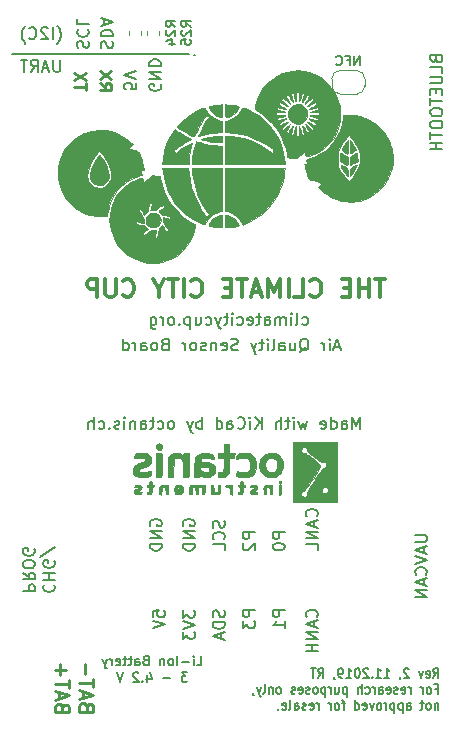
<source format=gbo>
G04 #@! TF.GenerationSoftware,KiCad,Pcbnew,(5.0.1-3-g963ef8bb5)*
G04 #@! TF.CreationDate,2019-11-24T12:04:57+01:00*
G04 #@! TF.ProjectId,oibus-mini-CCC,6F696275732D6D696E692D4343432E6B,rev?*
G04 #@! TF.SameCoordinates,Original*
G04 #@! TF.FileFunction,Legend,Bot*
G04 #@! TF.FilePolarity,Positive*
%FSLAX46Y46*%
G04 Gerber Fmt 4.6, Leading zero omitted, Abs format (unit mm)*
G04 Created by KiCad (PCBNEW (5.0.1-3-g963ef8bb5)) date 2019 November 24, Sunday 12:04:57*
%MOMM*%
%LPD*%
G01*
G04 APERTURE LIST*
%ADD10C,0.200000*%
%ADD11C,0.150000*%
%ADD12C,0.250000*%
%ADD13C,0.300000*%
%ADD14C,0.010000*%
%ADD15C,0.120000*%
%ADD16C,5.702000*%
%ADD17C,1.092600*%
%ADD18O,1.802000X1.802000*%
%ADD19R,1.802000X1.802000*%
%ADD20C,0.149860*%
%ADD21C,1.302000*%
%ADD22O,1.302000X1.852000*%
%ADD23C,1.552000*%
%ADD24O,2.002000X1.302000*%
%ADD25C,0.902000*%
%ADD26O,1.402000X0.902000*%
%ADD27C,1.626000*%
%ADD28C,0.500000*%
%ADD29C,0.977000*%
%ADD30C,0.802000*%
G04 APERTURE END LIST*
D10*
X2742857Y11361904D02*
X2695238Y11314285D01*
X2647619Y11171428D01*
X2647619Y11076190D01*
X2695238Y10933333D01*
X2790476Y10838095D01*
X2885714Y10790476D01*
X3076190Y10742857D01*
X3219047Y10742857D01*
X3409523Y10790476D01*
X3504761Y10838095D01*
X3599999Y10933333D01*
X3647619Y11076190D01*
X3647619Y11171428D01*
X3600000Y11314285D01*
X3552380Y11361904D01*
X2647619Y11790476D02*
X3647619Y11790476D01*
X3171428Y11790476D02*
X3171428Y12361904D01*
X2647619Y12361904D02*
X3647619Y12361904D01*
X3600000Y13361904D02*
X3647619Y13266666D01*
X3647619Y13123809D01*
X3600000Y12980952D01*
X3504761Y12885714D01*
X3409523Y12838095D01*
X3219047Y12790476D01*
X3076190Y12790476D01*
X2885714Y12838095D01*
X2790476Y12885714D01*
X2695238Y12980952D01*
X2647619Y13123809D01*
X2647619Y13219047D01*
X2695238Y13361904D01*
X2742857Y13409523D01*
X3076190Y13409523D01*
X3076190Y13219047D01*
X3695238Y14552380D02*
X2409523Y13695238D01*
X947619Y10814285D02*
X1947619Y10814285D01*
X1947619Y11195238D01*
X1899999Y11290476D01*
X1852380Y11338095D01*
X1757142Y11385714D01*
X1614285Y11385714D01*
X1519047Y11338095D01*
X1471428Y11290476D01*
X1423809Y11195238D01*
X1423809Y10814285D01*
X947619Y12385714D02*
X1423809Y12052380D01*
X947619Y11814285D02*
X1947619Y11814285D01*
X1947619Y12195238D01*
X1900000Y12290476D01*
X1852380Y12338095D01*
X1757142Y12385714D01*
X1614285Y12385714D01*
X1519047Y12338095D01*
X1471428Y12290476D01*
X1423809Y12195238D01*
X1423809Y11814285D01*
X1947619Y13004761D02*
X1947619Y13195238D01*
X1900000Y13290476D01*
X1804761Y13385714D01*
X1614285Y13433333D01*
X1280952Y13433333D01*
X1090476Y13385714D01*
X995238Y13290476D01*
X947619Y13195238D01*
X947619Y13004761D01*
X995238Y12909523D01*
X1090476Y12814285D01*
X1280952Y12766666D01*
X1614285Y12766666D01*
X1804761Y12814285D01*
X1900000Y12909523D01*
X1947619Y13004761D01*
X1900000Y14385714D02*
X1947619Y14290476D01*
X1947619Y14147619D01*
X1900000Y14004761D01*
X1804761Y13909523D01*
X1709523Y13861904D01*
X1519047Y13814285D01*
X1376190Y13814285D01*
X1185714Y13861904D01*
X1090476Y13909523D01*
X995238Y14004761D01*
X947619Y14147619D01*
X947619Y14242857D01*
X995238Y14385714D01*
X1042857Y14433333D01*
X1376190Y14433333D01*
X1376190Y14242857D01*
X34152380Y15545238D02*
X34961904Y15545238D01*
X35057142Y15497619D01*
X35104761Y15450000D01*
X35152380Y15354761D01*
X35152380Y15164285D01*
X35104761Y15069047D01*
X35057142Y15021428D01*
X34961904Y14973809D01*
X34152380Y14973809D01*
X34866666Y14545238D02*
X34866666Y14069047D01*
X35152380Y14640476D02*
X34152380Y14307142D01*
X35152380Y13973809D01*
X34152380Y13783333D02*
X35152380Y13450000D01*
X34152380Y13116666D01*
X35057142Y12211904D02*
X35104761Y12259523D01*
X35152380Y12402380D01*
X35152380Y12497619D01*
X35104761Y12640476D01*
X35009523Y12735714D01*
X34914285Y12783333D01*
X34723809Y12830952D01*
X34580952Y12830952D01*
X34390476Y12783333D01*
X34295238Y12735714D01*
X34200000Y12640476D01*
X34152380Y12497619D01*
X34152380Y12402380D01*
X34200000Y12259523D01*
X34247619Y12211904D01*
X34866666Y11830952D02*
X34866666Y11354761D01*
X35152380Y11926190D02*
X34152380Y11592857D01*
X35152380Y11259523D01*
X35152380Y10926190D02*
X34152380Y10926190D01*
X35152380Y10354761D01*
X34152380Y10354761D01*
X15671428Y4538095D02*
X16052380Y4538095D01*
X16052380Y5338095D01*
X15404761Y4538095D02*
X15404761Y5071428D01*
X15404761Y5338095D02*
X15442857Y5300000D01*
X15404761Y5261904D01*
X15366666Y5300000D01*
X15404761Y5338095D01*
X15404761Y5261904D01*
X15023809Y4842857D02*
X14414285Y4842857D01*
X14033333Y4538095D02*
X14033333Y5338095D01*
X13538095Y4538095D02*
X13614285Y4576190D01*
X13652380Y4614285D01*
X13690476Y4690476D01*
X13690476Y4919047D01*
X13652380Y4995238D01*
X13614285Y5033333D01*
X13538095Y5071428D01*
X13423809Y5071428D01*
X13347619Y5033333D01*
X13309523Y4995238D01*
X13271428Y4919047D01*
X13271428Y4690476D01*
X13309523Y4614285D01*
X13347619Y4576190D01*
X13423809Y4538095D01*
X13538095Y4538095D01*
X12928571Y5071428D02*
X12928571Y4538095D01*
X12928571Y4995238D02*
X12890476Y5033333D01*
X12814285Y5071428D01*
X12700000Y5071428D01*
X12623809Y5033333D01*
X12585714Y4957142D01*
X12585714Y4538095D01*
X11328571Y4957142D02*
X11214285Y4919047D01*
X11176190Y4880952D01*
X11138095Y4804761D01*
X11138095Y4690476D01*
X11176190Y4614285D01*
X11214285Y4576190D01*
X11290476Y4538095D01*
X11595238Y4538095D01*
X11595238Y5338095D01*
X11328571Y5338095D01*
X11252380Y5300000D01*
X11214285Y5261904D01*
X11176190Y5185714D01*
X11176190Y5109523D01*
X11214285Y5033333D01*
X11252380Y4995238D01*
X11328571Y4957142D01*
X11595238Y4957142D01*
X10452380Y4538095D02*
X10452380Y4957142D01*
X10490476Y5033333D01*
X10566666Y5071428D01*
X10719047Y5071428D01*
X10795238Y5033333D01*
X10452380Y4576190D02*
X10528571Y4538095D01*
X10719047Y4538095D01*
X10795238Y4576190D01*
X10833333Y4652380D01*
X10833333Y4728571D01*
X10795238Y4804761D01*
X10719047Y4842857D01*
X10528571Y4842857D01*
X10452380Y4880952D01*
X10185714Y5071428D02*
X9880952Y5071428D01*
X10071428Y5338095D02*
X10071428Y4652380D01*
X10033333Y4576190D01*
X9957142Y4538095D01*
X9880952Y4538095D01*
X9728571Y5071428D02*
X9423809Y5071428D01*
X9614285Y5338095D02*
X9614285Y4652380D01*
X9576190Y4576190D01*
X9500000Y4538095D01*
X9423809Y4538095D01*
X8852380Y4576190D02*
X8928571Y4538095D01*
X9080952Y4538095D01*
X9157142Y4576190D01*
X9195238Y4652380D01*
X9195238Y4957142D01*
X9157142Y5033333D01*
X9080952Y5071428D01*
X8928571Y5071428D01*
X8852380Y5033333D01*
X8814285Y4957142D01*
X8814285Y4880952D01*
X9195238Y4804761D01*
X8471428Y4538095D02*
X8471428Y5071428D01*
X8471428Y4919047D02*
X8433333Y4995238D01*
X8395238Y5033333D01*
X8319047Y5071428D01*
X8242857Y5071428D01*
X8052380Y5071428D02*
X7861904Y4538095D01*
X7671428Y5071428D02*
X7861904Y4538095D01*
X7938095Y4347619D01*
X7976190Y4309523D01*
X8052380Y4271428D01*
X14871428Y3938095D02*
X14376190Y3938095D01*
X14642857Y3633333D01*
X14528571Y3633333D01*
X14452380Y3595238D01*
X14414285Y3557142D01*
X14376190Y3480952D01*
X14376190Y3290476D01*
X14414285Y3214285D01*
X14452380Y3176190D01*
X14528571Y3138095D01*
X14757142Y3138095D01*
X14833333Y3176190D01*
X14871428Y3214285D01*
X13423809Y3442857D02*
X12814285Y3442857D01*
X11480952Y3671428D02*
X11480952Y3138095D01*
X11671428Y3976190D02*
X11861904Y3404761D01*
X11366666Y3404761D01*
X11061904Y3214285D02*
X11023809Y3176190D01*
X11061904Y3138095D01*
X11100000Y3176190D01*
X11061904Y3214285D01*
X11061904Y3138095D01*
X10719047Y3861904D02*
X10680952Y3900000D01*
X10604761Y3938095D01*
X10414285Y3938095D01*
X10338095Y3900000D01*
X10300000Y3861904D01*
X10261904Y3785714D01*
X10261904Y3709523D01*
X10300000Y3595238D01*
X10757142Y3138095D01*
X10261904Y3138095D01*
X9423809Y3938095D02*
X9157142Y3138095D01*
X8890476Y3938095D01*
X24614285Y33395238D02*
X24709523Y33347619D01*
X24900000Y33347619D01*
X24995238Y33395238D01*
X25042857Y33442857D01*
X25090476Y33538095D01*
X25090476Y33823809D01*
X25042857Y33919047D01*
X24995238Y33966666D01*
X24900000Y34014285D01*
X24709523Y34014285D01*
X24614285Y33966666D01*
X24042857Y33347619D02*
X24138095Y33395238D01*
X24185714Y33490476D01*
X24185714Y34347619D01*
X23661904Y33347619D02*
X23661904Y34014285D01*
X23661904Y34347619D02*
X23709523Y34300000D01*
X23661904Y34252380D01*
X23614285Y34300000D01*
X23661904Y34347619D01*
X23661904Y34252380D01*
X23185714Y33347619D02*
X23185714Y34014285D01*
X23185714Y33919047D02*
X23138095Y33966666D01*
X23042857Y34014285D01*
X22900000Y34014285D01*
X22804761Y33966666D01*
X22757142Y33871428D01*
X22757142Y33347619D01*
X22757142Y33871428D02*
X22709523Y33966666D01*
X22614285Y34014285D01*
X22471428Y34014285D01*
X22376190Y33966666D01*
X22328571Y33871428D01*
X22328571Y33347619D01*
X21423809Y33347619D02*
X21423809Y33871428D01*
X21471428Y33966666D01*
X21566666Y34014285D01*
X21757142Y34014285D01*
X21852380Y33966666D01*
X21423809Y33395238D02*
X21519047Y33347619D01*
X21757142Y33347619D01*
X21852380Y33395238D01*
X21900000Y33490476D01*
X21900000Y33585714D01*
X21852380Y33680952D01*
X21757142Y33728571D01*
X21519047Y33728571D01*
X21423809Y33776190D01*
X21090476Y34014285D02*
X20709523Y34014285D01*
X20947619Y34347619D02*
X20947619Y33490476D01*
X20900000Y33395238D01*
X20804761Y33347619D01*
X20709523Y33347619D01*
X19995238Y33395238D02*
X20090476Y33347619D01*
X20280952Y33347619D01*
X20376190Y33395238D01*
X20423809Y33490476D01*
X20423809Y33871428D01*
X20376190Y33966666D01*
X20280952Y34014285D01*
X20090476Y34014285D01*
X19995238Y33966666D01*
X19947619Y33871428D01*
X19947619Y33776190D01*
X20423809Y33680952D01*
X19090476Y33395238D02*
X19185714Y33347619D01*
X19376190Y33347619D01*
X19471428Y33395238D01*
X19519047Y33442857D01*
X19566666Y33538095D01*
X19566666Y33823809D01*
X19519047Y33919047D01*
X19471428Y33966666D01*
X19376190Y34014285D01*
X19185714Y34014285D01*
X19090476Y33966666D01*
X18661904Y33347619D02*
X18661904Y34014285D01*
X18661904Y34347619D02*
X18709523Y34300000D01*
X18661904Y34252380D01*
X18614285Y34300000D01*
X18661904Y34347619D01*
X18661904Y34252380D01*
X18328571Y34014285D02*
X17947619Y34014285D01*
X18185714Y34347619D02*
X18185714Y33490476D01*
X18138095Y33395238D01*
X18042857Y33347619D01*
X17947619Y33347619D01*
X17709523Y34014285D02*
X17471428Y33347619D01*
X17233333Y34014285D02*
X17471428Y33347619D01*
X17566666Y33109523D01*
X17614285Y33061904D01*
X17709523Y33014285D01*
X16423809Y33395238D02*
X16519047Y33347619D01*
X16709523Y33347619D01*
X16804761Y33395238D01*
X16852380Y33442857D01*
X16900000Y33538095D01*
X16900000Y33823809D01*
X16852380Y33919047D01*
X16804761Y33966666D01*
X16709523Y34014285D01*
X16519047Y34014285D01*
X16423809Y33966666D01*
X15566666Y34014285D02*
X15566666Y33347619D01*
X15995238Y34014285D02*
X15995238Y33490476D01*
X15947619Y33395238D01*
X15852380Y33347619D01*
X15709523Y33347619D01*
X15614285Y33395238D01*
X15566666Y33442857D01*
X15090476Y34014285D02*
X15090476Y33014285D01*
X15090476Y33966666D02*
X14995238Y34014285D01*
X14804761Y34014285D01*
X14709523Y33966666D01*
X14661904Y33919047D01*
X14614285Y33823809D01*
X14614285Y33538095D01*
X14661904Y33442857D01*
X14709523Y33395238D01*
X14804761Y33347619D01*
X14995238Y33347619D01*
X15090476Y33395238D01*
X14185714Y33442857D02*
X14138095Y33395238D01*
X14185714Y33347619D01*
X14233333Y33395238D01*
X14185714Y33442857D01*
X14185714Y33347619D01*
X13566666Y33347619D02*
X13661904Y33395238D01*
X13709523Y33442857D01*
X13757142Y33538095D01*
X13757142Y33823809D01*
X13709523Y33919047D01*
X13661904Y33966666D01*
X13566666Y34014285D01*
X13423809Y34014285D01*
X13328571Y33966666D01*
X13280952Y33919047D01*
X13233333Y33823809D01*
X13233333Y33538095D01*
X13280952Y33442857D01*
X13328571Y33395238D01*
X13423809Y33347619D01*
X13566666Y33347619D01*
X12804761Y33347619D02*
X12804761Y34014285D01*
X12804761Y33823809D02*
X12757142Y33919047D01*
X12709523Y33966666D01*
X12614285Y34014285D01*
X12519047Y34014285D01*
X11757142Y34014285D02*
X11757142Y33204761D01*
X11804761Y33109523D01*
X11852380Y33061904D01*
X11947619Y33014285D01*
X12090476Y33014285D01*
X12185714Y33061904D01*
X11757142Y33395238D02*
X11852380Y33347619D01*
X12042857Y33347619D01*
X12138095Y33395238D01*
X12185714Y33442857D01*
X12233333Y33538095D01*
X12233333Y33823809D01*
X12185714Y33919047D01*
X12138095Y33966666D01*
X12042857Y34014285D01*
X11852380Y34014285D01*
X11757142Y33966666D01*
X29500000Y24547619D02*
X29500000Y25547619D01*
X29166666Y24833333D01*
X28833333Y25547619D01*
X28833333Y24547619D01*
X27928571Y24547619D02*
X27928571Y25071428D01*
X27976190Y25166666D01*
X28071428Y25214285D01*
X28261904Y25214285D01*
X28357142Y25166666D01*
X27928571Y24595238D02*
X28023809Y24547619D01*
X28261904Y24547619D01*
X28357142Y24595238D01*
X28404761Y24690476D01*
X28404761Y24785714D01*
X28357142Y24880952D01*
X28261904Y24928571D01*
X28023809Y24928571D01*
X27928571Y24976190D01*
X27023809Y24547619D02*
X27023809Y25547619D01*
X27023809Y24595238D02*
X27119047Y24547619D01*
X27309523Y24547619D01*
X27404761Y24595238D01*
X27452380Y24642857D01*
X27500000Y24738095D01*
X27500000Y25023809D01*
X27452380Y25119047D01*
X27404761Y25166666D01*
X27309523Y25214285D01*
X27119047Y25214285D01*
X27023809Y25166666D01*
X26166666Y24595238D02*
X26261904Y24547619D01*
X26452380Y24547619D01*
X26547619Y24595238D01*
X26595238Y24690476D01*
X26595238Y25071428D01*
X26547619Y25166666D01*
X26452380Y25214285D01*
X26261904Y25214285D01*
X26166666Y25166666D01*
X26119047Y25071428D01*
X26119047Y24976190D01*
X26595238Y24880952D01*
X25023809Y25214285D02*
X24833333Y24547619D01*
X24642857Y25023809D01*
X24452380Y24547619D01*
X24261904Y25214285D01*
X23880952Y24547619D02*
X23880952Y25214285D01*
X23880952Y25547619D02*
X23928571Y25500000D01*
X23880952Y25452380D01*
X23833333Y25500000D01*
X23880952Y25547619D01*
X23880952Y25452380D01*
X23547619Y25214285D02*
X23166666Y25214285D01*
X23404761Y25547619D02*
X23404761Y24690476D01*
X23357142Y24595238D01*
X23261904Y24547619D01*
X23166666Y24547619D01*
X22833333Y24547619D02*
X22833333Y25547619D01*
X22404761Y24547619D02*
X22404761Y25071428D01*
X22452380Y25166666D01*
X22547619Y25214285D01*
X22690476Y25214285D01*
X22785714Y25166666D01*
X22833333Y25119047D01*
X21166666Y24547619D02*
X21166666Y25547619D01*
X20595238Y24547619D02*
X21023809Y25119047D01*
X20595238Y25547619D02*
X21166666Y24976190D01*
X20166666Y24547619D02*
X20166666Y25214285D01*
X20166666Y25547619D02*
X20214285Y25500000D01*
X20166666Y25452380D01*
X20119047Y25500000D01*
X20166666Y25547619D01*
X20166666Y25452380D01*
X19119047Y24642857D02*
X19166666Y24595238D01*
X19309523Y24547619D01*
X19404761Y24547619D01*
X19547619Y24595238D01*
X19642857Y24690476D01*
X19690476Y24785714D01*
X19738095Y24976190D01*
X19738095Y25119047D01*
X19690476Y25309523D01*
X19642857Y25404761D01*
X19547619Y25500000D01*
X19404761Y25547619D01*
X19309523Y25547619D01*
X19166666Y25500000D01*
X19119047Y25452380D01*
X18261904Y24547619D02*
X18261904Y25071428D01*
X18309523Y25166666D01*
X18404761Y25214285D01*
X18595238Y25214285D01*
X18690476Y25166666D01*
X18261904Y24595238D02*
X18357142Y24547619D01*
X18595238Y24547619D01*
X18690476Y24595238D01*
X18738095Y24690476D01*
X18738095Y24785714D01*
X18690476Y24880952D01*
X18595238Y24928571D01*
X18357142Y24928571D01*
X18261904Y24976190D01*
X17357142Y24547619D02*
X17357142Y25547619D01*
X17357142Y24595238D02*
X17452380Y24547619D01*
X17642857Y24547619D01*
X17738095Y24595238D01*
X17785714Y24642857D01*
X17833333Y24738095D01*
X17833333Y25023809D01*
X17785714Y25119047D01*
X17738095Y25166666D01*
X17642857Y25214285D01*
X17452380Y25214285D01*
X17357142Y25166666D01*
X16119047Y24547619D02*
X16119047Y25547619D01*
X16119047Y25166666D02*
X16023809Y25214285D01*
X15833333Y25214285D01*
X15738095Y25166666D01*
X15690476Y25119047D01*
X15642857Y25023809D01*
X15642857Y24738095D01*
X15690476Y24642857D01*
X15738095Y24595238D01*
X15833333Y24547619D01*
X16023809Y24547619D01*
X16119047Y24595238D01*
X15309523Y25214285D02*
X15071428Y24547619D01*
X14833333Y25214285D02*
X15071428Y24547619D01*
X15166666Y24309523D01*
X15214285Y24261904D01*
X15309523Y24214285D01*
X13547619Y24547619D02*
X13642857Y24595238D01*
X13690476Y24642857D01*
X13738095Y24738095D01*
X13738095Y25023809D01*
X13690476Y25119047D01*
X13642857Y25166666D01*
X13547619Y25214285D01*
X13404761Y25214285D01*
X13309523Y25166666D01*
X13261904Y25119047D01*
X13214285Y25023809D01*
X13214285Y24738095D01*
X13261904Y24642857D01*
X13309523Y24595238D01*
X13404761Y24547619D01*
X13547619Y24547619D01*
X12357142Y24595238D02*
X12452380Y24547619D01*
X12642857Y24547619D01*
X12738095Y24595238D01*
X12785714Y24642857D01*
X12833333Y24738095D01*
X12833333Y25023809D01*
X12785714Y25119047D01*
X12738095Y25166666D01*
X12642857Y25214285D01*
X12452380Y25214285D01*
X12357142Y25166666D01*
X12071428Y25214285D02*
X11690476Y25214285D01*
X11928571Y25547619D02*
X11928571Y24690476D01*
X11880952Y24595238D01*
X11785714Y24547619D01*
X11690476Y24547619D01*
X10928571Y24547619D02*
X10928571Y25071428D01*
X10976190Y25166666D01*
X11071428Y25214285D01*
X11261904Y25214285D01*
X11357142Y25166666D01*
X10928571Y24595238D02*
X11023809Y24547619D01*
X11261904Y24547619D01*
X11357142Y24595238D01*
X11404761Y24690476D01*
X11404761Y24785714D01*
X11357142Y24880952D01*
X11261904Y24928571D01*
X11023809Y24928571D01*
X10928571Y24976190D01*
X10452380Y25214285D02*
X10452380Y24547619D01*
X10452380Y25119047D02*
X10404761Y25166666D01*
X10309523Y25214285D01*
X10166666Y25214285D01*
X10071428Y25166666D01*
X10023809Y25071428D01*
X10023809Y24547619D01*
X9547619Y24547619D02*
X9547619Y25214285D01*
X9547619Y25547619D02*
X9595238Y25500000D01*
X9547619Y25452380D01*
X9500000Y25500000D01*
X9547619Y25547619D01*
X9547619Y25452380D01*
X9119047Y24595238D02*
X9023809Y24547619D01*
X8833333Y24547619D01*
X8738095Y24595238D01*
X8690476Y24690476D01*
X8690476Y24738095D01*
X8738095Y24833333D01*
X8833333Y24880952D01*
X8976190Y24880952D01*
X9071428Y24928571D01*
X9119047Y25023809D01*
X9119047Y25071428D01*
X9071428Y25166666D01*
X8976190Y25214285D01*
X8833333Y25214285D01*
X8738095Y25166666D01*
X8261904Y24642857D02*
X8214285Y24595238D01*
X8261904Y24547619D01*
X8309523Y24595238D01*
X8261904Y24642857D01*
X8261904Y24547619D01*
X7357142Y24595238D02*
X7452380Y24547619D01*
X7642857Y24547619D01*
X7738095Y24595238D01*
X7785714Y24642857D01*
X7833333Y24738095D01*
X7833333Y25023809D01*
X7785714Y25119047D01*
X7738095Y25166666D01*
X7642857Y25214285D01*
X7452380Y25214285D01*
X7357142Y25166666D01*
X6928571Y24547619D02*
X6928571Y25547619D01*
X6500000Y24547619D02*
X6500000Y25071428D01*
X6547619Y25166666D01*
X6642857Y25214285D01*
X6785714Y25214285D01*
X6880952Y25166666D01*
X6928571Y25119047D01*
X4095238Y55797619D02*
X4095238Y54988095D01*
X4047619Y54892857D01*
X4000000Y54845238D01*
X3904761Y54797619D01*
X3714285Y54797619D01*
X3619047Y54845238D01*
X3571428Y54892857D01*
X3523809Y54988095D01*
X3523809Y55797619D01*
X3095238Y55083333D02*
X2619047Y55083333D01*
X3190476Y54797619D02*
X2857142Y55797619D01*
X2523809Y54797619D01*
X1619047Y54797619D02*
X1952380Y55273809D01*
X2190476Y54797619D02*
X2190476Y55797619D01*
X1809523Y55797619D01*
X1714285Y55750000D01*
X1666666Y55702380D01*
X1619047Y55607142D01*
X1619047Y55464285D01*
X1666666Y55369047D01*
X1714285Y55321428D01*
X1809523Y55273809D01*
X2190476Y55273809D01*
X1333333Y55797619D02*
X761904Y55797619D01*
X1047619Y54797619D02*
X1047619Y55797619D01*
D11*
X15400000Y56200000D02*
X15500000Y56200000D01*
X0Y56250000D02*
X15000000Y56250000D01*
D10*
X7595238Y56785714D02*
X7547619Y56928571D01*
X7547619Y57166666D01*
X7595238Y57261904D01*
X7642857Y57309523D01*
X7738095Y57357142D01*
X7833333Y57357142D01*
X7928571Y57309523D01*
X7976190Y57261904D01*
X8023809Y57166666D01*
X8071428Y56976190D01*
X8119047Y56880952D01*
X8166666Y56833333D01*
X8261904Y56785714D01*
X8357142Y56785714D01*
X8452380Y56833333D01*
X8500000Y56880952D01*
X8547619Y56976190D01*
X8547619Y57214285D01*
X8500000Y57357142D01*
X7547619Y57785714D02*
X8547619Y57785714D01*
X8547619Y58023809D01*
X8500000Y58166666D01*
X8404761Y58261904D01*
X8309523Y58309523D01*
X8119047Y58357142D01*
X7976190Y58357142D01*
X7785714Y58309523D01*
X7690476Y58261904D01*
X7595238Y58166666D01*
X7547619Y58023809D01*
X7547619Y57785714D01*
X7833333Y58738095D02*
X7833333Y59214285D01*
X7547619Y58642857D02*
X8547619Y58976190D01*
X7547619Y59309523D01*
D12*
X7437619Y53833333D02*
X7913809Y53500000D01*
X7437619Y53261904D02*
X8437619Y53261904D01*
X8437619Y53642857D01*
X8390000Y53738095D01*
X8342380Y53785714D01*
X8247142Y53833333D01*
X8104285Y53833333D01*
X8009047Y53785714D01*
X7961428Y53738095D01*
X7913809Y53642857D01*
X7913809Y53261904D01*
X8437619Y54166666D02*
X7437619Y54833333D01*
X8437619Y54833333D02*
X7437619Y54166666D01*
D10*
X3857142Y57166666D02*
X3904761Y57214285D01*
X3999999Y57357142D01*
X4047619Y57452380D01*
X4095238Y57595238D01*
X4142857Y57833333D01*
X4142857Y58023809D01*
X4095238Y58261904D01*
X4047619Y58404761D01*
X3999999Y58500000D01*
X3904761Y58642857D01*
X3857142Y58690476D01*
X3476190Y57547619D02*
X3476190Y58547619D01*
X3047619Y58452380D02*
X3000000Y58500000D01*
X2904761Y58547619D01*
X2666666Y58547619D01*
X2571428Y58500000D01*
X2523809Y58452380D01*
X2476190Y58357142D01*
X2476190Y58261904D01*
X2523809Y58119047D01*
X3095238Y57547619D01*
X2476190Y57547619D01*
X1476190Y57642857D02*
X1523809Y57595238D01*
X1666666Y57547619D01*
X1761904Y57547619D01*
X1904761Y57595238D01*
X1999999Y57690476D01*
X2047619Y57785714D01*
X2095238Y57976190D01*
X2095238Y58119047D01*
X2047619Y58309523D01*
X1999999Y58404761D01*
X1904761Y58500000D01*
X1761904Y58547619D01*
X1666666Y58547619D01*
X1523809Y58500000D01*
X1476190Y58452380D01*
X1142857Y57166666D02*
X1095238Y57214285D01*
X999999Y57357142D01*
X952380Y57452380D01*
X904761Y57595238D01*
X857142Y57833333D01*
X857142Y58023809D01*
X904761Y58261904D01*
X952380Y58404761D01*
X999999Y58500000D01*
X1095238Y58642857D01*
X1142857Y58690476D01*
D13*
X31578571Y37221428D02*
X30721428Y37221428D01*
X31150000Y35721428D02*
X31150000Y37221428D01*
X30221428Y35721428D02*
X30221428Y37221428D01*
X30221428Y36507142D02*
X29364285Y36507142D01*
X29364285Y35721428D02*
X29364285Y37221428D01*
X28650000Y36507142D02*
X28150000Y36507142D01*
X27935714Y35721428D02*
X28650000Y35721428D01*
X28650000Y37221428D01*
X27935714Y37221428D01*
X25292857Y35864285D02*
X25364285Y35792857D01*
X25578571Y35721428D01*
X25721428Y35721428D01*
X25935714Y35792857D01*
X26078571Y35935714D01*
X26150000Y36078571D01*
X26221428Y36364285D01*
X26221428Y36578571D01*
X26150000Y36864285D01*
X26078571Y37007142D01*
X25935714Y37150000D01*
X25721428Y37221428D01*
X25578571Y37221428D01*
X25364285Y37150000D01*
X25292857Y37078571D01*
X23935714Y35721428D02*
X24650000Y35721428D01*
X24650000Y37221428D01*
X23435714Y35721428D02*
X23435714Y37221428D01*
X22721428Y35721428D02*
X22721428Y37221428D01*
X22221428Y36150000D01*
X21721428Y37221428D01*
X21721428Y35721428D01*
X21078571Y36150000D02*
X20364285Y36150000D01*
X21221428Y35721428D02*
X20721428Y37221428D01*
X20221428Y35721428D01*
X19935714Y37221428D02*
X19078571Y37221428D01*
X19507142Y35721428D02*
X19507142Y37221428D01*
X18578571Y36507142D02*
X18078571Y36507142D01*
X17864285Y35721428D02*
X18578571Y35721428D01*
X18578571Y37221428D01*
X17864285Y37221428D01*
X15221428Y35864285D02*
X15292857Y35792857D01*
X15507142Y35721428D01*
X15650000Y35721428D01*
X15864285Y35792857D01*
X16007142Y35935714D01*
X16078571Y36078571D01*
X16150000Y36364285D01*
X16150000Y36578571D01*
X16078571Y36864285D01*
X16007142Y37007142D01*
X15864285Y37150000D01*
X15650000Y37221428D01*
X15507142Y37221428D01*
X15292857Y37150000D01*
X15221428Y37078571D01*
X14578571Y35721428D02*
X14578571Y37221428D01*
X14078571Y37221428D02*
X13221428Y37221428D01*
X13650000Y35721428D02*
X13650000Y37221428D01*
X12435714Y36435714D02*
X12435714Y35721428D01*
X12935714Y37221428D02*
X12435714Y36435714D01*
X11935714Y37221428D01*
X9435714Y35864285D02*
X9507142Y35792857D01*
X9721428Y35721428D01*
X9864285Y35721428D01*
X10078571Y35792857D01*
X10221428Y35935714D01*
X10292857Y36078571D01*
X10364285Y36364285D01*
X10364285Y36578571D01*
X10292857Y36864285D01*
X10221428Y37007142D01*
X10078571Y37150000D01*
X9864285Y37221428D01*
X9721428Y37221428D01*
X9507142Y37150000D01*
X9435714Y37078571D01*
X8792857Y37221428D02*
X8792857Y36007142D01*
X8721428Y35864285D01*
X8650000Y35792857D01*
X8507142Y35721428D01*
X8221428Y35721428D01*
X8078571Y35792857D01*
X8007142Y35864285D01*
X7935714Y36007142D01*
X7935714Y37221428D01*
X7221428Y35721428D02*
X7221428Y37221428D01*
X6650000Y37221428D01*
X6507142Y37150000D01*
X6435714Y37078571D01*
X6364285Y36935714D01*
X6364285Y36721428D01*
X6435714Y36578571D01*
X6507142Y36507142D01*
X6650000Y36435714D01*
X7221428Y36435714D01*
D10*
X10547619Y53809523D02*
X10547619Y53333333D01*
X10071428Y53285714D01*
X10119047Y53333333D01*
X10166666Y53428571D01*
X10166666Y53666666D01*
X10119047Y53761904D01*
X10071428Y53809523D01*
X9976190Y53857142D01*
X9738095Y53857142D01*
X9642857Y53809523D01*
X9595238Y53761904D01*
X9547619Y53666666D01*
X9547619Y53428571D01*
X9595238Y53333333D01*
X9642857Y53285714D01*
X10547619Y54142857D02*
X9547619Y54476190D01*
X10547619Y54809523D01*
D12*
X6297619Y53238095D02*
X6297619Y53809523D01*
X5297619Y53523809D02*
X6297619Y53523809D01*
X6297619Y54047619D02*
X5297619Y54714285D01*
X6297619Y54714285D02*
X5297619Y54047619D01*
D10*
X12600000Y53738095D02*
X12647619Y53642857D01*
X12647619Y53500000D01*
X12600000Y53357142D01*
X12504761Y53261904D01*
X12409523Y53214285D01*
X12219047Y53166666D01*
X12076190Y53166666D01*
X11885714Y53214285D01*
X11790476Y53261904D01*
X11695238Y53357142D01*
X11647619Y53500000D01*
X11647619Y53595238D01*
X11695238Y53738095D01*
X11742857Y53785714D01*
X12076190Y53785714D01*
X12076190Y53595238D01*
X11647619Y54214285D02*
X12647619Y54214285D01*
X11647619Y54785714D01*
X12647619Y54785714D01*
X11647619Y55261904D02*
X12647619Y55261904D01*
X12647619Y55500000D01*
X12600000Y55642857D01*
X12504761Y55738095D01*
X12409523Y55785714D01*
X12219047Y55833333D01*
X12076190Y55833333D01*
X11885714Y55785714D01*
X11790476Y55738095D01*
X11695238Y55642857D01*
X11647619Y55500000D01*
X11647619Y55261904D01*
X35928571Y55842857D02*
X35976190Y55700000D01*
X36023809Y55652380D01*
X36119047Y55604761D01*
X36261904Y55604761D01*
X36357142Y55652380D01*
X36404761Y55700000D01*
X36452380Y55795238D01*
X36452380Y56176190D01*
X35452380Y56176190D01*
X35452380Y55842857D01*
X35500000Y55747619D01*
X35547619Y55700000D01*
X35642857Y55652380D01*
X35738095Y55652380D01*
X35833333Y55700000D01*
X35880952Y55747619D01*
X35928571Y55842857D01*
X35928571Y56176190D01*
X36452380Y54700000D02*
X36452380Y55176190D01*
X35452380Y55176190D01*
X35452380Y54366666D02*
X36261904Y54366666D01*
X36357142Y54319047D01*
X36404761Y54271428D01*
X36452380Y54176190D01*
X36452380Y53985714D01*
X36404761Y53890476D01*
X36357142Y53842857D01*
X36261904Y53795238D01*
X35452380Y53795238D01*
X35928571Y53319047D02*
X35928571Y52985714D01*
X36452380Y52842857D02*
X36452380Y53319047D01*
X35452380Y53319047D01*
X35452380Y52842857D01*
X35452380Y52557142D02*
X35452380Y51985714D01*
X36452380Y52271428D02*
X35452380Y52271428D01*
X35452380Y51461904D02*
X35452380Y51271428D01*
X35500000Y51176190D01*
X35595238Y51080952D01*
X35785714Y51033333D01*
X36119047Y51033333D01*
X36309523Y51080952D01*
X36404761Y51176190D01*
X36452380Y51271428D01*
X36452380Y51461904D01*
X36404761Y51557142D01*
X36309523Y51652380D01*
X36119047Y51700000D01*
X35785714Y51700000D01*
X35595238Y51652380D01*
X35500000Y51557142D01*
X35452380Y51461904D01*
X35452380Y50414285D02*
X35452380Y50223809D01*
X35500000Y50128571D01*
X35595238Y50033333D01*
X35785714Y49985714D01*
X36119047Y49985714D01*
X36309523Y50033333D01*
X36404761Y50128571D01*
X36452380Y50223809D01*
X36452380Y50414285D01*
X36404761Y50509523D01*
X36309523Y50604761D01*
X36119047Y50652380D01*
X35785714Y50652380D01*
X35595238Y50604761D01*
X35500000Y50509523D01*
X35452380Y50414285D01*
X35452380Y49700000D02*
X35452380Y49128571D01*
X36452380Y49414285D02*
X35452380Y49414285D01*
X36452380Y48795238D02*
X35452380Y48795238D01*
X35928571Y48795238D02*
X35928571Y48223809D01*
X36452380Y48223809D02*
X35452380Y48223809D01*
D12*
X6335714Y1021428D02*
X6278571Y1192857D01*
X6221428Y1250000D01*
X6107142Y1307142D01*
X5935714Y1307142D01*
X5821428Y1250000D01*
X5764285Y1192857D01*
X5707142Y1078571D01*
X5707142Y621428D01*
X6907142Y621428D01*
X6907142Y1021428D01*
X6850000Y1135714D01*
X6792857Y1192857D01*
X6678571Y1250000D01*
X6564285Y1250000D01*
X6450000Y1192857D01*
X6392857Y1135714D01*
X6335714Y1021428D01*
X6335714Y621428D01*
X6050000Y1764285D02*
X6050000Y2335714D01*
X5707142Y1650000D02*
X6907142Y2050000D01*
X5707142Y2450000D01*
X6907142Y2678571D02*
X6907142Y3364285D01*
X5707142Y3021428D02*
X6907142Y3021428D01*
X6164285Y3764285D02*
X6164285Y4678571D01*
X4285714Y971428D02*
X4228571Y1142857D01*
X4171428Y1200000D01*
X4057142Y1257142D01*
X3885714Y1257142D01*
X3771428Y1200000D01*
X3714285Y1142857D01*
X3657142Y1028571D01*
X3657142Y571428D01*
X4857142Y571428D01*
X4857142Y971428D01*
X4800000Y1085714D01*
X4742857Y1142857D01*
X4628571Y1200000D01*
X4514285Y1200000D01*
X4400000Y1142857D01*
X4342857Y1085714D01*
X4285714Y971428D01*
X4285714Y571428D01*
X4000000Y1714285D02*
X4000000Y2285714D01*
X3657142Y1600000D02*
X4857142Y2000000D01*
X3657142Y2400000D01*
X4857142Y2628571D02*
X4857142Y3314285D01*
X3657142Y2971428D02*
X4857142Y2971428D01*
X4114285Y3714285D02*
X4114285Y4628571D01*
X3657142Y4171428D02*
X4571428Y4171428D01*
D10*
X5595238Y56809523D02*
X5547619Y56952380D01*
X5547619Y57190476D01*
X5595238Y57285714D01*
X5642857Y57333333D01*
X5738095Y57380952D01*
X5833333Y57380952D01*
X5928571Y57333333D01*
X5976190Y57285714D01*
X6023809Y57190476D01*
X6071428Y57000000D01*
X6119047Y56904761D01*
X6166666Y56857142D01*
X6261904Y56809523D01*
X6357142Y56809523D01*
X6452380Y56857142D01*
X6500000Y56904761D01*
X6547619Y57000000D01*
X6547619Y57238095D01*
X6500000Y57380952D01*
X5642857Y58380952D02*
X5595238Y58333333D01*
X5547619Y58190476D01*
X5547619Y58095238D01*
X5595238Y57952380D01*
X5690476Y57857142D01*
X5785714Y57809523D01*
X5976190Y57761904D01*
X6119047Y57761904D01*
X6309523Y57809523D01*
X6404761Y57857142D01*
X6500000Y57952380D01*
X6547619Y58095238D01*
X6547619Y58190476D01*
X6500000Y58333333D01*
X6452380Y58380952D01*
X5547619Y59285714D02*
X5547619Y58809523D01*
X6547619Y58809523D01*
D11*
X35695357Y3488095D02*
X35945357Y3869047D01*
X36123928Y3488095D02*
X36123928Y4288095D01*
X35838214Y4288095D01*
X35766785Y4250000D01*
X35731071Y4211904D01*
X35695357Y4135714D01*
X35695357Y4021428D01*
X35731071Y3945238D01*
X35766785Y3907142D01*
X35838214Y3869047D01*
X36123928Y3869047D01*
X35088214Y3526190D02*
X35159642Y3488095D01*
X35302500Y3488095D01*
X35373928Y3526190D01*
X35409642Y3602380D01*
X35409642Y3907142D01*
X35373928Y3983333D01*
X35302500Y4021428D01*
X35159642Y4021428D01*
X35088214Y3983333D01*
X35052500Y3907142D01*
X35052500Y3830952D01*
X35409642Y3754761D01*
X34802500Y4021428D02*
X34623928Y3488095D01*
X34445357Y4021428D01*
X33623928Y4211904D02*
X33588214Y4250000D01*
X33516785Y4288095D01*
X33338214Y4288095D01*
X33266785Y4250000D01*
X33231071Y4211904D01*
X33195357Y4135714D01*
X33195357Y4059523D01*
X33231071Y3945238D01*
X33659642Y3488095D01*
X33195357Y3488095D01*
X32838214Y3526190D02*
X32838214Y3488095D01*
X32873928Y3411904D01*
X32909642Y3373809D01*
X31552500Y3488095D02*
X31981071Y3488095D01*
X31766785Y3488095D02*
X31766785Y4288095D01*
X31838214Y4173809D01*
X31909642Y4097619D01*
X31981071Y4059523D01*
X30838214Y3488095D02*
X31266785Y3488095D01*
X31052499Y3488095D02*
X31052499Y4288095D01*
X31123928Y4173809D01*
X31195357Y4097619D01*
X31266785Y4059523D01*
X30516785Y3564285D02*
X30481071Y3526190D01*
X30516785Y3488095D01*
X30552499Y3526190D01*
X30516785Y3564285D01*
X30516785Y3488095D01*
X30195357Y4211904D02*
X30159642Y4250000D01*
X30088214Y4288095D01*
X29909642Y4288095D01*
X29838214Y4250000D01*
X29802499Y4211904D01*
X29766785Y4135714D01*
X29766785Y4059523D01*
X29802499Y3945238D01*
X30231071Y3488095D01*
X29766785Y3488095D01*
X29302499Y4288095D02*
X29231071Y4288095D01*
X29159642Y4250000D01*
X29123928Y4211904D01*
X29088214Y4135714D01*
X29052499Y3983333D01*
X29052499Y3792857D01*
X29088214Y3640476D01*
X29123928Y3564285D01*
X29159642Y3526190D01*
X29231071Y3488095D01*
X29302499Y3488095D01*
X29373928Y3526190D01*
X29409642Y3564285D01*
X29445357Y3640476D01*
X29481071Y3792857D01*
X29481071Y3983333D01*
X29445357Y4135714D01*
X29409642Y4211904D01*
X29373928Y4250000D01*
X29302499Y4288095D01*
X28338214Y3488095D02*
X28766785Y3488095D01*
X28552499Y3488095D02*
X28552499Y4288095D01*
X28623928Y4173809D01*
X28695357Y4097619D01*
X28766785Y4059523D01*
X27981071Y3488095D02*
X27838214Y3488095D01*
X27766785Y3526190D01*
X27731071Y3564285D01*
X27659642Y3678571D01*
X27623928Y3830952D01*
X27623928Y4135714D01*
X27659642Y4211904D01*
X27695357Y4250000D01*
X27766785Y4288095D01*
X27909642Y4288095D01*
X27981071Y4250000D01*
X28016785Y4211904D01*
X28052499Y4135714D01*
X28052499Y3945238D01*
X28016785Y3869047D01*
X27981071Y3830952D01*
X27909642Y3792857D01*
X27766785Y3792857D01*
X27695357Y3830952D01*
X27659642Y3869047D01*
X27623928Y3945238D01*
X27266785Y3526190D02*
X27266785Y3488095D01*
X27302499Y3411904D01*
X27338214Y3373809D01*
X25945357Y3488095D02*
X26195357Y3869047D01*
X26373928Y3488095D02*
X26373928Y4288095D01*
X26088214Y4288095D01*
X26016785Y4250000D01*
X25981071Y4211904D01*
X25945357Y4135714D01*
X25945357Y4021428D01*
X25981071Y3945238D01*
X26016785Y3907142D01*
X26088214Y3869047D01*
X26373928Y3869047D01*
X25731071Y4288095D02*
X25302499Y4288095D01*
X25516785Y3488095D02*
X25516785Y4288095D01*
X35873928Y2557142D02*
X36123928Y2557142D01*
X36123928Y2138095D02*
X36123928Y2938095D01*
X35766785Y2938095D01*
X35373928Y2138095D02*
X35445357Y2176190D01*
X35481071Y2214285D01*
X35516785Y2290476D01*
X35516785Y2519047D01*
X35481071Y2595238D01*
X35445357Y2633333D01*
X35373928Y2671428D01*
X35266785Y2671428D01*
X35195357Y2633333D01*
X35159642Y2595238D01*
X35123928Y2519047D01*
X35123928Y2290476D01*
X35159642Y2214285D01*
X35195357Y2176190D01*
X35266785Y2138095D01*
X35373928Y2138095D01*
X34802500Y2138095D02*
X34802500Y2671428D01*
X34802500Y2519047D02*
X34766785Y2595238D01*
X34731071Y2633333D01*
X34659642Y2671428D01*
X34588214Y2671428D01*
X33766785Y2138095D02*
X33766785Y2671428D01*
X33766785Y2519047D02*
X33731071Y2595238D01*
X33695357Y2633333D01*
X33623928Y2671428D01*
X33552500Y2671428D01*
X33016785Y2176190D02*
X33088214Y2138095D01*
X33231071Y2138095D01*
X33302500Y2176190D01*
X33338214Y2252380D01*
X33338214Y2557142D01*
X33302500Y2633333D01*
X33231071Y2671428D01*
X33088214Y2671428D01*
X33016785Y2633333D01*
X32981071Y2557142D01*
X32981071Y2480952D01*
X33338214Y2404761D01*
X32695357Y2176190D02*
X32623928Y2138095D01*
X32481071Y2138095D01*
X32409642Y2176190D01*
X32373928Y2252380D01*
X32373928Y2290476D01*
X32409642Y2366666D01*
X32481071Y2404761D01*
X32588214Y2404761D01*
X32659642Y2442857D01*
X32695357Y2519047D01*
X32695357Y2557142D01*
X32659642Y2633333D01*
X32588214Y2671428D01*
X32481071Y2671428D01*
X32409642Y2633333D01*
X31766785Y2176190D02*
X31838214Y2138095D01*
X31981071Y2138095D01*
X32052500Y2176190D01*
X32088214Y2252380D01*
X32088214Y2557142D01*
X32052500Y2633333D01*
X31981071Y2671428D01*
X31838214Y2671428D01*
X31766785Y2633333D01*
X31731071Y2557142D01*
X31731071Y2480952D01*
X32088214Y2404761D01*
X31088214Y2138095D02*
X31088214Y2557142D01*
X31123928Y2633333D01*
X31195357Y2671428D01*
X31338214Y2671428D01*
X31409642Y2633333D01*
X31088214Y2176190D02*
X31159642Y2138095D01*
X31338214Y2138095D01*
X31409642Y2176190D01*
X31445357Y2252380D01*
X31445357Y2328571D01*
X31409642Y2404761D01*
X31338214Y2442857D01*
X31159642Y2442857D01*
X31088214Y2480952D01*
X30731071Y2138095D02*
X30731071Y2671428D01*
X30731071Y2519047D02*
X30695357Y2595238D01*
X30659642Y2633333D01*
X30588214Y2671428D01*
X30516785Y2671428D01*
X29945357Y2176190D02*
X30016785Y2138095D01*
X30159642Y2138095D01*
X30231071Y2176190D01*
X30266785Y2214285D01*
X30302499Y2290476D01*
X30302499Y2519047D01*
X30266785Y2595238D01*
X30231071Y2633333D01*
X30159642Y2671428D01*
X30016785Y2671428D01*
X29945357Y2633333D01*
X29623928Y2138095D02*
X29623928Y2938095D01*
X29302499Y2138095D02*
X29302499Y2557142D01*
X29338214Y2633333D01*
X29409642Y2671428D01*
X29516785Y2671428D01*
X29588214Y2633333D01*
X29623928Y2595238D01*
X28373928Y2671428D02*
X28373928Y1871428D01*
X28373928Y2633333D02*
X28302499Y2671428D01*
X28159642Y2671428D01*
X28088214Y2633333D01*
X28052499Y2595238D01*
X28016785Y2519047D01*
X28016785Y2290476D01*
X28052499Y2214285D01*
X28088214Y2176190D01*
X28159642Y2138095D01*
X28302499Y2138095D01*
X28373928Y2176190D01*
X27373928Y2671428D02*
X27373928Y2138095D01*
X27695357Y2671428D02*
X27695357Y2252380D01*
X27659642Y2176190D01*
X27588214Y2138095D01*
X27481071Y2138095D01*
X27409642Y2176190D01*
X27373928Y2214285D01*
X27016785Y2138095D02*
X27016785Y2671428D01*
X27016785Y2519047D02*
X26981071Y2595238D01*
X26945357Y2633333D01*
X26873928Y2671428D01*
X26802499Y2671428D01*
X26552499Y2671428D02*
X26552499Y1871428D01*
X26552499Y2633333D02*
X26481071Y2671428D01*
X26338214Y2671428D01*
X26266785Y2633333D01*
X26231071Y2595238D01*
X26195357Y2519047D01*
X26195357Y2290476D01*
X26231071Y2214285D01*
X26266785Y2176190D01*
X26338214Y2138095D01*
X26481071Y2138095D01*
X26552499Y2176190D01*
X25766785Y2138095D02*
X25838214Y2176190D01*
X25873928Y2214285D01*
X25909642Y2290476D01*
X25909642Y2519047D01*
X25873928Y2595238D01*
X25838214Y2633333D01*
X25766785Y2671428D01*
X25659642Y2671428D01*
X25588214Y2633333D01*
X25552499Y2595238D01*
X25516785Y2519047D01*
X25516785Y2290476D01*
X25552499Y2214285D01*
X25588214Y2176190D01*
X25659642Y2138095D01*
X25766785Y2138095D01*
X25231071Y2176190D02*
X25159642Y2138095D01*
X25016785Y2138095D01*
X24945357Y2176190D01*
X24909642Y2252380D01*
X24909642Y2290476D01*
X24945357Y2366666D01*
X25016785Y2404761D01*
X25123928Y2404761D01*
X25195357Y2442857D01*
X25231071Y2519047D01*
X25231071Y2557142D01*
X25195357Y2633333D01*
X25123928Y2671428D01*
X25016785Y2671428D01*
X24945357Y2633333D01*
X24302499Y2176190D02*
X24373928Y2138095D01*
X24516785Y2138095D01*
X24588214Y2176190D01*
X24623928Y2252380D01*
X24623928Y2557142D01*
X24588214Y2633333D01*
X24516785Y2671428D01*
X24373928Y2671428D01*
X24302499Y2633333D01*
X24266785Y2557142D01*
X24266785Y2480952D01*
X24623928Y2404761D01*
X23981071Y2176190D02*
X23909642Y2138095D01*
X23766785Y2138095D01*
X23695357Y2176190D01*
X23659642Y2252380D01*
X23659642Y2290476D01*
X23695357Y2366666D01*
X23766785Y2404761D01*
X23873928Y2404761D01*
X23945357Y2442857D01*
X23981071Y2519047D01*
X23981071Y2557142D01*
X23945357Y2633333D01*
X23873928Y2671428D01*
X23766785Y2671428D01*
X23695357Y2633333D01*
X22659642Y2138095D02*
X22731071Y2176190D01*
X22766785Y2214285D01*
X22802499Y2290476D01*
X22802499Y2519047D01*
X22766785Y2595238D01*
X22731071Y2633333D01*
X22659642Y2671428D01*
X22552499Y2671428D01*
X22481071Y2633333D01*
X22445357Y2595238D01*
X22409642Y2519047D01*
X22409642Y2290476D01*
X22445357Y2214285D01*
X22481071Y2176190D01*
X22552499Y2138095D01*
X22659642Y2138095D01*
X22088214Y2671428D02*
X22088214Y2138095D01*
X22088214Y2595238D02*
X22052499Y2633333D01*
X21981071Y2671428D01*
X21873928Y2671428D01*
X21802499Y2633333D01*
X21766785Y2557142D01*
X21766785Y2138095D01*
X21302499Y2138095D02*
X21373928Y2176190D01*
X21409642Y2252380D01*
X21409642Y2938095D01*
X21088214Y2671428D02*
X20909642Y2138095D01*
X20731071Y2671428D02*
X20909642Y2138095D01*
X20981071Y1947619D01*
X21016785Y1909523D01*
X21088214Y1871428D01*
X20409642Y2176190D02*
X20409642Y2138095D01*
X20445357Y2061904D01*
X20481071Y2023809D01*
X36123928Y1321428D02*
X36123928Y788095D01*
X36123928Y1245238D02*
X36088214Y1283333D01*
X36016785Y1321428D01*
X35909642Y1321428D01*
X35838214Y1283333D01*
X35802500Y1207142D01*
X35802500Y788095D01*
X35338214Y788095D02*
X35409642Y826190D01*
X35445357Y864285D01*
X35481071Y940476D01*
X35481071Y1169047D01*
X35445357Y1245238D01*
X35409642Y1283333D01*
X35338214Y1321428D01*
X35231071Y1321428D01*
X35159642Y1283333D01*
X35123928Y1245238D01*
X35088214Y1169047D01*
X35088214Y940476D01*
X35123928Y864285D01*
X35159642Y826190D01*
X35231071Y788095D01*
X35338214Y788095D01*
X34873928Y1321428D02*
X34588214Y1321428D01*
X34766785Y1588095D02*
X34766785Y902380D01*
X34731071Y826190D01*
X34659642Y788095D01*
X34588214Y788095D01*
X33445357Y788095D02*
X33445357Y1207142D01*
X33481071Y1283333D01*
X33552500Y1321428D01*
X33695357Y1321428D01*
X33766785Y1283333D01*
X33445357Y826190D02*
X33516785Y788095D01*
X33695357Y788095D01*
X33766785Y826190D01*
X33802500Y902380D01*
X33802500Y978571D01*
X33766785Y1054761D01*
X33695357Y1092857D01*
X33516785Y1092857D01*
X33445357Y1130952D01*
X33088214Y1321428D02*
X33088214Y521428D01*
X33088214Y1283333D02*
X33016785Y1321428D01*
X32873928Y1321428D01*
X32802500Y1283333D01*
X32766785Y1245238D01*
X32731071Y1169047D01*
X32731071Y940476D01*
X32766785Y864285D01*
X32802500Y826190D01*
X32873928Y788095D01*
X33016785Y788095D01*
X33088214Y826190D01*
X32409642Y1321428D02*
X32409642Y521428D01*
X32409642Y1283333D02*
X32338214Y1321428D01*
X32195357Y1321428D01*
X32123928Y1283333D01*
X32088214Y1245238D01*
X32052500Y1169047D01*
X32052500Y940476D01*
X32088214Y864285D01*
X32123928Y826190D01*
X32195357Y788095D01*
X32338214Y788095D01*
X32409642Y826190D01*
X31731071Y788095D02*
X31731071Y1321428D01*
X31731071Y1169047D02*
X31695357Y1245238D01*
X31659642Y1283333D01*
X31588214Y1321428D01*
X31516785Y1321428D01*
X31159642Y788095D02*
X31231071Y826190D01*
X31266785Y864285D01*
X31302499Y940476D01*
X31302499Y1169047D01*
X31266785Y1245238D01*
X31231071Y1283333D01*
X31159642Y1321428D01*
X31052499Y1321428D01*
X30981071Y1283333D01*
X30945357Y1245238D01*
X30909642Y1169047D01*
X30909642Y940476D01*
X30945357Y864285D01*
X30981071Y826190D01*
X31052499Y788095D01*
X31159642Y788095D01*
X30659642Y1321428D02*
X30481071Y788095D01*
X30302499Y1321428D01*
X29731071Y826190D02*
X29802499Y788095D01*
X29945357Y788095D01*
X30016785Y826190D01*
X30052499Y902380D01*
X30052499Y1207142D01*
X30016785Y1283333D01*
X29945357Y1321428D01*
X29802499Y1321428D01*
X29731071Y1283333D01*
X29695357Y1207142D01*
X29695357Y1130952D01*
X30052499Y1054761D01*
X29052499Y788095D02*
X29052499Y1588095D01*
X29052499Y826190D02*
X29123928Y788095D01*
X29266785Y788095D01*
X29338214Y826190D01*
X29373928Y864285D01*
X29409642Y940476D01*
X29409642Y1169047D01*
X29373928Y1245238D01*
X29338214Y1283333D01*
X29266785Y1321428D01*
X29123928Y1321428D01*
X29052499Y1283333D01*
X28231071Y1321428D02*
X27945357Y1321428D01*
X28123928Y788095D02*
X28123928Y1473809D01*
X28088214Y1550000D01*
X28016785Y1588095D01*
X27945357Y1588095D01*
X27588214Y788095D02*
X27659642Y826190D01*
X27695357Y864285D01*
X27731071Y940476D01*
X27731071Y1169047D01*
X27695357Y1245238D01*
X27659642Y1283333D01*
X27588214Y1321428D01*
X27481071Y1321428D01*
X27409642Y1283333D01*
X27373928Y1245238D01*
X27338214Y1169047D01*
X27338214Y940476D01*
X27373928Y864285D01*
X27409642Y826190D01*
X27481071Y788095D01*
X27588214Y788095D01*
X27016785Y788095D02*
X27016785Y1321428D01*
X27016785Y1169047D02*
X26981071Y1245238D01*
X26945357Y1283333D01*
X26873928Y1321428D01*
X26802500Y1321428D01*
X25981071Y788095D02*
X25981071Y1321428D01*
X25981071Y1169047D02*
X25945357Y1245238D01*
X25909642Y1283333D01*
X25838214Y1321428D01*
X25766785Y1321428D01*
X25231071Y826190D02*
X25302500Y788095D01*
X25445357Y788095D01*
X25516785Y826190D01*
X25552500Y902380D01*
X25552500Y1207142D01*
X25516785Y1283333D01*
X25445357Y1321428D01*
X25302500Y1321428D01*
X25231071Y1283333D01*
X25195357Y1207142D01*
X25195357Y1130952D01*
X25552500Y1054761D01*
X24909642Y826190D02*
X24838214Y788095D01*
X24695357Y788095D01*
X24623928Y826190D01*
X24588214Y902380D01*
X24588214Y940476D01*
X24623928Y1016666D01*
X24695357Y1054761D01*
X24802500Y1054761D01*
X24873928Y1092857D01*
X24909642Y1169047D01*
X24909642Y1207142D01*
X24873928Y1283333D01*
X24802500Y1321428D01*
X24695357Y1321428D01*
X24623928Y1283333D01*
X23945357Y788095D02*
X23945357Y1207142D01*
X23981071Y1283333D01*
X24052500Y1321428D01*
X24195357Y1321428D01*
X24266785Y1283333D01*
X23945357Y826190D02*
X24016785Y788095D01*
X24195357Y788095D01*
X24266785Y826190D01*
X24302500Y902380D01*
X24302500Y978571D01*
X24266785Y1054761D01*
X24195357Y1092857D01*
X24016785Y1092857D01*
X23945357Y1130952D01*
X23481071Y788095D02*
X23552500Y826190D01*
X23588214Y902380D01*
X23588214Y1588095D01*
X22909642Y826190D02*
X22981071Y788095D01*
X23123928Y788095D01*
X23195357Y826190D01*
X23231071Y902380D01*
X23231071Y1207142D01*
X23195357Y1283333D01*
X23123928Y1321428D01*
X22981071Y1321428D01*
X22909642Y1283333D01*
X22873928Y1207142D01*
X22873928Y1130952D01*
X23231071Y1054761D01*
X22552500Y864285D02*
X22516785Y826190D01*
X22552500Y788095D01*
X22588214Y826190D01*
X22552500Y864285D01*
X22552500Y788095D01*
D10*
X27814285Y31483333D02*
X27338095Y31483333D01*
X27909523Y31197619D02*
X27576190Y32197619D01*
X27242857Y31197619D01*
X26909523Y31197619D02*
X26909523Y31864285D01*
X26909523Y32197619D02*
X26957142Y32150000D01*
X26909523Y32102380D01*
X26861904Y32150000D01*
X26909523Y32197619D01*
X26909523Y32102380D01*
X26433333Y31197619D02*
X26433333Y31864285D01*
X26433333Y31673809D02*
X26385714Y31769047D01*
X26338095Y31816666D01*
X26242857Y31864285D01*
X26147619Y31864285D01*
X24385714Y31102380D02*
X24480952Y31150000D01*
X24576190Y31245238D01*
X24719047Y31388095D01*
X24814285Y31435714D01*
X24909523Y31435714D01*
X24861904Y31197619D02*
X24957142Y31245238D01*
X25052380Y31340476D01*
X25100000Y31530952D01*
X25100000Y31864285D01*
X25052380Y32054761D01*
X24957142Y32150000D01*
X24861904Y32197619D01*
X24671428Y32197619D01*
X24576190Y32150000D01*
X24480952Y32054761D01*
X24433333Y31864285D01*
X24433333Y31530952D01*
X24480952Y31340476D01*
X24576190Y31245238D01*
X24671428Y31197619D01*
X24861904Y31197619D01*
X23576190Y31864285D02*
X23576190Y31197619D01*
X24004761Y31864285D02*
X24004761Y31340476D01*
X23957142Y31245238D01*
X23861904Y31197619D01*
X23719047Y31197619D01*
X23623809Y31245238D01*
X23576190Y31292857D01*
X22671428Y31197619D02*
X22671428Y31721428D01*
X22719047Y31816666D01*
X22814285Y31864285D01*
X23004761Y31864285D01*
X23100000Y31816666D01*
X22671428Y31245238D02*
X22766666Y31197619D01*
X23004761Y31197619D01*
X23100000Y31245238D01*
X23147619Y31340476D01*
X23147619Y31435714D01*
X23100000Y31530952D01*
X23004761Y31578571D01*
X22766666Y31578571D01*
X22671428Y31626190D01*
X22052380Y31197619D02*
X22147619Y31245238D01*
X22195238Y31340476D01*
X22195238Y32197619D01*
X21671428Y31197619D02*
X21671428Y31864285D01*
X21671428Y32197619D02*
X21719047Y32150000D01*
X21671428Y32102380D01*
X21623809Y32150000D01*
X21671428Y32197619D01*
X21671428Y32102380D01*
X21338095Y31864285D02*
X20957142Y31864285D01*
X21195238Y32197619D02*
X21195238Y31340476D01*
X21147619Y31245238D01*
X21052380Y31197619D01*
X20957142Y31197619D01*
X20719047Y31864285D02*
X20480952Y31197619D01*
X20242857Y31864285D02*
X20480952Y31197619D01*
X20576190Y30959523D01*
X20623809Y30911904D01*
X20719047Y30864285D01*
X19147619Y31245238D02*
X19004761Y31197619D01*
X18766666Y31197619D01*
X18671428Y31245238D01*
X18623809Y31292857D01*
X18576190Y31388095D01*
X18576190Y31483333D01*
X18623809Y31578571D01*
X18671428Y31626190D01*
X18766666Y31673809D01*
X18957142Y31721428D01*
X19052380Y31769047D01*
X19100000Y31816666D01*
X19147619Y31911904D01*
X19147619Y32007142D01*
X19100000Y32102380D01*
X19052380Y32150000D01*
X18957142Y32197619D01*
X18719047Y32197619D01*
X18576190Y32150000D01*
X17766666Y31245238D02*
X17861904Y31197619D01*
X18052380Y31197619D01*
X18147619Y31245238D01*
X18195238Y31340476D01*
X18195238Y31721428D01*
X18147619Y31816666D01*
X18052380Y31864285D01*
X17861904Y31864285D01*
X17766666Y31816666D01*
X17719047Y31721428D01*
X17719047Y31626190D01*
X18195238Y31530952D01*
X17290476Y31864285D02*
X17290476Y31197619D01*
X17290476Y31769047D02*
X17242857Y31816666D01*
X17147619Y31864285D01*
X17004761Y31864285D01*
X16909523Y31816666D01*
X16861904Y31721428D01*
X16861904Y31197619D01*
X16433333Y31245238D02*
X16338095Y31197619D01*
X16147619Y31197619D01*
X16052380Y31245238D01*
X16004761Y31340476D01*
X16004761Y31388095D01*
X16052380Y31483333D01*
X16147619Y31530952D01*
X16290476Y31530952D01*
X16385714Y31578571D01*
X16433333Y31673809D01*
X16433333Y31721428D01*
X16385714Y31816666D01*
X16290476Y31864285D01*
X16147619Y31864285D01*
X16052380Y31816666D01*
X15433333Y31197619D02*
X15528571Y31245238D01*
X15576190Y31292857D01*
X15623809Y31388095D01*
X15623809Y31673809D01*
X15576190Y31769047D01*
X15528571Y31816666D01*
X15433333Y31864285D01*
X15290476Y31864285D01*
X15195238Y31816666D01*
X15147619Y31769047D01*
X15100000Y31673809D01*
X15100000Y31388095D01*
X15147619Y31292857D01*
X15195238Y31245238D01*
X15290476Y31197619D01*
X15433333Y31197619D01*
X14671428Y31197619D02*
X14671428Y31864285D01*
X14671428Y31673809D02*
X14623809Y31769047D01*
X14576190Y31816666D01*
X14480952Y31864285D01*
X14385714Y31864285D01*
X12957142Y31721428D02*
X12814285Y31673809D01*
X12766666Y31626190D01*
X12719047Y31530952D01*
X12719047Y31388095D01*
X12766666Y31292857D01*
X12814285Y31245238D01*
X12909523Y31197619D01*
X13290476Y31197619D01*
X13290476Y32197619D01*
X12957142Y32197619D01*
X12861904Y32150000D01*
X12814285Y32102380D01*
X12766666Y32007142D01*
X12766666Y31911904D01*
X12814285Y31816666D01*
X12861904Y31769047D01*
X12957142Y31721428D01*
X13290476Y31721428D01*
X12147619Y31197619D02*
X12242857Y31245238D01*
X12290476Y31292857D01*
X12338095Y31388095D01*
X12338095Y31673809D01*
X12290476Y31769047D01*
X12242857Y31816666D01*
X12147619Y31864285D01*
X12004761Y31864285D01*
X11909523Y31816666D01*
X11861904Y31769047D01*
X11814285Y31673809D01*
X11814285Y31388095D01*
X11861904Y31292857D01*
X11909523Y31245238D01*
X12004761Y31197619D01*
X12147619Y31197619D01*
X10957142Y31197619D02*
X10957142Y31721428D01*
X11004761Y31816666D01*
X11100000Y31864285D01*
X11290476Y31864285D01*
X11385714Y31816666D01*
X10957142Y31245238D02*
X11052380Y31197619D01*
X11290476Y31197619D01*
X11385714Y31245238D01*
X11433333Y31340476D01*
X11433333Y31435714D01*
X11385714Y31530952D01*
X11290476Y31578571D01*
X11052380Y31578571D01*
X10957142Y31626190D01*
X10480952Y31197619D02*
X10480952Y31864285D01*
X10480952Y31673809D02*
X10433333Y31769047D01*
X10385714Y31816666D01*
X10290476Y31864285D01*
X10195238Y31864285D01*
X9433333Y31197619D02*
X9433333Y32197619D01*
X9433333Y31245238D02*
X9528571Y31197619D01*
X9719047Y31197619D01*
X9814285Y31245238D01*
X9861904Y31292857D01*
X9909523Y31388095D01*
X9909523Y31673809D01*
X9861904Y31769047D01*
X9814285Y31816666D01*
X9719047Y31864285D01*
X9528571Y31864285D01*
X9433333Y31816666D01*
D14*
G04 #@! TO.C,B1*
G36*
X12350577Y23292706D02*
X12258315Y23222568D01*
X12203120Y23123634D01*
X12191471Y23010599D01*
X12229844Y22898159D01*
X12266610Y22850114D01*
X12366174Y22786323D01*
X12484748Y22771419D01*
X12600886Y22805346D01*
X12662569Y22851182D01*
X12727992Y22954370D01*
X12741902Y23067309D01*
X12710456Y23174759D01*
X12639812Y23261478D01*
X12536125Y23312227D01*
X12473430Y23319350D01*
X12350577Y23292706D01*
X12350577Y23292706D01*
G37*
X12350577Y23292706D02*
X12258315Y23222568D01*
X12203120Y23123634D01*
X12191471Y23010599D01*
X12229844Y22898159D01*
X12266610Y22850114D01*
X12366174Y22786323D01*
X12484748Y22771419D01*
X12600886Y22805346D01*
X12662569Y22851182D01*
X12727992Y22954370D01*
X12741902Y23067309D01*
X12710456Y23174759D01*
X12639812Y23261478D01*
X12536125Y23312227D01*
X12473430Y23319350D01*
X12350577Y23292706D01*
G36*
X12226150Y21614375D02*
X12224411Y21378688D01*
X12222734Y21158268D01*
X12221200Y20962763D01*
X12219883Y20801818D01*
X12218862Y20685078D01*
X12218213Y20622190D01*
X12218213Y20622188D01*
X12216625Y20503125D01*
X12431170Y20493732D01*
X12545603Y20490205D01*
X12612896Y20495417D01*
X12649293Y20514221D01*
X12671035Y20551467D01*
X12677233Y20567236D01*
X12686014Y20621983D01*
X12693717Y20732439D01*
X12700090Y20890820D01*
X12704885Y21089340D01*
X12707851Y21320215D01*
X12708750Y21548788D01*
X12708750Y22447442D01*
X12589688Y22467122D01*
X12471024Y22481090D01*
X12352169Y22487149D01*
X12351563Y22487151D01*
X12232500Y22487500D01*
X12226150Y21614375D01*
X12226150Y21614375D01*
G37*
X12226150Y21614375D02*
X12224411Y21378688D01*
X12222734Y21158268D01*
X12221200Y20962763D01*
X12219883Y20801818D01*
X12218862Y20685078D01*
X12218213Y20622190D01*
X12218213Y20622188D01*
X12216625Y20503125D01*
X12431170Y20493732D01*
X12545603Y20490205D01*
X12612896Y20495417D01*
X12649293Y20514221D01*
X12671035Y20551467D01*
X12677233Y20567236D01*
X12686014Y20621983D01*
X12693717Y20732439D01*
X12700090Y20890820D01*
X12704885Y21089340D01*
X12707851Y21320215D01*
X12708750Y21548788D01*
X12708750Y22447442D01*
X12589688Y22467122D01*
X12471024Y22481090D01*
X12352169Y22487149D01*
X12351563Y22487151D01*
X12232500Y22487500D01*
X12226150Y21614375D01*
G36*
X13730889Y22513757D02*
X13548189Y22458424D01*
X13399147Y22367222D01*
X13384670Y22354201D01*
X13330426Y22296041D01*
X13287795Y22229862D01*
X13255438Y22147613D01*
X13232016Y22041241D01*
X13216190Y21902694D01*
X13206620Y21723921D01*
X13201967Y21496870D01*
X13200875Y21249250D01*
X13200875Y20503125D01*
X13677125Y20503125D01*
X13693000Y21219020D01*
X13699358Y21482750D01*
X13707444Y21689672D01*
X13720360Y21846465D01*
X13741210Y21959806D01*
X13773094Y22036373D01*
X13819115Y22082843D01*
X13882376Y22105894D01*
X13965978Y22112204D01*
X14073024Y22108451D01*
X14105349Y22106635D01*
X14249302Y22076885D01*
X14367288Y22011407D01*
X14430247Y21939484D01*
X14446673Y21882855D01*
X14460512Y21773343D01*
X14471977Y21608102D01*
X14481281Y21384281D01*
X14486750Y21185750D01*
X14502625Y20503125D01*
X14733272Y20493788D01*
X14865904Y20492302D01*
X14944410Y20501751D01*
X14977399Y20523251D01*
X14978334Y20525538D01*
X14982234Y20566584D01*
X14986325Y20662954D01*
X14990418Y20806472D01*
X14994322Y20988964D01*
X14997846Y21202254D01*
X15000800Y21438167D01*
X15001688Y21527087D01*
X15010625Y22487548D01*
X14781043Y22487524D01*
X14661970Y22486170D01*
X14591508Y22478927D01*
X14554776Y22460979D01*
X14536893Y22427511D01*
X14531169Y22406654D01*
X14511605Y22352023D01*
X14483800Y22351646D01*
X14459127Y22371075D01*
X14311366Y22461880D01*
X14129434Y22515752D01*
X13930290Y22532955D01*
X13730889Y22513757D01*
X13730889Y22513757D01*
G37*
X13730889Y22513757D02*
X13548189Y22458424D01*
X13399147Y22367222D01*
X13384670Y22354201D01*
X13330426Y22296041D01*
X13287795Y22229862D01*
X13255438Y22147613D01*
X13232016Y22041241D01*
X13216190Y21902694D01*
X13206620Y21723921D01*
X13201967Y21496870D01*
X13200875Y21249250D01*
X13200875Y20503125D01*
X13677125Y20503125D01*
X13693000Y21219020D01*
X13699358Y21482750D01*
X13707444Y21689672D01*
X13720360Y21846465D01*
X13741210Y21959806D01*
X13773094Y22036373D01*
X13819115Y22082843D01*
X13882376Y22105894D01*
X13965978Y22112204D01*
X14073024Y22108451D01*
X14105349Y22106635D01*
X14249302Y22076885D01*
X14367288Y22011407D01*
X14430247Y21939484D01*
X14446673Y21882855D01*
X14460512Y21773343D01*
X14471977Y21608102D01*
X14481281Y21384281D01*
X14486750Y21185750D01*
X14502625Y20503125D01*
X14733272Y20493788D01*
X14865904Y20492302D01*
X14944410Y20501751D01*
X14977399Y20523251D01*
X14978334Y20525538D01*
X14982234Y20566584D01*
X14986325Y20662954D01*
X14990418Y20806472D01*
X14994322Y20988964D01*
X14997846Y21202254D01*
X15000800Y21438167D01*
X15001688Y21527087D01*
X15010625Y22487548D01*
X14781043Y22487524D01*
X14661970Y22486170D01*
X14591508Y22478927D01*
X14554776Y22460979D01*
X14536893Y22427511D01*
X14531169Y22406654D01*
X14511605Y22352023D01*
X14483800Y22351646D01*
X14459127Y22371075D01*
X14311366Y22461880D01*
X14129434Y22515752D01*
X13930290Y22532955D01*
X13730889Y22513757D01*
G36*
X11078740Y22529135D02*
X10921871Y22523996D01*
X10764100Y22511772D01*
X10633838Y22494832D01*
X10607438Y22489834D01*
X10511254Y22466813D01*
X10450793Y22437273D01*
X10416092Y22386927D01*
X10397185Y22301486D01*
X10384382Y22170000D01*
X10379934Y22123367D01*
X10381905Y22091550D01*
X10399807Y22073019D01*
X10443153Y22066239D01*
X10521455Y22069678D01*
X10644227Y22081801D01*
X10815620Y22100498D01*
X11014147Y22115692D01*
X11157437Y22111097D01*
X11251007Y22085392D01*
X11300375Y22037258D01*
X11311750Y21981896D01*
X11304591Y21918464D01*
X11275939Y21869644D01*
X11215036Y21827118D01*
X11111121Y21782566D01*
X11005655Y21745254D01*
X10810355Y21672207D01*
X10638993Y21595365D01*
X10505661Y21521480D01*
X10443184Y21475739D01*
X10341298Y21345826D01*
X10281766Y21179840D01*
X10270118Y20995668D01*
X10304283Y20819431D01*
X10382532Y20684274D01*
X10511952Y20579664D01*
X10571521Y20547896D01*
X10716954Y20499868D01*
X10902555Y20471511D01*
X11107629Y20464392D01*
X11311479Y20480080D01*
X11361430Y20488035D01*
X11485994Y20514204D01*
X11608675Y20545938D01*
X11646744Y20557580D01*
X11719035Y20585159D01*
X11759364Y20620080D01*
X11781402Y20681871D01*
X11796073Y20770842D01*
X11805714Y20870508D01*
X11804131Y20943552D01*
X11796509Y20967281D01*
X11755206Y20973365D01*
X11670728Y20966047D01*
X11564836Y20947587D01*
X11419982Y20921370D01*
X11251920Y20897139D01*
X11120336Y20882456D01*
X10994189Y20873181D01*
X10912495Y20875022D01*
X10856786Y20890530D01*
X10808595Y20922257D01*
X10803750Y20926196D01*
X10751427Y20975647D01*
X10744092Y21018331D01*
X10773144Y21080638D01*
X10807873Y21126849D01*
X10864698Y21168635D01*
X10955553Y21212556D01*
X11092374Y21265171D01*
X11139459Y21281971D01*
X11283558Y21336239D01*
X11415372Y21391923D01*
X11516648Y21441016D01*
X11556765Y21465102D01*
X11688627Y21592282D01*
X11773347Y21744351D01*
X11811330Y21909423D01*
X11802978Y22075612D01*
X11748695Y22231033D01*
X11648885Y22363800D01*
X11523240Y22452696D01*
X11436648Y22491705D01*
X11352098Y22515091D01*
X11248887Y22526414D01*
X11106311Y22529234D01*
X11078740Y22529135D01*
X11078740Y22529135D01*
G37*
X11078740Y22529135D02*
X10921871Y22523996D01*
X10764100Y22511772D01*
X10633838Y22494832D01*
X10607438Y22489834D01*
X10511254Y22466813D01*
X10450793Y22437273D01*
X10416092Y22386927D01*
X10397185Y22301486D01*
X10384382Y22170000D01*
X10379934Y22123367D01*
X10381905Y22091550D01*
X10399807Y22073019D01*
X10443153Y22066239D01*
X10521455Y22069678D01*
X10644227Y22081801D01*
X10815620Y22100498D01*
X11014147Y22115692D01*
X11157437Y22111097D01*
X11251007Y22085392D01*
X11300375Y22037258D01*
X11311750Y21981896D01*
X11304591Y21918464D01*
X11275939Y21869644D01*
X11215036Y21827118D01*
X11111121Y21782566D01*
X11005655Y21745254D01*
X10810355Y21672207D01*
X10638993Y21595365D01*
X10505661Y21521480D01*
X10443184Y21475739D01*
X10341298Y21345826D01*
X10281766Y21179840D01*
X10270118Y20995668D01*
X10304283Y20819431D01*
X10382532Y20684274D01*
X10511952Y20579664D01*
X10571521Y20547896D01*
X10716954Y20499868D01*
X10902555Y20471511D01*
X11107629Y20464392D01*
X11311479Y20480080D01*
X11361430Y20488035D01*
X11485994Y20514204D01*
X11608675Y20545938D01*
X11646744Y20557580D01*
X11719035Y20585159D01*
X11759364Y20620080D01*
X11781402Y20681871D01*
X11796073Y20770842D01*
X11805714Y20870508D01*
X11804131Y20943552D01*
X11796509Y20967281D01*
X11755206Y20973365D01*
X11670728Y20966047D01*
X11564836Y20947587D01*
X11419982Y20921370D01*
X11251920Y20897139D01*
X11120336Y20882456D01*
X10994189Y20873181D01*
X10912495Y20875022D01*
X10856786Y20890530D01*
X10808595Y20922257D01*
X10803750Y20926196D01*
X10751427Y20975647D01*
X10744092Y21018331D01*
X10773144Y21080638D01*
X10807873Y21126849D01*
X10864698Y21168635D01*
X10955553Y21212556D01*
X11092374Y21265171D01*
X11139459Y21281971D01*
X11283558Y21336239D01*
X11415372Y21391923D01*
X11516648Y21441016D01*
X11556765Y21465102D01*
X11688627Y21592282D01*
X11773347Y21744351D01*
X11811330Y21909423D01*
X11802978Y22075612D01*
X11748695Y22231033D01*
X11648885Y22363800D01*
X11523240Y22452696D01*
X11436648Y22491705D01*
X11352098Y22515091D01*
X11248887Y22526414D01*
X11106311Y22529234D01*
X11078740Y22529135D01*
G36*
X16113166Y22514065D02*
X15900620Y22459221D01*
X15724480Y22366398D01*
X15639203Y22291720D01*
X15590500Y22234719D01*
X15552410Y22174832D01*
X15523535Y22103520D01*
X15502473Y22012244D01*
X15487824Y21892467D01*
X15478187Y21735649D01*
X15472162Y21533252D01*
X15468347Y21276737D01*
X15468039Y21248243D01*
X15460138Y20503125D01*
X15678944Y20503125D01*
X15797549Y20505508D01*
X15868844Y20515533D01*
X15908934Y20537522D01*
X15931527Y20570876D01*
X15959130Y20616330D01*
X15989406Y20616041D01*
X16036017Y20581366D01*
X16120315Y20536269D01*
X16244516Y20496440D01*
X16385028Y20467862D01*
X16518257Y20456517D01*
X16528251Y20456537D01*
X16617303Y20467724D01*
X16732326Y20495137D01*
X16797654Y20515527D01*
X16985061Y20605059D01*
X17118120Y20726627D01*
X17198672Y20882687D01*
X17228561Y21075696D01*
X17228802Y21090500D01*
X17227950Y21097171D01*
X16734935Y21097171D01*
X16721355Y20987551D01*
X16657621Y20913254D01*
X16547251Y20875669D01*
X16393765Y20876188D01*
X16246236Y20903977D01*
X16105503Y20964089D01*
X16016839Y21060517D01*
X15980123Y21193409D01*
X15979000Y21225666D01*
X15979000Y21352268D01*
X16264897Y21338599D01*
X16455277Y21320849D01*
X16590607Y21286246D01*
X16677943Y21231164D01*
X16724342Y21151979D01*
X16734935Y21097171D01*
X17227950Y21097171D01*
X17203567Y21288029D01*
X17125926Y21451994D01*
X16998326Y21580826D01*
X16823209Y21672958D01*
X16603022Y21726823D01*
X16340208Y21740852D01*
X16223898Y21734974D01*
X15974874Y21715770D01*
X15984875Y21852399D01*
X16020325Y21976882D01*
X16104977Y22062156D01*
X16237910Y22108000D01*
X16418203Y22114188D01*
X16644933Y22080499D01*
X16784427Y22046176D01*
X16933279Y22006027D01*
X17030603Y21985253D01*
X17086243Y21986947D01*
X17110047Y22014198D01*
X17111862Y22070099D01*
X17102994Y22146188D01*
X17082968Y22266592D01*
X17051045Y22341985D01*
X16992607Y22390798D01*
X16893035Y22431462D01*
X16870794Y22438948D01*
X16608098Y22505105D01*
X16352274Y22529752D01*
X16113166Y22514065D01*
X16113166Y22514065D01*
G37*
X16113166Y22514065D02*
X15900620Y22459221D01*
X15724480Y22366398D01*
X15639203Y22291720D01*
X15590500Y22234719D01*
X15552410Y22174832D01*
X15523535Y22103520D01*
X15502473Y22012244D01*
X15487824Y21892467D01*
X15478187Y21735649D01*
X15472162Y21533252D01*
X15468347Y21276737D01*
X15468039Y21248243D01*
X15460138Y20503125D01*
X15678944Y20503125D01*
X15797549Y20505508D01*
X15868844Y20515533D01*
X15908934Y20537522D01*
X15931527Y20570876D01*
X15959130Y20616330D01*
X15989406Y20616041D01*
X16036017Y20581366D01*
X16120315Y20536269D01*
X16244516Y20496440D01*
X16385028Y20467862D01*
X16518257Y20456517D01*
X16528251Y20456537D01*
X16617303Y20467724D01*
X16732326Y20495137D01*
X16797654Y20515527D01*
X16985061Y20605059D01*
X17118120Y20726627D01*
X17198672Y20882687D01*
X17228561Y21075696D01*
X17228802Y21090500D01*
X17227950Y21097171D01*
X16734935Y21097171D01*
X16721355Y20987551D01*
X16657621Y20913254D01*
X16547251Y20875669D01*
X16393765Y20876188D01*
X16246236Y20903977D01*
X16105503Y20964089D01*
X16016839Y21060517D01*
X15980123Y21193409D01*
X15979000Y21225666D01*
X15979000Y21352268D01*
X16264897Y21338599D01*
X16455277Y21320849D01*
X16590607Y21286246D01*
X16677943Y21231164D01*
X16724342Y21151979D01*
X16734935Y21097171D01*
X17227950Y21097171D01*
X17203567Y21288029D01*
X17125926Y21451994D01*
X16998326Y21580826D01*
X16823209Y21672958D01*
X16603022Y21726823D01*
X16340208Y21740852D01*
X16223898Y21734974D01*
X15974874Y21715770D01*
X15984875Y21852399D01*
X16020325Y21976882D01*
X16104977Y22062156D01*
X16237910Y22108000D01*
X16418203Y22114188D01*
X16644933Y22080499D01*
X16784427Y22046176D01*
X16933279Y22006027D01*
X17030603Y21985253D01*
X17086243Y21986947D01*
X17110047Y22014198D01*
X17111862Y22070099D01*
X17102994Y22146188D01*
X17082968Y22266592D01*
X17051045Y22341985D01*
X16992607Y22390798D01*
X16893035Y22431462D01*
X16870794Y22438948D01*
X16608098Y22505105D01*
X16352274Y22529752D01*
X16113166Y22514065D01*
G36*
X17947500Y22487500D02*
X17727535Y22487501D01*
X17507570Y22487501D01*
X17486052Y22315277D01*
X17477655Y22213155D01*
X17479164Y22135567D01*
X17485641Y22108902D01*
X17526236Y22091557D01*
X17612737Y22079346D01*
X17727124Y22074750D01*
X17947500Y22074750D01*
X17946743Y21638188D01*
X17943475Y21392148D01*
X17932798Y21202953D01*
X17911960Y21064116D01*
X17878210Y20969153D01*
X17828798Y20911580D01*
X17760970Y20884911D01*
X17671978Y20882660D01*
X17628211Y20887360D01*
X17537439Y20896388D01*
X17490175Y20887773D01*
X17467457Y20855264D01*
X17460422Y20832041D01*
X17444400Y20737362D01*
X17440834Y20636245D01*
X17449069Y20551261D01*
X17468449Y20504981D01*
X17469956Y20503926D01*
X17539657Y20482674D01*
X17650068Y20470914D01*
X17779085Y20468803D01*
X17904610Y20476497D01*
X18004539Y20494156D01*
X18022517Y20499991D01*
X18144803Y20556648D01*
X18240670Y20629860D01*
X18312972Y20727144D01*
X18364564Y20856018D01*
X18398302Y21024000D01*
X18417040Y21238608D01*
X18423632Y21507361D01*
X18423750Y21556638D01*
X18423750Y22074750D01*
X18612377Y22074750D01*
X18715149Y22078447D01*
X18789131Y22088035D01*
X18814787Y22098563D01*
X18825840Y22140941D01*
X18840069Y22225691D01*
X18850696Y22304938D01*
X18872820Y22487500D01*
X18423750Y22487500D01*
X18423750Y23240869D01*
X18276444Y23261060D01*
X18164732Y23273642D01*
X18063421Y23280698D01*
X18038319Y23281250D01*
X17947500Y23281250D01*
X17947500Y22487500D01*
X17947500Y22487500D01*
G37*
X17947500Y22487500D02*
X17727535Y22487501D01*
X17507570Y22487501D01*
X17486052Y22315277D01*
X17477655Y22213155D01*
X17479164Y22135567D01*
X17485641Y22108902D01*
X17526236Y22091557D01*
X17612737Y22079346D01*
X17727124Y22074750D01*
X17947500Y22074750D01*
X17946743Y21638188D01*
X17943475Y21392148D01*
X17932798Y21202953D01*
X17911960Y21064116D01*
X17878210Y20969153D01*
X17828798Y20911580D01*
X17760970Y20884911D01*
X17671978Y20882660D01*
X17628211Y20887360D01*
X17537439Y20896388D01*
X17490175Y20887773D01*
X17467457Y20855264D01*
X17460422Y20832041D01*
X17444400Y20737362D01*
X17440834Y20636245D01*
X17449069Y20551261D01*
X17468449Y20504981D01*
X17469956Y20503926D01*
X17539657Y20482674D01*
X17650068Y20470914D01*
X17779085Y20468803D01*
X17904610Y20476497D01*
X18004539Y20494156D01*
X18022517Y20499991D01*
X18144803Y20556648D01*
X18240670Y20629860D01*
X18312972Y20727144D01*
X18364564Y20856018D01*
X18398302Y21024000D01*
X18417040Y21238608D01*
X18423632Y21507361D01*
X18423750Y21556638D01*
X18423750Y22074750D01*
X18612377Y22074750D01*
X18715149Y22078447D01*
X18789131Y22088035D01*
X18814787Y22098563D01*
X18825840Y22140941D01*
X18840069Y22225691D01*
X18850696Y22304938D01*
X18872820Y22487500D01*
X18423750Y22487500D01*
X18423750Y23240869D01*
X18276444Y23261060D01*
X18164732Y23273642D01*
X18063421Y23280698D01*
X18038319Y23281250D01*
X17947500Y23281250D01*
X17947500Y22487500D01*
G36*
X19571354Y22523049D02*
X19404358Y22503785D01*
X19255773Y22472597D01*
X19137943Y22431250D01*
X19063212Y22381509D01*
X19043781Y22346474D01*
X19015873Y22188374D01*
X19007262Y22086041D01*
X19017651Y22034841D01*
X19023434Y22029330D01*
X19068151Y22026992D01*
X19153434Y22039910D01*
X19238721Y22059700D01*
X19426801Y22096241D01*
X19617403Y22110354D01*
X19791456Y22102025D01*
X19929888Y22071242D01*
X19956337Y22060206D01*
X20055818Y21992356D01*
X20124175Y21893200D01*
X20165019Y21753844D01*
X20181959Y21565393D01*
X20182912Y21501958D01*
X20173681Y21311493D01*
X20141148Y21167626D01*
X20079734Y21055979D01*
X19983859Y20962174D01*
X19969117Y20950944D01*
X19914201Y20917381D01*
X19849271Y20897535D01*
X19757114Y20888397D01*
X19620520Y20886959D01*
X19603992Y20887120D01*
X19459853Y20892754D01*
X19323921Y20905021D01*
X19220826Y20921533D01*
X19203411Y20925947D01*
X19121892Y20945010D01*
X19069908Y20949225D01*
X19063155Y20946739D01*
X19044460Y20900666D01*
X19029694Y20817278D01*
X19020483Y20718459D01*
X19018451Y20626095D01*
X19025223Y20562071D01*
X19033465Y20546755D01*
X19088820Y20528531D01*
X19189578Y20508447D01*
X19317787Y20488936D01*
X19455494Y20472430D01*
X19584749Y20461364D01*
X19687110Y20458161D01*
X19809343Y20467053D01*
X19949204Y20486578D01*
X20011650Y20498538D01*
X20227895Y20568441D01*
X20399614Y20676906D01*
X20528441Y20826605D01*
X20616012Y21020211D01*
X20663963Y21260396D01*
X20673929Y21549835D01*
X20672989Y21579200D01*
X20664548Y21740015D01*
X20650436Y21858026D01*
X20626470Y21953910D01*
X20588466Y22048347D01*
X20570408Y22086247D01*
X20449388Y22264187D01*
X20282796Y22398762D01*
X20073419Y22487760D01*
X20059364Y22491654D01*
X19911201Y22518749D01*
X19744417Y22528625D01*
X19571354Y22523049D01*
X19571354Y22523049D01*
G37*
X19571354Y22523049D02*
X19404358Y22503785D01*
X19255773Y22472597D01*
X19137943Y22431250D01*
X19063212Y22381509D01*
X19043781Y22346474D01*
X19015873Y22188374D01*
X19007262Y22086041D01*
X19017651Y22034841D01*
X19023434Y22029330D01*
X19068151Y22026992D01*
X19153434Y22039910D01*
X19238721Y22059700D01*
X19426801Y22096241D01*
X19617403Y22110354D01*
X19791456Y22102025D01*
X19929888Y22071242D01*
X19956337Y22060206D01*
X20055818Y21992356D01*
X20124175Y21893200D01*
X20165019Y21753844D01*
X20181959Y21565393D01*
X20182912Y21501958D01*
X20173681Y21311493D01*
X20141148Y21167626D01*
X20079734Y21055979D01*
X19983859Y20962174D01*
X19969117Y20950944D01*
X19914201Y20917381D01*
X19849271Y20897535D01*
X19757114Y20888397D01*
X19620520Y20886959D01*
X19603992Y20887120D01*
X19459853Y20892754D01*
X19323921Y20905021D01*
X19220826Y20921533D01*
X19203411Y20925947D01*
X19121892Y20945010D01*
X19069908Y20949225D01*
X19063155Y20946739D01*
X19044460Y20900666D01*
X19029694Y20817278D01*
X19020483Y20718459D01*
X19018451Y20626095D01*
X19025223Y20562071D01*
X19033465Y20546755D01*
X19088820Y20528531D01*
X19189578Y20508447D01*
X19317787Y20488936D01*
X19455494Y20472430D01*
X19584749Y20461364D01*
X19687110Y20458161D01*
X19809343Y20467053D01*
X19949204Y20486578D01*
X20011650Y20498538D01*
X20227895Y20568441D01*
X20399614Y20676906D01*
X20528441Y20826605D01*
X20616012Y21020211D01*
X20663963Y21260396D01*
X20673929Y21549835D01*
X20672989Y21579200D01*
X20664548Y21740015D01*
X20650436Y21858026D01*
X20626470Y21953910D01*
X20588466Y22048347D01*
X20570408Y22086247D01*
X20449388Y22264187D01*
X20282796Y22398762D01*
X20073419Y22487760D01*
X20059364Y22491654D01*
X19911201Y22518749D01*
X19744417Y22528625D01*
X19571354Y22523049D01*
G36*
X21826289Y22526276D02*
X21761065Y22517367D01*
X21517040Y22453056D01*
X21318793Y22345554D01*
X21165530Y22193921D01*
X21056457Y21997218D01*
X20990780Y21754506D01*
X20971685Y21583403D01*
X20977735Y21310246D01*
X21029795Y21067502D01*
X21125095Y20860443D01*
X21260859Y20694344D01*
X21434315Y20574478D01*
X21521519Y20537862D01*
X21720757Y20489240D01*
X21942151Y20468750D01*
X22157537Y20477619D01*
X22297250Y20504016D01*
X22496696Y20580228D01*
X22653073Y20691262D01*
X22779987Y20848318D01*
X22837000Y20948289D01*
X22886825Y21048143D01*
X22918915Y21128145D01*
X22937087Y21207464D01*
X22945152Y21305274D01*
X22946925Y21440744D01*
X22946877Y21458784D01*
X22454290Y21458784D01*
X22451481Y21332201D01*
X22443521Y21240923D01*
X22442257Y21233574D01*
X22391912Y21103848D01*
X22301845Y20989878D01*
X22190032Y20912793D01*
X22159680Y20901419D01*
X22027146Y20879826D01*
X21881312Y20884917D01*
X21748430Y20913916D01*
X21667823Y20953387D01*
X21579528Y21034194D01*
X21520990Y21131846D01*
X21488120Y21259010D01*
X21476827Y21428355D01*
X21478227Y21540702D01*
X21485322Y21694325D01*
X21497405Y21800027D01*
X21517446Y21873357D01*
X21548411Y21929862D01*
X21553981Y21937577D01*
X21664367Y22042602D01*
X21808691Y22100610D01*
X21963875Y22115572D01*
X22142914Y22097581D01*
X22276976Y22040604D01*
X22370285Y21940138D01*
X22427064Y21791676D01*
X22451320Y21595621D01*
X22454290Y21458784D01*
X22946877Y21458784D01*
X22946767Y21500105D01*
X22935681Y21733235D01*
X22901451Y21919878D01*
X22839458Y22074283D01*
X22745085Y22210702D01*
X22700437Y22260095D01*
X22529366Y22394188D01*
X22319662Y22485164D01*
X22081809Y22530150D01*
X21826289Y22526276D01*
X21826289Y22526276D01*
G37*
X21826289Y22526276D02*
X21761065Y22517367D01*
X21517040Y22453056D01*
X21318793Y22345554D01*
X21165530Y22193921D01*
X21056457Y21997218D01*
X20990780Y21754506D01*
X20971685Y21583403D01*
X20977735Y21310246D01*
X21029795Y21067502D01*
X21125095Y20860443D01*
X21260859Y20694344D01*
X21434315Y20574478D01*
X21521519Y20537862D01*
X21720757Y20489240D01*
X21942151Y20468750D01*
X22157537Y20477619D01*
X22297250Y20504016D01*
X22496696Y20580228D01*
X22653073Y20691262D01*
X22779987Y20848318D01*
X22837000Y20948289D01*
X22886825Y21048143D01*
X22918915Y21128145D01*
X22937087Y21207464D01*
X22945152Y21305274D01*
X22946925Y21440744D01*
X22946877Y21458784D01*
X22454290Y21458784D01*
X22451481Y21332201D01*
X22443521Y21240923D01*
X22442257Y21233574D01*
X22391912Y21103848D01*
X22301845Y20989878D01*
X22190032Y20912793D01*
X22159680Y20901419D01*
X22027146Y20879826D01*
X21881312Y20884917D01*
X21748430Y20913916D01*
X21667823Y20953387D01*
X21579528Y21034194D01*
X21520990Y21131846D01*
X21488120Y21259010D01*
X21476827Y21428355D01*
X21478227Y21540702D01*
X21485322Y21694325D01*
X21497405Y21800027D01*
X21517446Y21873357D01*
X21548411Y21929862D01*
X21553981Y21937577D01*
X21664367Y22042602D01*
X21808691Y22100610D01*
X21963875Y22115572D01*
X22142914Y22097581D01*
X22276976Y22040604D01*
X22370285Y21940138D01*
X22427064Y21791676D01*
X22451320Y21595621D01*
X22454290Y21458784D01*
X22946877Y21458784D01*
X22946767Y21500105D01*
X22935681Y21733235D01*
X22901451Y21919878D01*
X22839458Y22074283D01*
X22745085Y22210702D01*
X22700437Y22260095D01*
X22529366Y22394188D01*
X22319662Y22485164D01*
X22081809Y22530150D01*
X21826289Y22526276D01*
G36*
X22654659Y20111293D02*
X22624335Y20069099D01*
X22619910Y20046341D01*
X22634237Y19967316D01*
X22692493Y19921577D01*
X22725875Y19916723D01*
X22779258Y19932314D01*
X22800091Y19943640D01*
X22829103Y19992793D01*
X22831841Y20046341D01*
X22810387Y20101785D01*
X22754615Y20121165D01*
X22725875Y20122125D01*
X22654659Y20111293D01*
X22654659Y20111293D01*
G37*
X22654659Y20111293D02*
X22624335Y20069099D01*
X22619910Y20046341D01*
X22634237Y19967316D01*
X22692493Y19921577D01*
X22725875Y19916723D01*
X22779258Y19932314D01*
X22800091Y19943640D01*
X22829103Y19992793D01*
X22831841Y20046341D01*
X22810387Y20101785D01*
X22754615Y20121165D01*
X22725875Y20122125D01*
X22654659Y20111293D01*
G36*
X10676313Y19815520D02*
X10633718Y19813886D01*
X10515939Y19807844D01*
X10447320Y19797902D01*
X10413547Y19778317D01*
X10400306Y19743346D01*
X10396983Y19718906D01*
X10394229Y19671005D01*
X10409754Y19646058D01*
X10457922Y19637533D01*
X10553101Y19638901D01*
X10571608Y19639531D01*
X10691556Y19635543D01*
X10750461Y19615196D01*
X10747782Y19581421D01*
X10682976Y19537148D01*
X10597375Y19500353D01*
X10451154Y19426322D01*
X10360387Y19337678D01*
X10327414Y19238972D01*
X10354575Y19134752D01*
X10385726Y19088880D01*
X10439907Y19042312D01*
X10519463Y19017362D01*
X10615913Y19008023D01*
X10725613Y19005889D01*
X10817151Y19010268D01*
X10851375Y19015589D01*
X10927024Y19057306D01*
X10981442Y19124477D01*
X10994250Y19171455D01*
X10971856Y19191296D01*
X10900274Y19198244D01*
X10772901Y19192934D01*
X10772000Y19192870D01*
X10653737Y19186527D01*
X10585792Y19189903D01*
X10555464Y19204906D01*
X10549750Y19226308D01*
X10579905Y19268406D01*
X10664850Y19312577D01*
X10708098Y19328242D01*
X10837039Y19388956D01*
X10934626Y19469807D01*
X10988040Y19558697D01*
X10994250Y19598251D01*
X10975489Y19660169D01*
X10930070Y19734735D01*
X10927405Y19738167D01*
X10887927Y19782421D01*
X10845000Y19806950D01*
X10780501Y19816426D01*
X10676313Y19815520D01*
X10676313Y19815520D01*
G37*
X10676313Y19815520D02*
X10633718Y19813886D01*
X10515939Y19807844D01*
X10447320Y19797902D01*
X10413547Y19778317D01*
X10400306Y19743346D01*
X10396983Y19718906D01*
X10394229Y19671005D01*
X10409754Y19646058D01*
X10457922Y19637533D01*
X10553101Y19638901D01*
X10571608Y19639531D01*
X10691556Y19635543D01*
X10750461Y19615196D01*
X10747782Y19581421D01*
X10682976Y19537148D01*
X10597375Y19500353D01*
X10451154Y19426322D01*
X10360387Y19337678D01*
X10327414Y19238972D01*
X10354575Y19134752D01*
X10385726Y19088880D01*
X10439907Y19042312D01*
X10519463Y19017362D01*
X10615913Y19008023D01*
X10725613Y19005889D01*
X10817151Y19010268D01*
X10851375Y19015589D01*
X10927024Y19057306D01*
X10981442Y19124477D01*
X10994250Y19171455D01*
X10971856Y19191296D01*
X10900274Y19198244D01*
X10772901Y19192934D01*
X10772000Y19192870D01*
X10653737Y19186527D01*
X10585792Y19189903D01*
X10555464Y19204906D01*
X10549750Y19226308D01*
X10579905Y19268406D01*
X10664850Y19312577D01*
X10708098Y19328242D01*
X10837039Y19388956D01*
X10934626Y19469807D01*
X10988040Y19558697D01*
X10994250Y19598251D01*
X10975489Y19660169D01*
X10930070Y19734735D01*
X10927405Y19738167D01*
X10887927Y19782421D01*
X10845000Y19806950D01*
X10780501Y19816426D01*
X10676313Y19815520D01*
G36*
X11682624Y20117822D02*
X11653105Y20093743D01*
X11640165Y20033138D01*
X11635448Y19971313D01*
X11625985Y19879528D01*
X11607060Y19834898D01*
X11569612Y19821083D01*
X11551839Y19820500D01*
X11483384Y19795752D01*
X11459860Y19751491D01*
X11453567Y19673549D01*
X11492785Y19636637D01*
X11551749Y19630000D01*
X11592250Y19626501D01*
X11615431Y19606784D01*
X11626113Y19557023D01*
X11629118Y19463392D01*
X11629250Y19407750D01*
X11629250Y19185500D01*
X11531892Y19185500D01*
X11464486Y19178973D01*
X11442352Y19147506D01*
X11444579Y19098188D01*
X11460185Y19039149D01*
X11502050Y19011384D01*
X11573241Y19001048D01*
X11673368Y19006559D01*
X11751194Y19051708D01*
X11771679Y19071042D01*
X11813266Y19119560D01*
X11837335Y19173703D01*
X11848527Y19252034D01*
X11851479Y19373117D01*
X11851500Y19390432D01*
X11852567Y19512050D01*
X11858584Y19583492D01*
X11873775Y19618077D01*
X11902365Y19629127D01*
X11927479Y19630000D01*
X12001613Y19656172D01*
X12038499Y19731570D01*
X12042000Y19775472D01*
X12013481Y19810568D01*
X11948490Y19820500D01*
X11891759Y19824972D01*
X11862712Y19849546D01*
X11849894Y19910964D01*
X11845303Y19971313D01*
X11836745Y20062316D01*
X11818695Y20106608D01*
X11779499Y20120939D01*
X11740375Y20122125D01*
X11682624Y20117822D01*
X11682624Y20117822D01*
G37*
X11682624Y20117822D02*
X11653105Y20093743D01*
X11640165Y20033138D01*
X11635448Y19971313D01*
X11625985Y19879528D01*
X11607060Y19834898D01*
X11569612Y19821083D01*
X11551839Y19820500D01*
X11483384Y19795752D01*
X11459860Y19751491D01*
X11453567Y19673549D01*
X11492785Y19636637D01*
X11551749Y19630000D01*
X11592250Y19626501D01*
X11615431Y19606784D01*
X11626113Y19557023D01*
X11629118Y19463392D01*
X11629250Y19407750D01*
X11629250Y19185500D01*
X11531892Y19185500D01*
X11464486Y19178973D01*
X11442352Y19147506D01*
X11444579Y19098188D01*
X11460185Y19039149D01*
X11502050Y19011384D01*
X11573241Y19001048D01*
X11673368Y19006559D01*
X11751194Y19051708D01*
X11771679Y19071042D01*
X11813266Y19119560D01*
X11837335Y19173703D01*
X11848527Y19252034D01*
X11851479Y19373117D01*
X11851500Y19390432D01*
X11852567Y19512050D01*
X11858584Y19583492D01*
X11873775Y19618077D01*
X11902365Y19629127D01*
X11927479Y19630000D01*
X12001613Y19656172D01*
X12038499Y19731570D01*
X12042000Y19775472D01*
X12013481Y19810568D01*
X11948490Y19820500D01*
X11891759Y19824972D01*
X11862712Y19849546D01*
X11849894Y19910964D01*
X11845303Y19971313D01*
X11836745Y20062316D01*
X11818695Y20106608D01*
X11779499Y20120939D01*
X11740375Y20122125D01*
X11682624Y20117822D01*
G36*
X13059990Y19810718D02*
X13026517Y19785329D01*
X13026250Y19782400D01*
X13016879Y19760311D01*
X12988150Y19782400D01*
X12936284Y19804203D01*
X12845683Y19817991D01*
X12784080Y19820500D01*
X12679011Y19815503D01*
X12613117Y19794689D01*
X12562469Y19749322D01*
X12551256Y19735511D01*
X12520481Y19689592D01*
X12501576Y19636982D01*
X12492393Y19562662D01*
X12490787Y19451615D01*
X12493389Y19330698D01*
X12502375Y19010875D01*
X12589688Y19000829D01*
X12677000Y18990783D01*
X12680165Y19238954D01*
X12685614Y19410569D01*
X12698740Y19528470D01*
X12722431Y19602262D01*
X12759575Y19641548D01*
X12805285Y19655159D01*
X12891650Y19652980D01*
X12952399Y19617191D01*
X12992366Y19539833D01*
X13016388Y19412943D01*
X13026250Y19291345D01*
X13034716Y19157409D01*
X13044424Y19074175D01*
X13059608Y19028915D01*
X13084503Y19008900D01*
X13122689Y19001480D01*
X13192042Y19002327D01*
X13225876Y19014710D01*
X13234552Y19053489D01*
X13241689Y19142711D01*
X13246574Y19269323D01*
X13248495Y19420274D01*
X13248500Y19428917D01*
X13248500Y19820500D01*
X13137375Y19820500D01*
X13059990Y19810718D01*
X13059990Y19810718D01*
G37*
X13059990Y19810718D02*
X13026517Y19785329D01*
X13026250Y19782400D01*
X13016879Y19760311D01*
X12988150Y19782400D01*
X12936284Y19804203D01*
X12845683Y19817991D01*
X12784080Y19820500D01*
X12679011Y19815503D01*
X12613117Y19794689D01*
X12562469Y19749322D01*
X12551256Y19735511D01*
X12520481Y19689592D01*
X12501576Y19636982D01*
X12492393Y19562662D01*
X12490787Y19451615D01*
X12493389Y19330698D01*
X12502375Y19010875D01*
X12589688Y19000829D01*
X12677000Y18990783D01*
X12680165Y19238954D01*
X12685614Y19410569D01*
X12698740Y19528470D01*
X12722431Y19602262D01*
X12759575Y19641548D01*
X12805285Y19655159D01*
X12891650Y19652980D01*
X12952399Y19617191D01*
X12992366Y19539833D01*
X13016388Y19412943D01*
X13026250Y19291345D01*
X13034716Y19157409D01*
X13044424Y19074175D01*
X13059608Y19028915D01*
X13084503Y19008900D01*
X13122689Y19001480D01*
X13192042Y19002327D01*
X13225876Y19014710D01*
X13234552Y19053489D01*
X13241689Y19142711D01*
X13246574Y19269323D01*
X13248495Y19420274D01*
X13248500Y19428917D01*
X13248500Y19820500D01*
X13137375Y19820500D01*
X13059990Y19810718D01*
G36*
X13995577Y19813905D02*
X13921079Y19787613D01*
X13854603Y19732988D01*
X13800032Y19654742D01*
X13757195Y19551808D01*
X13732745Y19447228D01*
X13733334Y19364041D01*
X13741816Y19342324D01*
X13779968Y19328711D01*
X13865605Y19318357D01*
X13982732Y19312929D01*
X14028249Y19312500D01*
X14149739Y19309723D01*
X14242495Y19302315D01*
X14291891Y19291662D01*
X14296250Y19287100D01*
X14269223Y19233349D01*
X14186607Y19199923D01*
X14046101Y19186021D01*
X14004150Y19185500D01*
X13889446Y19183723D01*
X13824421Y19175655D01*
X13795290Y19157192D01*
X13788270Y19124230D01*
X13788250Y19121215D01*
X13817502Y19057965D01*
X13869692Y19025965D01*
X13968799Y19004837D01*
X14096982Y18997984D01*
X14223584Y19005394D01*
X14315678Y19026118D01*
X14423718Y19102370D01*
X14492657Y19224180D01*
X14518417Y19384136D01*
X14518500Y19394663D01*
X14503609Y19549508D01*
X14296250Y19549508D01*
X14279759Y19521541D01*
X14222684Y19507030D01*
X14117753Y19503000D01*
X14017273Y19504071D01*
X13968935Y19511404D01*
X13961378Y19531179D01*
X13983245Y19569576D01*
X13986454Y19574438D01*
X14045987Y19632479D01*
X14099814Y19655807D01*
X14182618Y19649058D01*
X14255554Y19613544D01*
X14294593Y19562270D01*
X14296250Y19549508D01*
X14503609Y19549508D01*
X14501640Y19569971D01*
X14448018Y19695244D01*
X14353073Y19775180D01*
X14212242Y19814476D01*
X14104885Y19820500D01*
X13995577Y19813905D01*
X13995577Y19813905D01*
G37*
X13995577Y19813905D02*
X13921079Y19787613D01*
X13854603Y19732988D01*
X13800032Y19654742D01*
X13757195Y19551808D01*
X13732745Y19447228D01*
X13733334Y19364041D01*
X13741816Y19342324D01*
X13779968Y19328711D01*
X13865605Y19318357D01*
X13982732Y19312929D01*
X14028249Y19312500D01*
X14149739Y19309723D01*
X14242495Y19302315D01*
X14291891Y19291662D01*
X14296250Y19287100D01*
X14269223Y19233349D01*
X14186607Y19199923D01*
X14046101Y19186021D01*
X14004150Y19185500D01*
X13889446Y19183723D01*
X13824421Y19175655D01*
X13795290Y19157192D01*
X13788270Y19124230D01*
X13788250Y19121215D01*
X13817502Y19057965D01*
X13869692Y19025965D01*
X13968799Y19004837D01*
X14096982Y18997984D01*
X14223584Y19005394D01*
X14315678Y19026118D01*
X14423718Y19102370D01*
X14492657Y19224180D01*
X14518417Y19384136D01*
X14518500Y19394663D01*
X14503609Y19549508D01*
X14296250Y19549508D01*
X14279759Y19521541D01*
X14222684Y19507030D01*
X14117753Y19503000D01*
X14017273Y19504071D01*
X13968935Y19511404D01*
X13961378Y19531179D01*
X13983245Y19569576D01*
X13986454Y19574438D01*
X14045987Y19632479D01*
X14099814Y19655807D01*
X14182618Y19649058D01*
X14255554Y19613544D01*
X14294593Y19562270D01*
X14296250Y19549508D01*
X14503609Y19549508D01*
X14501640Y19569971D01*
X14448018Y19695244D01*
X14353073Y19775180D01*
X14212242Y19814476D01*
X14104885Y19820500D01*
X13995577Y19813905D01*
G36*
X16166127Y19810982D02*
X16137758Y19788048D01*
X16137750Y19787633D01*
X16118315Y19770983D01*
X16076338Y19787633D01*
X15988291Y19812862D01*
X15873812Y19819215D01*
X15761521Y19807521D01*
X15680036Y19778608D01*
X15676344Y19776048D01*
X15620677Y19747786D01*
X15568119Y19765289D01*
X15552087Y19776048D01*
X15458236Y19811448D01*
X15335885Y19820227D01*
X15213681Y19803451D01*
X15120270Y19762185D01*
X15117330Y19759873D01*
X15084169Y19728969D01*
X15062551Y19691735D01*
X15050025Y19634925D01*
X15044137Y19545294D01*
X15042436Y19409598D01*
X15042375Y19355060D01*
X15042375Y19010875D01*
X15232875Y19010875D01*
X15242141Y19294972D01*
X15251265Y19456395D01*
X15268685Y19564062D01*
X15298206Y19627559D01*
X15343634Y19656473D01*
X15387576Y19661264D01*
X15458089Y19653637D01*
X15505889Y19624901D01*
X15536298Y19564466D01*
X15554638Y19461743D01*
X15566233Y19306144D01*
X15566250Y19305816D01*
X15582125Y19010875D01*
X15772625Y19010875D01*
X15781891Y19294972D01*
X15791015Y19456395D01*
X15808435Y19564062D01*
X15837956Y19627559D01*
X15883384Y19656473D01*
X15927326Y19661264D01*
X15997839Y19653637D01*
X16045639Y19624901D01*
X16076048Y19564466D01*
X16094388Y19461743D01*
X16105983Y19306144D01*
X16106000Y19305816D01*
X16114207Y19167814D01*
X16123399Y19080849D01*
X16137503Y19032527D01*
X16160447Y19010454D01*
X16196157Y19002236D01*
X16202439Y19001480D01*
X16271792Y19002327D01*
X16305626Y19014710D01*
X16314302Y19053489D01*
X16321439Y19142711D01*
X16326324Y19269323D01*
X16328245Y19420274D01*
X16328250Y19428917D01*
X16328250Y19820500D01*
X16233000Y19820500D01*
X16166127Y19810982D01*
X16166127Y19810982D01*
G37*
X16166127Y19810982D02*
X16137758Y19788048D01*
X16137750Y19787633D01*
X16118315Y19770983D01*
X16076338Y19787633D01*
X15988291Y19812862D01*
X15873812Y19819215D01*
X15761521Y19807521D01*
X15680036Y19778608D01*
X15676344Y19776048D01*
X15620677Y19747786D01*
X15568119Y19765289D01*
X15552087Y19776048D01*
X15458236Y19811448D01*
X15335885Y19820227D01*
X15213681Y19803451D01*
X15120270Y19762185D01*
X15117330Y19759873D01*
X15084169Y19728969D01*
X15062551Y19691735D01*
X15050025Y19634925D01*
X15044137Y19545294D01*
X15042436Y19409598D01*
X15042375Y19355060D01*
X15042375Y19010875D01*
X15232875Y19010875D01*
X15242141Y19294972D01*
X15251265Y19456395D01*
X15268685Y19564062D01*
X15298206Y19627559D01*
X15343634Y19656473D01*
X15387576Y19661264D01*
X15458089Y19653637D01*
X15505889Y19624901D01*
X15536298Y19564466D01*
X15554638Y19461743D01*
X15566233Y19306144D01*
X15566250Y19305816D01*
X15582125Y19010875D01*
X15772625Y19010875D01*
X15781891Y19294972D01*
X15791015Y19456395D01*
X15808435Y19564062D01*
X15837956Y19627559D01*
X15883384Y19656473D01*
X15927326Y19661264D01*
X15997839Y19653637D01*
X16045639Y19624901D01*
X16076048Y19564466D01*
X16094388Y19461743D01*
X16105983Y19306144D01*
X16106000Y19305816D01*
X16114207Y19167814D01*
X16123399Y19080849D01*
X16137503Y19032527D01*
X16160447Y19010454D01*
X16196157Y19002236D01*
X16202439Y19001480D01*
X16271792Y19002327D01*
X16305626Y19014710D01*
X16314302Y19053489D01*
X16321439Y19142711D01*
X16326324Y19269323D01*
X16328245Y19420274D01*
X16328250Y19428917D01*
X16328250Y19820500D01*
X16233000Y19820500D01*
X16166127Y19810982D01*
G36*
X16894459Y19473359D02*
X16892072Y19325380D01*
X16889715Y19197229D01*
X16887692Y19104520D01*
X16886521Y19066438D01*
X16910265Y19021205D01*
X16969326Y18998603D01*
X17037666Y19004893D01*
X17069250Y19022497D01*
X17129585Y19036428D01*
X17154815Y19025421D01*
X17228974Y19003471D01*
X17334560Y18998987D01*
X17441987Y19011833D01*
X17492987Y19026972D01*
X17553662Y19063674D01*
X17593900Y19122960D01*
X17616667Y19215481D01*
X17624923Y19351891D01*
X17623212Y19495123D01*
X17614125Y19804625D01*
X17526813Y19814672D01*
X17439500Y19824718D01*
X17439067Y19576547D01*
X17436535Y19412051D01*
X17427237Y19300887D01*
X17407604Y19232966D01*
X17374067Y19198200D01*
X17323055Y19186501D01*
X17300860Y19185987D01*
X17216130Y19192081D01*
X17159696Y19216736D01*
X17124730Y19270988D01*
X17104407Y19365878D01*
X17091899Y19512442D01*
X17091129Y19525112D01*
X17082384Y19658619D01*
X17072639Y19741503D01*
X17057302Y19786537D01*
X17031781Y19806498D01*
X16991486Y19814159D01*
X16987063Y19814672D01*
X16899750Y19824718D01*
X16894459Y19473359D01*
X16894459Y19473359D01*
G37*
X16894459Y19473359D02*
X16892072Y19325380D01*
X16889715Y19197229D01*
X16887692Y19104520D01*
X16886521Y19066438D01*
X16910265Y19021205D01*
X16969326Y18998603D01*
X17037666Y19004893D01*
X17069250Y19022497D01*
X17129585Y19036428D01*
X17154815Y19025421D01*
X17228974Y19003471D01*
X17334560Y18998987D01*
X17441987Y19011833D01*
X17492987Y19026972D01*
X17553662Y19063674D01*
X17593900Y19122960D01*
X17616667Y19215481D01*
X17624923Y19351891D01*
X17623212Y19495123D01*
X17614125Y19804625D01*
X17526813Y19814672D01*
X17439500Y19824718D01*
X17439067Y19576547D01*
X17436535Y19412051D01*
X17427237Y19300887D01*
X17407604Y19232966D01*
X17374067Y19198200D01*
X17323055Y19186501D01*
X17300860Y19185987D01*
X17216130Y19192081D01*
X17159696Y19216736D01*
X17124730Y19270988D01*
X17104407Y19365878D01*
X17091899Y19512442D01*
X17091129Y19525112D01*
X17082384Y19658619D01*
X17072639Y19741503D01*
X17057302Y19786537D01*
X17031781Y19806498D01*
X16991486Y19814159D01*
X16987063Y19814672D01*
X16899750Y19824718D01*
X16894459Y19473359D01*
G36*
X18192954Y19817578D02*
X18126198Y19799809D01*
X18101488Y19772875D01*
X18094967Y19702578D01*
X18093550Y19685675D01*
X18119517Y19658271D01*
X18201500Y19655523D01*
X18301170Y19654576D01*
X18370195Y19625906D01*
X18414827Y19560554D01*
X18441316Y19449556D01*
X18455500Y19291345D01*
X18463799Y19157560D01*
X18473223Y19074430D01*
X18488302Y19029201D01*
X18513566Y19009117D01*
X18553545Y19001426D01*
X18558688Y19000829D01*
X18646000Y18990783D01*
X18646000Y19306423D01*
X18647989Y19453671D01*
X18653324Y19587459D01*
X18661061Y19688036D01*
X18665844Y19721282D01*
X18674873Y19786856D01*
X18655407Y19814424D01*
X18591653Y19820437D01*
X18570594Y19820500D01*
X18490756Y19810992D01*
X18455903Y19785991D01*
X18455500Y19782400D01*
X18446129Y19760311D01*
X18417400Y19782400D01*
X18361374Y19809562D01*
X18278952Y19821058D01*
X18192954Y19817578D01*
X18192954Y19817578D01*
G37*
X18192954Y19817578D02*
X18126198Y19799809D01*
X18101488Y19772875D01*
X18094967Y19702578D01*
X18093550Y19685675D01*
X18119517Y19658271D01*
X18201500Y19655523D01*
X18301170Y19654576D01*
X18370195Y19625906D01*
X18414827Y19560554D01*
X18441316Y19449556D01*
X18455500Y19291345D01*
X18463799Y19157560D01*
X18473223Y19074430D01*
X18488302Y19029201D01*
X18513566Y19009117D01*
X18553545Y19001426D01*
X18558688Y19000829D01*
X18646000Y18990783D01*
X18646000Y19306423D01*
X18647989Y19453671D01*
X18653324Y19587459D01*
X18661061Y19688036D01*
X18665844Y19721282D01*
X18674873Y19786856D01*
X18655407Y19814424D01*
X18591653Y19820437D01*
X18570594Y19820500D01*
X18490756Y19810992D01*
X18455903Y19785991D01*
X18455500Y19782400D01*
X18446129Y19760311D01*
X18417400Y19782400D01*
X18361374Y19809562D01*
X18278952Y19821058D01*
X18192954Y19817578D01*
G36*
X19397874Y20117822D02*
X19368355Y20093743D01*
X19355415Y20033138D01*
X19350698Y19971313D01*
X19341235Y19879528D01*
X19322310Y19834898D01*
X19284862Y19821083D01*
X19267089Y19820500D01*
X19198634Y19795752D01*
X19175110Y19751491D01*
X19168817Y19673549D01*
X19208035Y19636637D01*
X19266999Y19630000D01*
X19307500Y19626501D01*
X19330681Y19606784D01*
X19341363Y19557023D01*
X19344368Y19463392D01*
X19344500Y19407750D01*
X19344500Y19185500D01*
X19247142Y19185500D01*
X19179736Y19178973D01*
X19157602Y19147506D01*
X19159829Y19098188D01*
X19175435Y19039149D01*
X19217300Y19011384D01*
X19288491Y19001048D01*
X19388618Y19006559D01*
X19466444Y19051708D01*
X19486929Y19071042D01*
X19528516Y19119560D01*
X19552585Y19173703D01*
X19563777Y19252034D01*
X19566729Y19373117D01*
X19566750Y19390432D01*
X19567817Y19512050D01*
X19573834Y19583492D01*
X19589025Y19618077D01*
X19617615Y19629127D01*
X19642729Y19630000D01*
X19716863Y19656172D01*
X19753749Y19731570D01*
X19757250Y19775472D01*
X19728731Y19810568D01*
X19663740Y19820500D01*
X19607009Y19824972D01*
X19577962Y19849546D01*
X19565144Y19910964D01*
X19560553Y19971313D01*
X19551995Y20062316D01*
X19533945Y20106608D01*
X19494749Y20120939D01*
X19455625Y20122125D01*
X19397874Y20117822D01*
X19397874Y20117822D01*
G37*
X19397874Y20117822D02*
X19368355Y20093743D01*
X19355415Y20033138D01*
X19350698Y19971313D01*
X19341235Y19879528D01*
X19322310Y19834898D01*
X19284862Y19821083D01*
X19267089Y19820500D01*
X19198634Y19795752D01*
X19175110Y19751491D01*
X19168817Y19673549D01*
X19208035Y19636637D01*
X19266999Y19630000D01*
X19307500Y19626501D01*
X19330681Y19606784D01*
X19341363Y19557023D01*
X19344368Y19463392D01*
X19344500Y19407750D01*
X19344500Y19185500D01*
X19247142Y19185500D01*
X19179736Y19178973D01*
X19157602Y19147506D01*
X19159829Y19098188D01*
X19175435Y19039149D01*
X19217300Y19011384D01*
X19288491Y19001048D01*
X19388618Y19006559D01*
X19466444Y19051708D01*
X19486929Y19071042D01*
X19528516Y19119560D01*
X19552585Y19173703D01*
X19563777Y19252034D01*
X19566729Y19373117D01*
X19566750Y19390432D01*
X19567817Y19512050D01*
X19573834Y19583492D01*
X19589025Y19618077D01*
X19617615Y19629127D01*
X19642729Y19630000D01*
X19716863Y19656172D01*
X19753749Y19731570D01*
X19757250Y19775472D01*
X19728731Y19810568D01*
X19663740Y19820500D01*
X19607009Y19824972D01*
X19577962Y19849546D01*
X19565144Y19910964D01*
X19560553Y19971313D01*
X19551995Y20062316D01*
X19533945Y20106608D01*
X19494749Y20120939D01*
X19455625Y20122125D01*
X19397874Y20117822D01*
G36*
X20487063Y19815520D02*
X20444468Y19813886D01*
X20326689Y19807844D01*
X20258070Y19797902D01*
X20224297Y19778317D01*
X20211056Y19743346D01*
X20207733Y19718906D01*
X20204979Y19671005D01*
X20220504Y19646058D01*
X20268672Y19637533D01*
X20363851Y19638901D01*
X20382358Y19639531D01*
X20501709Y19636065D01*
X20559985Y19616675D01*
X20557038Y19583325D01*
X20492719Y19537983D01*
X20393390Y19492957D01*
X20248305Y19415438D01*
X20164899Y19323375D01*
X20142977Y19216519D01*
X20149704Y19175940D01*
X20203570Y19084212D01*
X20308732Y19026022D01*
X20461985Y19002315D01*
X20660127Y19014036D01*
X20685938Y19017742D01*
X20749432Y19034148D01*
X20773684Y19052672D01*
X20781480Y19097939D01*
X20792203Y19141763D01*
X20798160Y19176488D01*
X20784202Y19195247D01*
X20737807Y19201145D01*
X20646451Y19197288D01*
X20585394Y19193059D01*
X20466305Y19186614D01*
X20397595Y19189775D01*
X20366617Y19204411D01*
X20360500Y19226308D01*
X20390655Y19268406D01*
X20475600Y19312577D01*
X20518848Y19328242D01*
X20647789Y19388956D01*
X20745376Y19469807D01*
X20798790Y19558697D01*
X20805000Y19598251D01*
X20786239Y19660169D01*
X20740820Y19734735D01*
X20738155Y19738167D01*
X20698677Y19782421D01*
X20655750Y19806950D01*
X20591251Y19816426D01*
X20487063Y19815520D01*
X20487063Y19815520D01*
G37*
X20487063Y19815520D02*
X20444468Y19813886D01*
X20326689Y19807844D01*
X20258070Y19797902D01*
X20224297Y19778317D01*
X20211056Y19743346D01*
X20207733Y19718906D01*
X20204979Y19671005D01*
X20220504Y19646058D01*
X20268672Y19637533D01*
X20363851Y19638901D01*
X20382358Y19639531D01*
X20501709Y19636065D01*
X20559985Y19616675D01*
X20557038Y19583325D01*
X20492719Y19537983D01*
X20393390Y19492957D01*
X20248305Y19415438D01*
X20164899Y19323375D01*
X20142977Y19216519D01*
X20149704Y19175940D01*
X20203570Y19084212D01*
X20308732Y19026022D01*
X20461985Y19002315D01*
X20660127Y19014036D01*
X20685938Y19017742D01*
X20749432Y19034148D01*
X20773684Y19052672D01*
X20781480Y19097939D01*
X20792203Y19141763D01*
X20798160Y19176488D01*
X20784202Y19195247D01*
X20737807Y19201145D01*
X20646451Y19197288D01*
X20585394Y19193059D01*
X20466305Y19186614D01*
X20397595Y19189775D01*
X20366617Y19204411D01*
X20360500Y19226308D01*
X20390655Y19268406D01*
X20475600Y19312577D01*
X20518848Y19328242D01*
X20647789Y19388956D01*
X20745376Y19469807D01*
X20798790Y19558697D01*
X20805000Y19598251D01*
X20786239Y19660169D01*
X20740820Y19734735D01*
X20738155Y19738167D01*
X20698677Y19782421D01*
X20655750Y19806950D01*
X20591251Y19816426D01*
X20487063Y19815520D01*
G36*
X21908288Y19808938D02*
X21862684Y19785984D01*
X21824359Y19768638D01*
X21806835Y19785984D01*
X21765120Y19805951D01*
X21682551Y19818414D01*
X21627184Y19820500D01*
X21515966Y19812675D01*
X21439972Y19783203D01*
X21389818Y19741454D01*
X21354199Y19702159D01*
X21331767Y19660748D01*
X21320029Y19602803D01*
X21316492Y19513905D01*
X21318663Y19379635D01*
X21319824Y19336642D01*
X21328875Y19010875D01*
X21519375Y19010875D01*
X21535250Y19328375D01*
X21543310Y19472862D01*
X21552232Y19565835D01*
X21565262Y19619234D01*
X21585647Y19645001D01*
X21616633Y19655077D01*
X21624399Y19656262D01*
X21705642Y19646943D01*
X21773974Y19616653D01*
X21811166Y19586834D01*
X21834670Y19546896D01*
X21848347Y19482026D01*
X21856059Y19377414D01*
X21859451Y19288767D01*
X21864681Y19155582D01*
X21872289Y19073068D01*
X21886276Y19028415D01*
X21910643Y19008815D01*
X21949189Y19001480D01*
X22018542Y19002327D01*
X22052376Y19014710D01*
X22061052Y19053489D01*
X22068189Y19142711D01*
X22073074Y19269323D01*
X22074995Y19420274D01*
X22075000Y19428917D01*
X22075000Y19820500D01*
X21986100Y19820500D01*
X21908288Y19808938D01*
X21908288Y19808938D01*
G37*
X21908288Y19808938D02*
X21862684Y19785984D01*
X21824359Y19768638D01*
X21806835Y19785984D01*
X21765120Y19805951D01*
X21682551Y19818414D01*
X21627184Y19820500D01*
X21515966Y19812675D01*
X21439972Y19783203D01*
X21389818Y19741454D01*
X21354199Y19702159D01*
X21331767Y19660748D01*
X21320029Y19602803D01*
X21316492Y19513905D01*
X21318663Y19379635D01*
X21319824Y19336642D01*
X21328875Y19010875D01*
X21519375Y19010875D01*
X21535250Y19328375D01*
X21543310Y19472862D01*
X21552232Y19565835D01*
X21565262Y19619234D01*
X21585647Y19645001D01*
X21616633Y19655077D01*
X21624399Y19656262D01*
X21705642Y19646943D01*
X21773974Y19616653D01*
X21811166Y19586834D01*
X21834670Y19546896D01*
X21848347Y19482026D01*
X21856059Y19377414D01*
X21859451Y19288767D01*
X21864681Y19155582D01*
X21872289Y19073068D01*
X21886276Y19028415D01*
X21910643Y19008815D01*
X21949189Y19001480D01*
X22018542Y19002327D01*
X22052376Y19014710D01*
X22061052Y19053489D01*
X22068189Y19142711D01*
X22073074Y19269323D01*
X22074995Y19420274D01*
X22075000Y19428917D01*
X22075000Y19820500D01*
X21986100Y19820500D01*
X21908288Y19808938D01*
G36*
X22614750Y18995000D02*
X22709396Y18995000D01*
X22784336Y19008558D01*
X22819347Y19057380D01*
X22821841Y19066438D01*
X22828451Y19127375D01*
X22832059Y19234640D01*
X22832304Y19371118D01*
X22830383Y19471250D01*
X22821125Y19804625D01*
X22717938Y19814575D01*
X22614750Y19824524D01*
X22614750Y18995000D01*
X22614750Y18995000D01*
G37*
X22614750Y18995000D02*
X22709396Y18995000D01*
X22784336Y19008558D01*
X22819347Y19057380D01*
X22821841Y19066438D01*
X22828451Y19127375D01*
X22832059Y19234640D01*
X22832304Y19371118D01*
X22830383Y19471250D01*
X22821125Y19804625D01*
X22717938Y19814575D01*
X22614750Y19824524D01*
X22614750Y18995000D01*
G36*
X23789500Y18391750D02*
X27536000Y18391750D01*
X27536000Y19315880D01*
X26773113Y19315880D01*
X26727795Y19205718D01*
X26696069Y19168182D01*
X26603105Y19104149D01*
X26501565Y19097072D01*
X26395271Y19136701D01*
X26308570Y19209470D01*
X26269791Y19302373D01*
X26272867Y19402116D01*
X26311730Y19495408D01*
X26380312Y19568957D01*
X26472545Y19609472D01*
X26582361Y19603660D01*
X26605001Y19596112D01*
X26708169Y19527745D01*
X26765389Y19428778D01*
X26773113Y19315880D01*
X27536000Y19315880D01*
X27536000Y21550264D01*
X26601085Y21550264D01*
X26592819Y21443378D01*
X26533934Y21345887D01*
X26436862Y21274729D01*
X26385232Y21256121D01*
X26356047Y21244269D01*
X26322918Y21220081D01*
X26282169Y21178506D01*
X26230125Y21114491D01*
X26163109Y21022984D01*
X26077446Y20898932D01*
X25969459Y20737282D01*
X25835472Y20532983D01*
X25671810Y20280981D01*
X25639970Y20231794D01*
X25473302Y19973888D01*
X25338171Y19763528D01*
X25231417Y19595077D01*
X25149880Y19462898D01*
X25090399Y19361354D01*
X25049814Y19284809D01*
X25024965Y19227625D01*
X25012692Y19184166D01*
X25009834Y19148795D01*
X25013231Y19115876D01*
X25013481Y19114361D01*
X25019795Y19030029D01*
X24996469Y18967158D01*
X24937683Y18900049D01*
X24830839Y18823621D01*
X24724757Y18810350D01*
X24616838Y18859978D01*
X24606975Y18867498D01*
X24525342Y18965501D01*
X24503893Y19079429D01*
X24535529Y19185315D01*
X24575301Y19245094D01*
X24630513Y19282515D01*
X24720596Y19308212D01*
X24780136Y19319202D01*
X24810210Y19347606D01*
X24870664Y19424880D01*
X24958098Y19546126D01*
X25069110Y19706444D01*
X25200300Y19900937D01*
X25348267Y20124706D01*
X25483311Y20332135D01*
X26132476Y21335894D01*
X26097254Y21467851D01*
X26082358Y21513192D01*
X26059094Y21556794D01*
X26020970Y21604752D01*
X25961493Y21663162D01*
X25874171Y21738119D01*
X25752510Y21835719D01*
X25590019Y21962058D01*
X25483952Y22043654D01*
X25293328Y22189112D01*
X25145159Y22299559D01*
X25032267Y22379592D01*
X24947474Y22433806D01*
X24883601Y22466798D01*
X24833470Y22483163D01*
X24790742Y22487501D01*
X24670234Y22513069D01*
X24581412Y22580125D01*
X24530771Y22674198D01*
X24524809Y22780815D01*
X24570021Y22885506D01*
X24597682Y22917569D01*
X24699501Y22982403D01*
X24808447Y22994644D01*
X24909299Y22960440D01*
X24986834Y22885936D01*
X25025829Y22777279D01*
X25027776Y22743904D01*
X25029684Y22706107D01*
X25039446Y22670997D01*
X25063147Y22632712D01*
X25106870Y22585393D01*
X25176702Y22523180D01*
X25278726Y22440213D01*
X25419027Y22330633D01*
X25603691Y22188578D01*
X25607214Y22185875D01*
X25774773Y22059245D01*
X25927485Y21947455D01*
X26057627Y21855869D01*
X26157477Y21789847D01*
X26219312Y21754751D01*
X26234250Y21750559D01*
X26387553Y21758962D01*
X26501824Y21718040D01*
X26576016Y21628363D01*
X26601085Y21550264D01*
X27536000Y21550264D01*
X27536000Y23408250D01*
X23789500Y23408250D01*
X23789500Y18391750D01*
X23789500Y18391750D01*
G37*
X23789500Y18391750D02*
X27536000Y18391750D01*
X27536000Y19315880D01*
X26773113Y19315880D01*
X26727795Y19205718D01*
X26696069Y19168182D01*
X26603105Y19104149D01*
X26501565Y19097072D01*
X26395271Y19136701D01*
X26308570Y19209470D01*
X26269791Y19302373D01*
X26272867Y19402116D01*
X26311730Y19495408D01*
X26380312Y19568957D01*
X26472545Y19609472D01*
X26582361Y19603660D01*
X26605001Y19596112D01*
X26708169Y19527745D01*
X26765389Y19428778D01*
X26773113Y19315880D01*
X27536000Y19315880D01*
X27536000Y21550264D01*
X26601085Y21550264D01*
X26592819Y21443378D01*
X26533934Y21345887D01*
X26436862Y21274729D01*
X26385232Y21256121D01*
X26356047Y21244269D01*
X26322918Y21220081D01*
X26282169Y21178506D01*
X26230125Y21114491D01*
X26163109Y21022984D01*
X26077446Y20898932D01*
X25969459Y20737282D01*
X25835472Y20532983D01*
X25671810Y20280981D01*
X25639970Y20231794D01*
X25473302Y19973888D01*
X25338171Y19763528D01*
X25231417Y19595077D01*
X25149880Y19462898D01*
X25090399Y19361354D01*
X25049814Y19284809D01*
X25024965Y19227625D01*
X25012692Y19184166D01*
X25009834Y19148795D01*
X25013231Y19115876D01*
X25013481Y19114361D01*
X25019795Y19030029D01*
X24996469Y18967158D01*
X24937683Y18900049D01*
X24830839Y18823621D01*
X24724757Y18810350D01*
X24616838Y18859978D01*
X24606975Y18867498D01*
X24525342Y18965501D01*
X24503893Y19079429D01*
X24535529Y19185315D01*
X24575301Y19245094D01*
X24630513Y19282515D01*
X24720596Y19308212D01*
X24780136Y19319202D01*
X24810210Y19347606D01*
X24870664Y19424880D01*
X24958098Y19546126D01*
X25069110Y19706444D01*
X25200300Y19900937D01*
X25348267Y20124706D01*
X25483311Y20332135D01*
X26132476Y21335894D01*
X26097254Y21467851D01*
X26082358Y21513192D01*
X26059094Y21556794D01*
X26020970Y21604752D01*
X25961493Y21663162D01*
X25874171Y21738119D01*
X25752510Y21835719D01*
X25590019Y21962058D01*
X25483952Y22043654D01*
X25293328Y22189112D01*
X25145159Y22299559D01*
X25032267Y22379592D01*
X24947474Y22433806D01*
X24883601Y22466798D01*
X24833470Y22483163D01*
X24790742Y22487501D01*
X24670234Y22513069D01*
X24581412Y22580125D01*
X24530771Y22674198D01*
X24524809Y22780815D01*
X24570021Y22885506D01*
X24597682Y22917569D01*
X24699501Y22982403D01*
X24808447Y22994644D01*
X24909299Y22960440D01*
X24986834Y22885936D01*
X25025829Y22777279D01*
X25027776Y22743904D01*
X25029684Y22706107D01*
X25039446Y22670997D01*
X25063147Y22632712D01*
X25106870Y22585393D01*
X25176702Y22523180D01*
X25278726Y22440213D01*
X25419027Y22330633D01*
X25603691Y22188578D01*
X25607214Y22185875D01*
X25774773Y22059245D01*
X25927485Y21947455D01*
X26057627Y21855869D01*
X26157477Y21789847D01*
X26219312Y21754751D01*
X26234250Y21750559D01*
X26387553Y21758962D01*
X26501824Y21718040D01*
X26576016Y21628363D01*
X26601085Y21550264D01*
X27536000Y21550264D01*
X27536000Y23408250D01*
X23789500Y23408250D01*
X23789500Y18391750D01*
D15*
G04 #@! TO.C,NFC*
X27800000Y54900000D02*
G75*
G03X27100000Y54200000I0J-700000D01*
G01*
X27100000Y53600000D02*
G75*
G03X27800000Y52900000I700000J0D01*
G01*
X29200000Y52900000D02*
G75*
G03X29900000Y53600000I0J700000D01*
G01*
X29900000Y54200000D02*
G75*
G03X29200000Y54900000I-700000J0D01*
G01*
X29900000Y53600000D02*
X29900000Y54200000D01*
X27800000Y52900000D02*
X29200000Y52900000D01*
X27100000Y54200000D02*
X27100000Y53600000D01*
X29200000Y54900000D02*
X27800000Y54900000D01*
D14*
G04 #@! TO.C,G\002A\002A\002A*
G36*
X23916145Y52010301D02*
X23718701Y51906343D01*
X23555541Y51752929D01*
X23437340Y51557754D01*
X23374768Y51328511D01*
X23373718Y51319978D01*
X23378835Y51079302D01*
X23453247Y50860109D01*
X23582867Y50678020D01*
X23769034Y50519602D01*
X23975737Y50419929D01*
X24190496Y50383428D01*
X24359286Y50402578D01*
X24577221Y50491041D01*
X24763780Y50632478D01*
X24908480Y50813984D01*
X25000839Y51022655D01*
X25030571Y51228961D01*
X24996348Y51441727D01*
X24901698Y51643804D01*
X24758652Y51820413D01*
X24579237Y51956772D01*
X24375484Y52038104D01*
X24371204Y52039076D01*
X24137204Y52057110D01*
X23916145Y52010301D01*
X23916145Y52010301D01*
G37*
X23916145Y52010301D02*
X23718701Y51906343D01*
X23555541Y51752929D01*
X23437340Y51557754D01*
X23374768Y51328511D01*
X23373718Y51319978D01*
X23378835Y51079302D01*
X23453247Y50860109D01*
X23582867Y50678020D01*
X23769034Y50519602D01*
X23975737Y50419929D01*
X24190496Y50383428D01*
X24359286Y50402578D01*
X24577221Y50491041D01*
X24763780Y50632478D01*
X24908480Y50813984D01*
X25000839Y51022655D01*
X25030571Y51228961D01*
X24996348Y51441727D01*
X24901698Y51643804D01*
X24758652Y51820413D01*
X24579237Y51956772D01*
X24375484Y52038104D01*
X24371204Y52039076D01*
X24137204Y52057110D01*
X23916145Y52010301D01*
G36*
X28294980Y48809143D02*
X28203166Y48692645D01*
X28113187Y48558391D01*
X28034094Y48422682D01*
X27974939Y48301817D01*
X27944773Y48212097D01*
X27944838Y48178607D01*
X27980279Y48143633D01*
X28059116Y48084997D01*
X28161907Y48015346D01*
X28269211Y47947324D01*
X28361587Y47893576D01*
X28419594Y47866749D01*
X28425886Y47865715D01*
X28431158Y47899926D01*
X28435459Y47994266D01*
X28438475Y48136296D01*
X28439891Y48313577D01*
X28439881Y48419072D01*
X28438334Y48972429D01*
X28294980Y48809143D01*
X28294980Y48809143D01*
G37*
X28294980Y48809143D02*
X28203166Y48692645D01*
X28113187Y48558391D01*
X28034094Y48422682D01*
X27974939Y48301817D01*
X27944773Y48212097D01*
X27944838Y48178607D01*
X27980279Y48143633D01*
X28059116Y48084997D01*
X28161907Y48015346D01*
X28269211Y47947324D01*
X28361587Y47893576D01*
X28419594Y47866749D01*
X28425886Y47865715D01*
X28431158Y47899926D01*
X28435459Y47994266D01*
X28438475Y48136296D01*
X28439891Y48313577D01*
X28439881Y48419072D01*
X28438334Y48972429D01*
X28294980Y48809143D01*
G36*
X28624404Y48419072D02*
X28625551Y48228239D01*
X28629732Y48066211D01*
X28636371Y47945351D01*
X28644892Y47878020D01*
X28650071Y47868270D01*
X28692345Y47887563D01*
X28777573Y47935825D01*
X28887657Y48002788D01*
X28892462Y48005798D01*
X29001906Y48079015D01*
X29084105Y48142564D01*
X29121690Y48182984D01*
X29121926Y48183637D01*
X29113111Y48244130D01*
X29070060Y48346153D01*
X29002088Y48473185D01*
X28918508Y48608703D01*
X28828636Y48736187D01*
X28769306Y48809143D01*
X28625951Y48972429D01*
X28624404Y48419072D01*
X28624404Y48419072D01*
G37*
X28624404Y48419072D02*
X28625551Y48228239D01*
X28629732Y48066211D01*
X28636371Y47945351D01*
X28644892Y47878020D01*
X28650071Y47868270D01*
X28692345Y47887563D01*
X28777573Y47935825D01*
X28887657Y48002788D01*
X28892462Y48005798D01*
X29001906Y48079015D01*
X29084105Y48142564D01*
X29121690Y48182984D01*
X29121926Y48183637D01*
X29113111Y48244130D01*
X29070060Y48346153D01*
X29002088Y48473185D01*
X28918508Y48608703D01*
X28828636Y48736187D01*
X28769306Y48809143D01*
X28625951Y48972429D01*
X28624404Y48419072D01*
G36*
X27834062Y47923586D02*
X27821913Y47878988D01*
X27809468Y47779821D01*
X27798756Y47644050D01*
X27795214Y47579436D01*
X27779884Y47258803D01*
X28088481Y47072402D01*
X28221206Y46993499D01*
X28330089Y46931143D01*
X28400739Y46893443D01*
X28419253Y46886000D01*
X28428603Y46919710D01*
X28436005Y47010551D01*
X28440507Y47143090D01*
X28441429Y47245409D01*
X28441429Y47604818D01*
X28149504Y47775961D01*
X28020342Y47847957D01*
X27915042Y47899687D01*
X27848553Y47924157D01*
X27834062Y47923586D01*
X27834062Y47923586D01*
G37*
X27834062Y47923586D02*
X27821913Y47878988D01*
X27809468Y47779821D01*
X27798756Y47644050D01*
X27795214Y47579436D01*
X27779884Y47258803D01*
X28088481Y47072402D01*
X28221206Y46993499D01*
X28330089Y46931143D01*
X28400739Y46893443D01*
X28419253Y46886000D01*
X28428603Y46919710D01*
X28436005Y47010551D01*
X28440507Y47143090D01*
X28441429Y47245409D01*
X28441429Y47604818D01*
X28149504Y47775961D01*
X28020342Y47847957D01*
X27915042Y47899687D01*
X27848553Y47924157D01*
X27834062Y47923586D01*
G36*
X29192342Y47915096D02*
X29106824Y47876088D01*
X28989311Y47812808D01*
X28915680Y47769825D01*
X28622857Y47594343D01*
X28622857Y47240172D01*
X28625444Y47090005D01*
X28632409Y46971663D01*
X28642559Y46900626D01*
X28650071Y46887130D01*
X28690852Y46905436D01*
X28778487Y46953773D01*
X28898222Y47023818D01*
X28980834Y47073719D01*
X29284383Y47259179D01*
X29269063Y47579624D01*
X29259806Y47725357D01*
X29248111Y47842009D01*
X29235958Y47911674D01*
X29231122Y47922687D01*
X29192342Y47915096D01*
X29192342Y47915096D01*
G37*
X29192342Y47915096D02*
X29106824Y47876088D01*
X28989311Y47812808D01*
X28915680Y47769825D01*
X28622857Y47594343D01*
X28622857Y47240172D01*
X28625444Y47090005D01*
X28632409Y46971663D01*
X28642559Y46900626D01*
X28650071Y46887130D01*
X28690852Y46905436D01*
X28778487Y46953773D01*
X28898222Y47023818D01*
X28980834Y47073719D01*
X29284383Y47259179D01*
X29269063Y47579624D01*
X29259806Y47725357D01*
X29248111Y47842009D01*
X29235958Y47911674D01*
X29231122Y47922687D01*
X29192342Y47915096D01*
G36*
X27871719Y46850106D02*
X27911928Y46737434D01*
X27979445Y46594671D01*
X28066598Y46436129D01*
X28165716Y46276118D01*
X28269127Y46128952D01*
X28331186Y46051429D01*
X28439476Y45924429D01*
X28440452Y46255629D01*
X28438230Y46423000D01*
X28428852Y46532717D01*
X28410034Y46599531D01*
X28381433Y46636621D01*
X28295390Y46699965D01*
X28186919Y46768977D01*
X28072893Y46834423D01*
X27970185Y46887070D01*
X27895670Y46917687D01*
X27866488Y46918374D01*
X27871719Y46850106D01*
X27871719Y46850106D01*
G37*
X27871719Y46850106D02*
X27911928Y46737434D01*
X27979445Y46594671D01*
X28066598Y46436129D01*
X28165716Y46276118D01*
X28269127Y46128952D01*
X28331186Y46051429D01*
X28439476Y45924429D01*
X28440452Y46255629D01*
X28438230Y46423000D01*
X28428852Y46532717D01*
X28410034Y46599531D01*
X28381433Y46636621D01*
X28295390Y46699965D01*
X28186919Y46768977D01*
X28072893Y46834423D01*
X27970185Y46887070D01*
X27895670Y46917687D01*
X27866488Y46918374D01*
X27871719Y46850106D01*
G36*
X29106974Y46898421D02*
X28994316Y46837837D01*
X28953330Y46813450D01*
X28806498Y46723572D01*
X28710793Y46654043D01*
X28655825Y46586708D01*
X28631207Y46503410D01*
X28626552Y46385993D01*
X28630424Y46249059D01*
X28641000Y45926146D01*
X28812980Y46155167D01*
X28910962Y46296539D01*
X29005686Y46452118D01*
X29089268Y46606547D01*
X29153826Y46744472D01*
X29191475Y46850538D01*
X29196786Y46902764D01*
X29171814Y46919091D01*
X29106974Y46898421D01*
X29106974Y46898421D01*
G37*
X29106974Y46898421D02*
X28994316Y46837837D01*
X28953330Y46813450D01*
X28806498Y46723572D01*
X28710793Y46654043D01*
X28655825Y46586708D01*
X28631207Y46503410D01*
X28626552Y46385993D01*
X28630424Y46249059D01*
X28641000Y45926146D01*
X28812980Y46155167D01*
X28910962Y46296539D01*
X29005686Y46452118D01*
X29089268Y46606547D01*
X29153826Y46744472D01*
X29191475Y46850538D01*
X29196786Y46902764D01*
X29171814Y46919091D01*
X29106974Y46898421D01*
G36*
X7373897Y47727028D02*
X7307232Y47645798D01*
X7221759Y47525558D01*
X7125376Y47378700D01*
X7025983Y47217612D01*
X6931477Y47054686D01*
X6849756Y46902310D01*
X6793007Y46782912D01*
X6673543Y46452920D01*
X6616443Y46159802D01*
X6621678Y45903366D01*
X6645081Y45797429D01*
X6742849Y45574310D01*
X6885666Y45395996D01*
X7062980Y45267616D01*
X7264242Y45194297D01*
X7478899Y45181168D01*
X7696400Y45233357D01*
X7753243Y45258816D01*
X7911942Y45371812D01*
X8052203Y45535376D01*
X8157468Y45727531D01*
X8197093Y45848023D01*
X8217739Y46068358D01*
X8184883Y46328292D01*
X8099901Y46619938D01*
X8033367Y46786580D01*
X7969928Y46918539D01*
X7886576Y47072230D01*
X7791227Y47235255D01*
X7691797Y47395218D01*
X7596200Y47539722D01*
X7512352Y47656369D01*
X7448168Y47732764D01*
X7413857Y47756858D01*
X7373897Y47727028D01*
X7373897Y47727028D01*
G37*
X7373897Y47727028D02*
X7307232Y47645798D01*
X7221759Y47525558D01*
X7125376Y47378700D01*
X7025983Y47217612D01*
X6931477Y47054686D01*
X6849756Y46902310D01*
X6793007Y46782912D01*
X6673543Y46452920D01*
X6616443Y46159802D01*
X6621678Y45903366D01*
X6645081Y45797429D01*
X6742849Y45574310D01*
X6885666Y45395996D01*
X7062980Y45267616D01*
X7264242Y45194297D01*
X7478899Y45181168D01*
X7696400Y45233357D01*
X7753243Y45258816D01*
X7911942Y45371812D01*
X8052203Y45535376D01*
X8157468Y45727531D01*
X8197093Y45848023D01*
X8217739Y46068358D01*
X8184883Y46328292D01*
X8099901Y46619938D01*
X8033367Y46786580D01*
X7969928Y46918539D01*
X7886576Y47072230D01*
X7791227Y47235255D01*
X7691797Y47395218D01*
X7596200Y47539722D01*
X7512352Y47656369D01*
X7448168Y47732764D01*
X7413857Y47756858D01*
X7373897Y47727028D01*
G36*
X11846886Y42834424D02*
X11749076Y42811394D01*
X11661519Y42762240D01*
X11629209Y42738482D01*
X11480687Y42589044D01*
X11396922Y42412265D01*
X11372541Y42218736D01*
X11404444Y42022419D01*
X11494095Y41854278D01*
X11629233Y41723381D01*
X11797594Y41638795D01*
X11986918Y41609588D01*
X12159878Y41636511D01*
X12344849Y41726666D01*
X12481615Y41859933D01*
X12568027Y42023337D01*
X12601935Y42203904D01*
X12581188Y42388661D01*
X12503637Y42564632D01*
X12367130Y42718843D01*
X12342506Y42738482D01*
X12251488Y42798320D01*
X12160539Y42829094D01*
X12038751Y42839615D01*
X11985857Y42840143D01*
X11846886Y42834424D01*
X11846886Y42834424D01*
G37*
X11846886Y42834424D02*
X11749076Y42811394D01*
X11661519Y42762240D01*
X11629209Y42738482D01*
X11480687Y42589044D01*
X11396922Y42412265D01*
X11372541Y42218736D01*
X11404444Y42022419D01*
X11494095Y41854278D01*
X11629233Y41723381D01*
X11797594Y41638795D01*
X11986918Y41609588D01*
X12159878Y41636511D01*
X12344849Y41726666D01*
X12481615Y41859933D01*
X12568027Y42023337D01*
X12601935Y42203904D01*
X12581188Y42388661D01*
X12503637Y42564632D01*
X12367130Y42718843D01*
X12342506Y42738482D01*
X12251488Y42798320D01*
X12160539Y42829094D01*
X12038751Y42839615D01*
X11985857Y42840143D01*
X11846886Y42834424D01*
G36*
X17573857Y52010084D02*
X17428037Y51998763D01*
X17259853Y51978950D01*
X17086021Y51953468D01*
X16923253Y51925145D01*
X16788264Y51896804D01*
X16697768Y51871272D01*
X16670593Y51857394D01*
X16668312Y51807916D01*
X16704875Y51719026D01*
X16770843Y51605492D01*
X16856777Y51482080D01*
X16953238Y51363558D01*
X17047714Y51267427D01*
X17174730Y51168354D01*
X17317931Y51079594D01*
X17463549Y51006823D01*
X17597817Y50955720D01*
X17706966Y50931961D01*
X17777227Y50941224D01*
X17793440Y50959928D01*
X17799437Y51012189D01*
X17803131Y51122300D01*
X17804303Y51275568D01*
X17802733Y51457302D01*
X17801714Y51514176D01*
X17791571Y52020429D01*
X17573857Y52010084D01*
X17573857Y52010084D01*
G37*
X17573857Y52010084D02*
X17428037Y51998763D01*
X17259853Y51978950D01*
X17086021Y51953468D01*
X16923253Y51925145D01*
X16788264Y51896804D01*
X16697768Y51871272D01*
X16670593Y51857394D01*
X16668312Y51807916D01*
X16704875Y51719026D01*
X16770843Y51605492D01*
X16856777Y51482080D01*
X16953238Y51363558D01*
X17047714Y51267427D01*
X17174730Y51168354D01*
X17317931Y51079594D01*
X17463549Y51006823D01*
X17597817Y50955720D01*
X17706966Y50931961D01*
X17777227Y50941224D01*
X17793440Y50959928D01*
X17799437Y51012189D01*
X17803131Y51122300D01*
X17804303Y51275568D01*
X17802733Y51457302D01*
X17801714Y51514176D01*
X17791571Y52020429D01*
X17573857Y52010084D01*
G36*
X18081857Y51479167D02*
X18084228Y51262734D01*
X18090989Y51093531D01*
X18101616Y50979553D01*
X18115583Y50928796D01*
X18118143Y50927060D01*
X18170385Y50932100D01*
X18266017Y50956626D01*
X18343120Y50981348D01*
X18624969Y51116079D01*
X18873811Y51310984D01*
X18959315Y51401814D01*
X19056352Y51526373D01*
X19135520Y51650395D01*
X19188757Y51758552D01*
X19208000Y51835514D01*
X19200279Y51859950D01*
X19149217Y51881065D01*
X19042753Y51907007D01*
X18897650Y51934980D01*
X18730677Y51962190D01*
X18558600Y51985843D01*
X18398185Y52003143D01*
X18299571Y52010084D01*
X18081857Y52020429D01*
X18081857Y51479167D01*
X18081857Y51479167D01*
G37*
X18081857Y51479167D02*
X18084228Y51262734D01*
X18090989Y51093531D01*
X18101616Y50979553D01*
X18115583Y50928796D01*
X18118143Y50927060D01*
X18170385Y50932100D01*
X18266017Y50956626D01*
X18343120Y50981348D01*
X18624969Y51116079D01*
X18873811Y51310984D01*
X18959315Y51401814D01*
X19056352Y51526373D01*
X19135520Y51650395D01*
X19188757Y51758552D01*
X19208000Y51835514D01*
X19200279Y51859950D01*
X19149217Y51881065D01*
X19042753Y51907007D01*
X18897650Y51934980D01*
X18730677Y51962190D01*
X18558600Y51985843D01*
X18398185Y52003143D01*
X18299571Y52010084D01*
X18081857Y52020429D01*
X18081857Y51479167D01*
G36*
X16250283Y51735681D02*
X16238896Y51733480D01*
X16121091Y51696993D01*
X15957401Y51628543D01*
X15762790Y51535720D01*
X15552218Y51426114D01*
X15340648Y51307315D01*
X15143041Y51186912D01*
X15078462Y51144810D01*
X14950499Y51053266D01*
X14801528Y50936597D01*
X14641430Y50803735D01*
X14480089Y50663616D01*
X14327386Y50525172D01*
X14193201Y50397336D01*
X14087419Y50289043D01*
X14019919Y50209227D01*
X14000027Y50169857D01*
X14030874Y50129931D01*
X14114761Y50062758D01*
X14240547Y49974960D01*
X14397086Y49873159D01*
X14573237Y49763975D01*
X14757856Y49654030D01*
X14939799Y49549945D01*
X15107923Y49458341D01*
X15251085Y49385838D01*
X15358142Y49339059D01*
X15417949Y49324624D01*
X15421334Y49325350D01*
X15451450Y49361964D01*
X15500326Y49448889D01*
X15558826Y49569441D01*
X15576300Y49608340D01*
X15655669Y49775802D01*
X15755803Y49968319D01*
X15869914Y50174701D01*
X15991211Y50383756D01*
X16112903Y50584293D01*
X16228201Y50765119D01*
X16330314Y50915044D01*
X16412453Y51022875D01*
X16467481Y51077209D01*
X16512457Y51068581D01*
X16583118Y51022749D01*
X16595772Y51012232D01*
X16693367Y50928284D01*
X16406479Y50494084D01*
X16306620Y50337497D01*
X16200942Y50162530D01*
X16095432Y49980235D01*
X15996075Y49801662D01*
X15908859Y49637864D01*
X15839768Y49499891D01*
X15794788Y49398796D01*
X15779906Y49345630D01*
X15781863Y49340897D01*
X15820410Y49345852D01*
X15912951Y49367479D01*
X16043866Y49401946D01*
X16140571Y49428969D01*
X16443950Y49503164D01*
X16814302Y49572148D01*
X17246155Y49634980D01*
X17537571Y49669896D01*
X17791571Y49698143D01*
X17801706Y50157993D01*
X17811841Y50617842D01*
X17612314Y50659264D01*
X17309627Y50758066D01*
X17024940Y50921326D01*
X16768170Y51141379D01*
X16549235Y51410562D01*
X16466213Y51544774D01*
X16400203Y51657002D01*
X16352470Y51717713D01*
X16307626Y51739681D01*
X16250283Y51735681D01*
X16250283Y51735681D01*
G37*
X16250283Y51735681D02*
X16238896Y51733480D01*
X16121091Y51696993D01*
X15957401Y51628543D01*
X15762790Y51535720D01*
X15552218Y51426114D01*
X15340648Y51307315D01*
X15143041Y51186912D01*
X15078462Y51144810D01*
X14950499Y51053266D01*
X14801528Y50936597D01*
X14641430Y50803735D01*
X14480089Y50663616D01*
X14327386Y50525172D01*
X14193201Y50397336D01*
X14087419Y50289043D01*
X14019919Y50209227D01*
X14000027Y50169857D01*
X14030874Y50129931D01*
X14114761Y50062758D01*
X14240547Y49974960D01*
X14397086Y49873159D01*
X14573237Y49763975D01*
X14757856Y49654030D01*
X14939799Y49549945D01*
X15107923Y49458341D01*
X15251085Y49385838D01*
X15358142Y49339059D01*
X15417949Y49324624D01*
X15421334Y49325350D01*
X15451450Y49361964D01*
X15500326Y49448889D01*
X15558826Y49569441D01*
X15576300Y49608340D01*
X15655669Y49775802D01*
X15755803Y49968319D01*
X15869914Y50174701D01*
X15991211Y50383756D01*
X16112903Y50584293D01*
X16228201Y50765119D01*
X16330314Y50915044D01*
X16412453Y51022875D01*
X16467481Y51077209D01*
X16512457Y51068581D01*
X16583118Y51022749D01*
X16595772Y51012232D01*
X16693367Y50928284D01*
X16406479Y50494084D01*
X16306620Y50337497D01*
X16200942Y50162530D01*
X16095432Y49980235D01*
X15996075Y49801662D01*
X15908859Y49637864D01*
X15839768Y49499891D01*
X15794788Y49398796D01*
X15779906Y49345630D01*
X15781863Y49340897D01*
X15820410Y49345852D01*
X15912951Y49367479D01*
X16043866Y49401946D01*
X16140571Y49428969D01*
X16443950Y49503164D01*
X16814302Y49572148D01*
X17246155Y49634980D01*
X17537571Y49669896D01*
X17791571Y49698143D01*
X17801706Y50157993D01*
X17811841Y50617842D01*
X17612314Y50659264D01*
X17309627Y50758066D01*
X17024940Y50921326D01*
X16768170Y51141379D01*
X16549235Y51410562D01*
X16466213Y51544774D01*
X16400203Y51657002D01*
X16352470Y51717713D01*
X16307626Y51739681D01*
X16250283Y51735681D01*
G36*
X17465000Y49360994D02*
X17295609Y49348805D01*
X17088116Y49323777D01*
X16861024Y49289210D01*
X16632838Y49248404D01*
X16422061Y49204660D01*
X16247198Y49161277D01*
X16129973Y49122900D01*
X16082107Y49101660D01*
X16063755Y49084404D01*
X16083471Y49066789D01*
X16149808Y49044470D01*
X16271319Y49013104D01*
X16414295Y48978508D01*
X16653524Y48925582D01*
X16895486Y48880220D01*
X17129334Y48843611D01*
X17344221Y48816946D01*
X17529297Y48801415D01*
X17673716Y48798209D01*
X17766629Y48808517D01*
X17796424Y48826846D01*
X17803434Y48883431D01*
X17805581Y48989444D01*
X17802425Y49121172D01*
X17791571Y49371572D01*
X17465000Y49360994D01*
X17465000Y49360994D01*
G37*
X17465000Y49360994D02*
X17295609Y49348805D01*
X17088116Y49323777D01*
X16861024Y49289210D01*
X16632838Y49248404D01*
X16422061Y49204660D01*
X16247198Y49161277D01*
X16129973Y49122900D01*
X16082107Y49101660D01*
X16063755Y49084404D01*
X16083471Y49066789D01*
X16149808Y49044470D01*
X16271319Y49013104D01*
X16414295Y48978508D01*
X16653524Y48925582D01*
X16895486Y48880220D01*
X17129334Y48843611D01*
X17344221Y48816946D01*
X17529297Y48801415D01*
X17673716Y48798209D01*
X17766629Y48808517D01*
X17796424Y48826846D01*
X17803434Y48883431D01*
X17805581Y48989444D01*
X17802425Y49121172D01*
X17791571Y49371572D01*
X17465000Y49360994D01*
G36*
X23782454Y54870622D02*
X23332439Y54789337D01*
X22894902Y54651309D01*
X22475665Y54457454D01*
X22080552Y54208685D01*
X21715386Y53905917D01*
X21385991Y53550064D01*
X21098189Y53142041D01*
X20939040Y52855000D01*
X20847841Y52648444D01*
X20758482Y52403544D01*
X20680680Y52150284D01*
X20624152Y51918646D01*
X20609636Y51838522D01*
X20578439Y51639583D01*
X20944862Y51397207D01*
X21195728Y51213453D01*
X21465839Y50984884D01*
X21739325Y50727304D01*
X22000319Y50456522D01*
X22232953Y50188343D01*
X22421359Y49938574D01*
X22446010Y49901875D01*
X22758304Y49370481D01*
X23008768Y48820601D01*
X23193506Y48261674D01*
X23279191Y47883468D01*
X23341688Y47543712D01*
X23563174Y47505142D01*
X23758105Y47474067D01*
X23905887Y47462882D01*
X24026031Y47477088D01*
X24138052Y47522191D01*
X24261461Y47603695D01*
X24415772Y47727103D01*
X24449462Y47755130D01*
X24581319Y47863797D01*
X24691386Y47952041D01*
X24768749Y48011290D01*
X24802495Y48032972D01*
X24802992Y48032818D01*
X24814352Y47995024D01*
X24833672Y47907663D01*
X24849143Y47829429D01*
X24871408Y47720083D01*
X24889624Y47644766D01*
X24897133Y47624200D01*
X24934868Y47627736D01*
X25023011Y47647771D01*
X25142112Y47679865D01*
X25626989Y47855184D01*
X26076017Y48091331D01*
X26484622Y48383646D01*
X26848233Y48727473D01*
X27162275Y49118152D01*
X27422178Y49551026D01*
X27623366Y50021436D01*
X27706814Y50292518D01*
X27744639Y50443559D01*
X27770952Y50578896D01*
X27787826Y50718307D01*
X27797332Y50881576D01*
X27801543Y51088482D01*
X27802273Y51204000D01*
X27801644Y51349143D01*
X26010286Y51349143D01*
X26010286Y51131429D01*
X25631427Y51131429D01*
X25472697Y51128332D01*
X25342352Y51119966D01*
X25256565Y51107719D01*
X25231355Y51097105D01*
X25227999Y51080492D01*
X25246334Y51063548D01*
X25296320Y51042787D01*
X25387914Y51014722D01*
X25531074Y50975866D01*
X25711491Y50928979D01*
X25841546Y50893336D01*
X25914819Y50864471D01*
X25945367Y50833411D01*
X25947252Y50791180D01*
X25945265Y50779754D01*
X25921092Y50706227D01*
X25898863Y50676272D01*
X25852825Y50677379D01*
X25754391Y50695832D01*
X25620673Y50728123D01*
X25542304Y50749380D01*
X25379141Y50795037D01*
X25273401Y50823128D01*
X25212631Y50835678D01*
X25184375Y50834713D01*
X25176182Y50822256D01*
X25175714Y50808985D01*
X25205239Y50778392D01*
X25284697Y50722117D01*
X25400411Y50649414D01*
X25484024Y50600342D01*
X25615241Y50521697D01*
X25718455Y50453104D01*
X25780023Y50404012D01*
X25791299Y50387572D01*
X25770350Y50331739D01*
X25741560Y50287103D01*
X25715113Y50260522D01*
X25680382Y50253932D01*
X25624323Y50271684D01*
X25533890Y50318132D01*
X25396039Y50397627D01*
X25377378Y50408600D01*
X25243080Y50484295D01*
X25132443Y50540379D01*
X25059700Y50569999D01*
X25039126Y50571508D01*
X25053302Y50537967D01*
X25109636Y50465540D01*
X25198366Y50366040D01*
X25274413Y50286725D01*
X25390510Y50167599D01*
X25462470Y50087385D01*
X25497487Y50033689D01*
X25502750Y49994117D01*
X25485450Y49956275D01*
X25475140Y49940771D01*
X25417807Y49856826D01*
X25137948Y50135044D01*
X25023593Y50244525D01*
X24928302Y50327868D01*
X24863121Y50375913D01*
X24839708Y50382273D01*
X24848939Y50339723D01*
X24888453Y50249538D01*
X24951363Y50126413D01*
X25005255Y50029152D01*
X25087400Y49883507D01*
X25136962Y49787362D01*
X25158001Y49727580D01*
X25154582Y49691023D01*
X25130766Y49664552D01*
X25120416Y49656735D01*
X25053134Y49621702D01*
X25016833Y49618056D01*
X24985357Y49652720D01*
X24928089Y49737030D01*
X24854145Y49857010D01*
X24797651Y49954188D01*
X24708175Y50104125D01*
X24646419Y50189113D01*
X24611851Y50208541D01*
X24603941Y50161795D01*
X24622158Y50048263D01*
X24665970Y49867332D01*
X24679237Y49817509D01*
X24764452Y49501446D01*
X24662735Y49465988D01*
X24621277Y49450937D01*
X24590840Y49446284D01*
X24566428Y49461916D01*
X24543043Y49507721D01*
X24515690Y49593588D01*
X24479371Y49729402D01*
X24429091Y49925053D01*
X24427366Y49931752D01*
X24391759Y50056106D01*
X24358869Y50147186D01*
X24335159Y50187421D01*
X24333106Y50188000D01*
X24321755Y50154160D01*
X24312581Y50062402D01*
X24306621Y49927370D01*
X24304857Y49788857D01*
X24304857Y49389715D01*
X24087143Y49389715D01*
X24087143Y49788857D01*
X24084710Y49949246D01*
X24078113Y50078865D01*
X24068404Y50163071D01*
X24058445Y50188000D01*
X24035773Y50155677D01*
X24003243Y50070674D01*
X23967662Y49950948D01*
X23965584Y49943072D01*
X23926864Y49795196D01*
X23890135Y49654808D01*
X23866468Y49564243D01*
X23839681Y49478528D01*
X23807266Y49448650D01*
X23748217Y49459521D01*
X23729531Y49465895D01*
X23627547Y49501446D01*
X23712763Y49817509D01*
X23762235Y50013619D01*
X23786231Y50142193D01*
X23784218Y50203844D01*
X23755667Y50199183D01*
X23700046Y50128825D01*
X23616824Y49993381D01*
X23594349Y49954188D01*
X23514175Y49817629D01*
X23444333Y49707006D01*
X23393936Y49636298D01*
X23375167Y49618056D01*
X23321558Y49628165D01*
X23271584Y49656735D01*
X23242517Y49682739D01*
X23232646Y49714947D01*
X23246033Y49766497D01*
X23286741Y49850526D01*
X23358832Y49980172D01*
X23386745Y50029152D01*
X23461863Y50166522D01*
X23518376Y50281170D01*
X23549397Y50358403D01*
X23552292Y50382273D01*
X23521022Y50370996D01*
X23450310Y50316703D01*
X23351175Y50228537D01*
X23252705Y50133705D01*
X22971500Y49854149D01*
X22912405Y49938519D01*
X22887882Y49978606D01*
X22883185Y50015546D01*
X22905470Y50061637D01*
X22961892Y50129174D01*
X23059606Y50230456D01*
X23114478Y50285812D01*
X23220984Y50397194D01*
X23301889Y50489879D01*
X23347419Y50552149D01*
X23352873Y50571508D01*
X23314124Y50563860D01*
X23227777Y50525073D01*
X23108064Y50462003D01*
X23014621Y50408600D01*
X22870744Y50325196D01*
X22775724Y50275319D01*
X22716515Y50254616D01*
X22680073Y50258736D01*
X22653352Y50283327D01*
X22650439Y50287103D01*
X22610647Y50353964D01*
X22600701Y50387572D01*
X22629804Y50419939D01*
X22708963Y50477629D01*
X22824533Y50551195D01*
X22907976Y50600342D01*
X23039251Y50678567D01*
X23142715Y50746081D01*
X23204692Y50793628D01*
X23216286Y50808985D01*
X23214446Y50827814D01*
X23200625Y50836465D01*
X23162369Y50832914D01*
X23087223Y50815136D01*
X22962734Y50781106D01*
X22849696Y50749380D01*
X22704327Y50711241D01*
X22585279Y50685103D01*
X22509664Y50674473D01*
X22493137Y50676272D01*
X22463332Y50723122D01*
X22446735Y50779754D01*
X22444286Y50825565D01*
X22467472Y50858273D01*
X22530354Y50886853D01*
X22646990Y50920278D01*
X22680509Y50928979D01*
X22878381Y50980478D01*
X23015757Y51018059D01*
X23102595Y51045209D01*
X23148853Y51065414D01*
X23164489Y51082163D01*
X23160644Y51097105D01*
X23117681Y51111312D01*
X23018334Y51122653D01*
X22878774Y51129739D01*
X22760573Y51131429D01*
X22381714Y51131429D01*
X22381714Y51349143D01*
X22786905Y51349143D01*
X22945818Y51351014D01*
X23071324Y51356095D01*
X23149951Y51363588D01*
X23169438Y51371801D01*
X23126884Y51390526D01*
X23030255Y51422910D01*
X22895563Y51463794D01*
X22791461Y51493525D01*
X22628499Y51540875D01*
X22524615Y51577201D01*
X22468258Y51608152D01*
X22447878Y51639376D01*
X22448247Y51661367D01*
X22472112Y51734226D01*
X22488438Y51759449D01*
X22531871Y51762465D01*
X22626455Y51749940D01*
X22753445Y51725847D01*
X22894095Y51694158D01*
X23029657Y51658844D01*
X23141385Y51623878D01*
X23159005Y51617360D01*
X23207385Y51616372D01*
X23216286Y51633076D01*
X23186671Y51666014D01*
X23107002Y51723992D01*
X22991043Y51797494D01*
X22908873Y51845601D01*
X22777465Y51923982D01*
X22673864Y51992715D01*
X22611895Y52042242D01*
X22600444Y52058851D01*
X22619315Y52116548D01*
X22648253Y52164045D01*
X22674088Y52191935D01*
X22707180Y52200183D01*
X22760516Y52184515D01*
X22847084Y52140658D01*
X22979870Y52064341D01*
X23016181Y52043003D01*
X23151006Y51966583D01*
X23261825Y51909278D01*
X23334614Y51878015D01*
X23355465Y51875371D01*
X23339928Y51907616D01*
X23282159Y51979082D01*
X23191917Y52078355D01*
X23106424Y52166583D01*
X22837201Y52437615D01*
X22998671Y52599085D01*
X23269703Y52329862D01*
X23382328Y52220974D01*
X23475444Y52136555D01*
X23537766Y52086491D01*
X23557670Y52077575D01*
X23547894Y52114022D01*
X23507895Y52198473D01*
X23444757Y52316687D01*
X23396232Y52402184D01*
X23320145Y52535504D01*
X23260057Y52644747D01*
X23223935Y52715203D01*
X23217072Y52732899D01*
X23243434Y52767321D01*
X23301473Y52811756D01*
X23340183Y52834187D01*
X23372495Y52836413D01*
X23407484Y52809161D01*
X23454223Y52743159D01*
X23521784Y52629132D01*
X23579777Y52527311D01*
X23660210Y52390683D01*
X23729049Y52283180D01*
X23778064Y52217077D01*
X23797656Y52202352D01*
X23799812Y52241708D01*
X23784875Y52334359D01*
X23755822Y52463856D01*
X23737189Y52536328D01*
X23690294Y52716932D01*
X23663866Y52839872D01*
X23658043Y52917147D01*
X23672962Y52960760D01*
X23708761Y52982710D01*
X23742387Y52990873D01*
X23801993Y52993573D01*
X23838164Y52960994D01*
X23867557Y52876207D01*
X23872126Y52859032D01*
X23935248Y52623725D01*
X23984580Y52453314D01*
X24021994Y52341834D01*
X24049359Y52283321D01*
X24054874Y52276243D01*
X24068565Y52294852D01*
X24079048Y52376282D01*
X24085480Y52510823D01*
X24087143Y52648172D01*
X24087143Y53054572D01*
X24304857Y53054572D01*
X24304857Y52653287D01*
X24308320Y52458764D01*
X24318809Y52336223D01*
X24336471Y52285402D01*
X24361454Y52306040D01*
X24393906Y52397873D01*
X24411472Y52464312D01*
X24463970Y52671729D01*
X24504644Y52818276D01*
X24537968Y52913799D01*
X24568415Y52968146D01*
X24600459Y52991163D01*
X24638574Y52992698D01*
X24650625Y52990680D01*
X24699315Y52976260D01*
X24727136Y52947625D01*
X24734199Y52892786D01*
X24720614Y52799756D01*
X24686491Y52656544D01*
X24654811Y52536328D01*
X24619888Y52394705D01*
X24597611Y52281809D01*
X24590956Y52214088D01*
X24594343Y52202352D01*
X24621064Y52225539D01*
X24674328Y52300149D01*
X24745908Y52413910D01*
X24812222Y52527311D01*
X24897761Y52676731D01*
X24956702Y52772224D01*
X24998119Y52823065D01*
X25031085Y52838526D01*
X25064674Y52827881D01*
X25090527Y52811756D01*
X25152295Y52763837D01*
X25174928Y52732899D01*
X25157482Y52693566D01*
X25111174Y52606410D01*
X25043973Y52486141D01*
X24995768Y52402184D01*
X24921680Y52270001D01*
X24866262Y52162596D01*
X24836600Y52094214D01*
X24834330Y52077575D01*
X24865246Y52094443D01*
X24935647Y52153281D01*
X25034247Y52244201D01*
X25122297Y52329862D01*
X25393328Y52599085D01*
X25554798Y52437615D01*
X25285576Y52166583D01*
X25176977Y52053672D01*
X25093335Y51959781D01*
X25044408Y51896320D01*
X25036535Y51875371D01*
X25074148Y51884149D01*
X25159661Y51923846D01*
X25279050Y51987534D01*
X25375819Y52043003D01*
X25520390Y52126954D01*
X25615914Y52177514D01*
X25675380Y52198956D01*
X25711774Y52195552D01*
X25738083Y52171574D01*
X25743747Y52164045D01*
X25782448Y52095068D01*
X25791556Y52058851D01*
X25761485Y52025584D01*
X25681418Y51967328D01*
X25565181Y51893642D01*
X25483127Y51845601D01*
X25351864Y51767319D01*
X25248546Y51698792D01*
X25186936Y51649534D01*
X25175714Y51633076D01*
X25201728Y51609750D01*
X25224505Y51614102D01*
X25337552Y51651903D01*
X25474894Y51689894D01*
X25618133Y51724052D01*
X25748872Y51750354D01*
X25848714Y51764776D01*
X25899259Y51763295D01*
X25900981Y51762030D01*
X25932853Y51701465D01*
X25943753Y51660020D01*
X25940543Y51625351D01*
X25909610Y51595438D01*
X25839162Y51564593D01*
X25717412Y51527124D01*
X25604776Y51496415D01*
X25453564Y51454284D01*
X25329238Y51416149D01*
X25248263Y51387254D01*
X25226800Y51376038D01*
X25249524Y51365378D01*
X25331535Y51356715D01*
X25459559Y51350995D01*
X25605095Y51349143D01*
X26010286Y51349143D01*
X27801644Y51349143D01*
X27801225Y51445484D01*
X27794908Y51633793D01*
X27781611Y51788237D01*
X27759622Y51928127D01*
X27727232Y52072772D01*
X27724219Y52084811D01*
X27566335Y52578900D01*
X27350607Y53031278D01*
X27073477Y53448403D01*
X26792761Y53774048D01*
X26418458Y54115556D01*
X26015869Y54393921D01*
X25590818Y54610060D01*
X25149128Y54764885D01*
X24696621Y54859310D01*
X24239122Y54894252D01*
X23782454Y54870622D01*
X23782454Y54870622D01*
G37*
X23782454Y54870622D02*
X23332439Y54789337D01*
X22894902Y54651309D01*
X22475665Y54457454D01*
X22080552Y54208685D01*
X21715386Y53905917D01*
X21385991Y53550064D01*
X21098189Y53142041D01*
X20939040Y52855000D01*
X20847841Y52648444D01*
X20758482Y52403544D01*
X20680680Y52150284D01*
X20624152Y51918646D01*
X20609636Y51838522D01*
X20578439Y51639583D01*
X20944862Y51397207D01*
X21195728Y51213453D01*
X21465839Y50984884D01*
X21739325Y50727304D01*
X22000319Y50456522D01*
X22232953Y50188343D01*
X22421359Y49938574D01*
X22446010Y49901875D01*
X22758304Y49370481D01*
X23008768Y48820601D01*
X23193506Y48261674D01*
X23279191Y47883468D01*
X23341688Y47543712D01*
X23563174Y47505142D01*
X23758105Y47474067D01*
X23905887Y47462882D01*
X24026031Y47477088D01*
X24138052Y47522191D01*
X24261461Y47603695D01*
X24415772Y47727103D01*
X24449462Y47755130D01*
X24581319Y47863797D01*
X24691386Y47952041D01*
X24768749Y48011290D01*
X24802495Y48032972D01*
X24802992Y48032818D01*
X24814352Y47995024D01*
X24833672Y47907663D01*
X24849143Y47829429D01*
X24871408Y47720083D01*
X24889624Y47644766D01*
X24897133Y47624200D01*
X24934868Y47627736D01*
X25023011Y47647771D01*
X25142112Y47679865D01*
X25626989Y47855184D01*
X26076017Y48091331D01*
X26484622Y48383646D01*
X26848233Y48727473D01*
X27162275Y49118152D01*
X27422178Y49551026D01*
X27623366Y50021436D01*
X27706814Y50292518D01*
X27744639Y50443559D01*
X27770952Y50578896D01*
X27787826Y50718307D01*
X27797332Y50881576D01*
X27801543Y51088482D01*
X27802273Y51204000D01*
X27801644Y51349143D01*
X26010286Y51349143D01*
X26010286Y51131429D01*
X25631427Y51131429D01*
X25472697Y51128332D01*
X25342352Y51119966D01*
X25256565Y51107719D01*
X25231355Y51097105D01*
X25227999Y51080492D01*
X25246334Y51063548D01*
X25296320Y51042787D01*
X25387914Y51014722D01*
X25531074Y50975866D01*
X25711491Y50928979D01*
X25841546Y50893336D01*
X25914819Y50864471D01*
X25945367Y50833411D01*
X25947252Y50791180D01*
X25945265Y50779754D01*
X25921092Y50706227D01*
X25898863Y50676272D01*
X25852825Y50677379D01*
X25754391Y50695832D01*
X25620673Y50728123D01*
X25542304Y50749380D01*
X25379141Y50795037D01*
X25273401Y50823128D01*
X25212631Y50835678D01*
X25184375Y50834713D01*
X25176182Y50822256D01*
X25175714Y50808985D01*
X25205239Y50778392D01*
X25284697Y50722117D01*
X25400411Y50649414D01*
X25484024Y50600342D01*
X25615241Y50521697D01*
X25718455Y50453104D01*
X25780023Y50404012D01*
X25791299Y50387572D01*
X25770350Y50331739D01*
X25741560Y50287103D01*
X25715113Y50260522D01*
X25680382Y50253932D01*
X25624323Y50271684D01*
X25533890Y50318132D01*
X25396039Y50397627D01*
X25377378Y50408600D01*
X25243080Y50484295D01*
X25132443Y50540379D01*
X25059700Y50569999D01*
X25039126Y50571508D01*
X25053302Y50537967D01*
X25109636Y50465540D01*
X25198366Y50366040D01*
X25274413Y50286725D01*
X25390510Y50167599D01*
X25462470Y50087385D01*
X25497487Y50033689D01*
X25502750Y49994117D01*
X25485450Y49956275D01*
X25475140Y49940771D01*
X25417807Y49856826D01*
X25137948Y50135044D01*
X25023593Y50244525D01*
X24928302Y50327868D01*
X24863121Y50375913D01*
X24839708Y50382273D01*
X24848939Y50339723D01*
X24888453Y50249538D01*
X24951363Y50126413D01*
X25005255Y50029152D01*
X25087400Y49883507D01*
X25136962Y49787362D01*
X25158001Y49727580D01*
X25154582Y49691023D01*
X25130766Y49664552D01*
X25120416Y49656735D01*
X25053134Y49621702D01*
X25016833Y49618056D01*
X24985357Y49652720D01*
X24928089Y49737030D01*
X24854145Y49857010D01*
X24797651Y49954188D01*
X24708175Y50104125D01*
X24646419Y50189113D01*
X24611851Y50208541D01*
X24603941Y50161795D01*
X24622158Y50048263D01*
X24665970Y49867332D01*
X24679237Y49817509D01*
X24764452Y49501446D01*
X24662735Y49465988D01*
X24621277Y49450937D01*
X24590840Y49446284D01*
X24566428Y49461916D01*
X24543043Y49507721D01*
X24515690Y49593588D01*
X24479371Y49729402D01*
X24429091Y49925053D01*
X24427366Y49931752D01*
X24391759Y50056106D01*
X24358869Y50147186D01*
X24335159Y50187421D01*
X24333106Y50188000D01*
X24321755Y50154160D01*
X24312581Y50062402D01*
X24306621Y49927370D01*
X24304857Y49788857D01*
X24304857Y49389715D01*
X24087143Y49389715D01*
X24087143Y49788857D01*
X24084710Y49949246D01*
X24078113Y50078865D01*
X24068404Y50163071D01*
X24058445Y50188000D01*
X24035773Y50155677D01*
X24003243Y50070674D01*
X23967662Y49950948D01*
X23965584Y49943072D01*
X23926864Y49795196D01*
X23890135Y49654808D01*
X23866468Y49564243D01*
X23839681Y49478528D01*
X23807266Y49448650D01*
X23748217Y49459521D01*
X23729531Y49465895D01*
X23627547Y49501446D01*
X23712763Y49817509D01*
X23762235Y50013619D01*
X23786231Y50142193D01*
X23784218Y50203844D01*
X23755667Y50199183D01*
X23700046Y50128825D01*
X23616824Y49993381D01*
X23594349Y49954188D01*
X23514175Y49817629D01*
X23444333Y49707006D01*
X23393936Y49636298D01*
X23375167Y49618056D01*
X23321558Y49628165D01*
X23271584Y49656735D01*
X23242517Y49682739D01*
X23232646Y49714947D01*
X23246033Y49766497D01*
X23286741Y49850526D01*
X23358832Y49980172D01*
X23386745Y50029152D01*
X23461863Y50166522D01*
X23518376Y50281170D01*
X23549397Y50358403D01*
X23552292Y50382273D01*
X23521022Y50370996D01*
X23450310Y50316703D01*
X23351175Y50228537D01*
X23252705Y50133705D01*
X22971500Y49854149D01*
X22912405Y49938519D01*
X22887882Y49978606D01*
X22883185Y50015546D01*
X22905470Y50061637D01*
X22961892Y50129174D01*
X23059606Y50230456D01*
X23114478Y50285812D01*
X23220984Y50397194D01*
X23301889Y50489879D01*
X23347419Y50552149D01*
X23352873Y50571508D01*
X23314124Y50563860D01*
X23227777Y50525073D01*
X23108064Y50462003D01*
X23014621Y50408600D01*
X22870744Y50325196D01*
X22775724Y50275319D01*
X22716515Y50254616D01*
X22680073Y50258736D01*
X22653352Y50283327D01*
X22650439Y50287103D01*
X22610647Y50353964D01*
X22600701Y50387572D01*
X22629804Y50419939D01*
X22708963Y50477629D01*
X22824533Y50551195D01*
X22907976Y50600342D01*
X23039251Y50678567D01*
X23142715Y50746081D01*
X23204692Y50793628D01*
X23216286Y50808985D01*
X23214446Y50827814D01*
X23200625Y50836465D01*
X23162369Y50832914D01*
X23087223Y50815136D01*
X22962734Y50781106D01*
X22849696Y50749380D01*
X22704327Y50711241D01*
X22585279Y50685103D01*
X22509664Y50674473D01*
X22493137Y50676272D01*
X22463332Y50723122D01*
X22446735Y50779754D01*
X22444286Y50825565D01*
X22467472Y50858273D01*
X22530354Y50886853D01*
X22646990Y50920278D01*
X22680509Y50928979D01*
X22878381Y50980478D01*
X23015757Y51018059D01*
X23102595Y51045209D01*
X23148853Y51065414D01*
X23164489Y51082163D01*
X23160644Y51097105D01*
X23117681Y51111312D01*
X23018334Y51122653D01*
X22878774Y51129739D01*
X22760573Y51131429D01*
X22381714Y51131429D01*
X22381714Y51349143D01*
X22786905Y51349143D01*
X22945818Y51351014D01*
X23071324Y51356095D01*
X23149951Y51363588D01*
X23169438Y51371801D01*
X23126884Y51390526D01*
X23030255Y51422910D01*
X22895563Y51463794D01*
X22791461Y51493525D01*
X22628499Y51540875D01*
X22524615Y51577201D01*
X22468258Y51608152D01*
X22447878Y51639376D01*
X22448247Y51661367D01*
X22472112Y51734226D01*
X22488438Y51759449D01*
X22531871Y51762465D01*
X22626455Y51749940D01*
X22753445Y51725847D01*
X22894095Y51694158D01*
X23029657Y51658844D01*
X23141385Y51623878D01*
X23159005Y51617360D01*
X23207385Y51616372D01*
X23216286Y51633076D01*
X23186671Y51666014D01*
X23107002Y51723992D01*
X22991043Y51797494D01*
X22908873Y51845601D01*
X22777465Y51923982D01*
X22673864Y51992715D01*
X22611895Y52042242D01*
X22600444Y52058851D01*
X22619315Y52116548D01*
X22648253Y52164045D01*
X22674088Y52191935D01*
X22707180Y52200183D01*
X22760516Y52184515D01*
X22847084Y52140658D01*
X22979870Y52064341D01*
X23016181Y52043003D01*
X23151006Y51966583D01*
X23261825Y51909278D01*
X23334614Y51878015D01*
X23355465Y51875371D01*
X23339928Y51907616D01*
X23282159Y51979082D01*
X23191917Y52078355D01*
X23106424Y52166583D01*
X22837201Y52437615D01*
X22998671Y52599085D01*
X23269703Y52329862D01*
X23382328Y52220974D01*
X23475444Y52136555D01*
X23537766Y52086491D01*
X23557670Y52077575D01*
X23547894Y52114022D01*
X23507895Y52198473D01*
X23444757Y52316687D01*
X23396232Y52402184D01*
X23320145Y52535504D01*
X23260057Y52644747D01*
X23223935Y52715203D01*
X23217072Y52732899D01*
X23243434Y52767321D01*
X23301473Y52811756D01*
X23340183Y52834187D01*
X23372495Y52836413D01*
X23407484Y52809161D01*
X23454223Y52743159D01*
X23521784Y52629132D01*
X23579777Y52527311D01*
X23660210Y52390683D01*
X23729049Y52283180D01*
X23778064Y52217077D01*
X23797656Y52202352D01*
X23799812Y52241708D01*
X23784875Y52334359D01*
X23755822Y52463856D01*
X23737189Y52536328D01*
X23690294Y52716932D01*
X23663866Y52839872D01*
X23658043Y52917147D01*
X23672962Y52960760D01*
X23708761Y52982710D01*
X23742387Y52990873D01*
X23801993Y52993573D01*
X23838164Y52960994D01*
X23867557Y52876207D01*
X23872126Y52859032D01*
X23935248Y52623725D01*
X23984580Y52453314D01*
X24021994Y52341834D01*
X24049359Y52283321D01*
X24054874Y52276243D01*
X24068565Y52294852D01*
X24079048Y52376282D01*
X24085480Y52510823D01*
X24087143Y52648172D01*
X24087143Y53054572D01*
X24304857Y53054572D01*
X24304857Y52653287D01*
X24308320Y52458764D01*
X24318809Y52336223D01*
X24336471Y52285402D01*
X24361454Y52306040D01*
X24393906Y52397873D01*
X24411472Y52464312D01*
X24463970Y52671729D01*
X24504644Y52818276D01*
X24537968Y52913799D01*
X24568415Y52968146D01*
X24600459Y52991163D01*
X24638574Y52992698D01*
X24650625Y52990680D01*
X24699315Y52976260D01*
X24727136Y52947625D01*
X24734199Y52892786D01*
X24720614Y52799756D01*
X24686491Y52656544D01*
X24654811Y52536328D01*
X24619888Y52394705D01*
X24597611Y52281809D01*
X24590956Y52214088D01*
X24594343Y52202352D01*
X24621064Y52225539D01*
X24674328Y52300149D01*
X24745908Y52413910D01*
X24812222Y52527311D01*
X24897761Y52676731D01*
X24956702Y52772224D01*
X24998119Y52823065D01*
X25031085Y52838526D01*
X25064674Y52827881D01*
X25090527Y52811756D01*
X25152295Y52763837D01*
X25174928Y52732899D01*
X25157482Y52693566D01*
X25111174Y52606410D01*
X25043973Y52486141D01*
X24995768Y52402184D01*
X24921680Y52270001D01*
X24866262Y52162596D01*
X24836600Y52094214D01*
X24834330Y52077575D01*
X24865246Y52094443D01*
X24935647Y52153281D01*
X25034247Y52244201D01*
X25122297Y52329862D01*
X25393328Y52599085D01*
X25554798Y52437615D01*
X25285576Y52166583D01*
X25176977Y52053672D01*
X25093335Y51959781D01*
X25044408Y51896320D01*
X25036535Y51875371D01*
X25074148Y51884149D01*
X25159661Y51923846D01*
X25279050Y51987534D01*
X25375819Y52043003D01*
X25520390Y52126954D01*
X25615914Y52177514D01*
X25675380Y52198956D01*
X25711774Y52195552D01*
X25738083Y52171574D01*
X25743747Y52164045D01*
X25782448Y52095068D01*
X25791556Y52058851D01*
X25761485Y52025584D01*
X25681418Y51967328D01*
X25565181Y51893642D01*
X25483127Y51845601D01*
X25351864Y51767319D01*
X25248546Y51698792D01*
X25186936Y51649534D01*
X25175714Y51633076D01*
X25201728Y51609750D01*
X25224505Y51614102D01*
X25337552Y51651903D01*
X25474894Y51689894D01*
X25618133Y51724052D01*
X25748872Y51750354D01*
X25848714Y51764776D01*
X25899259Y51763295D01*
X25900981Y51762030D01*
X25932853Y51701465D01*
X25943753Y51660020D01*
X25940543Y51625351D01*
X25909610Y51595438D01*
X25839162Y51564593D01*
X25717412Y51527124D01*
X25604776Y51496415D01*
X25453564Y51454284D01*
X25329238Y51416149D01*
X25248263Y51387254D01*
X25226800Y51376038D01*
X25249524Y51365378D01*
X25331535Y51356715D01*
X25459559Y51350995D01*
X25605095Y51349143D01*
X26010286Y51349143D01*
X27801644Y51349143D01*
X27801225Y51445484D01*
X27794908Y51633793D01*
X27781611Y51788237D01*
X27759622Y51928127D01*
X27727232Y52072772D01*
X27724219Y52084811D01*
X27566335Y52578900D01*
X27350607Y53031278D01*
X27073477Y53448403D01*
X26792761Y53774048D01*
X26418458Y54115556D01*
X26015869Y54393921D01*
X25590818Y54610060D01*
X25149128Y54764885D01*
X24696621Y54859310D01*
X24239122Y54894252D01*
X23782454Y54870622D01*
G36*
X13632731Y49684453D02*
X13340582Y49177392D01*
X13104445Y48629034D01*
X12927047Y48047355D01*
X12811119Y47440331D01*
X12783639Y47203500D01*
X12760224Y46958572D01*
X14970068Y46958572D01*
X14995699Y47294215D01*
X15017202Y47513828D01*
X15049042Y47760324D01*
X15087902Y48013505D01*
X15130468Y48253174D01*
X15173423Y48459134D01*
X15210137Y48600500D01*
X15236072Y48707446D01*
X15235720Y48765786D01*
X15226238Y48772858D01*
X15171507Y48754237D01*
X15068658Y48703320D01*
X14930311Y48627524D01*
X14769089Y48534264D01*
X14597613Y48430959D01*
X14428506Y48325025D01*
X14274389Y48223878D01*
X14178045Y48156925D01*
X13872714Y47937516D01*
X13789378Y48032607D01*
X13736770Y48107407D01*
X13718351Y48164541D01*
X13719246Y48169064D01*
X13756477Y48210410D01*
X13844867Y48280621D01*
X13972816Y48372122D01*
X14128724Y48477336D01*
X14300991Y48588689D01*
X14478018Y48698604D01*
X14648203Y48799506D01*
X14799947Y48883819D01*
X14864545Y48917025D01*
X15189817Y49078150D01*
X14808102Y49286906D01*
X14614757Y49396575D01*
X14404412Y49522187D01*
X14208268Y49644854D01*
X14108853Y49710212D01*
X13791318Y49924763D01*
X13632731Y49684453D01*
X13632731Y49684453D01*
G37*
X13632731Y49684453D02*
X13340582Y49177392D01*
X13104445Y48629034D01*
X12927047Y48047355D01*
X12811119Y47440331D01*
X12783639Y47203500D01*
X12760224Y46958572D01*
X14970068Y46958572D01*
X14995699Y47294215D01*
X15017202Y47513828D01*
X15049042Y47760324D01*
X15087902Y48013505D01*
X15130468Y48253174D01*
X15173423Y48459134D01*
X15210137Y48600500D01*
X15236072Y48707446D01*
X15235720Y48765786D01*
X15226238Y48772858D01*
X15171507Y48754237D01*
X15068658Y48703320D01*
X14930311Y48627524D01*
X14769089Y48534264D01*
X14597613Y48430959D01*
X14428506Y48325025D01*
X14274389Y48223878D01*
X14178045Y48156925D01*
X13872714Y47937516D01*
X13789378Y48032607D01*
X13736770Y48107407D01*
X13718351Y48164541D01*
X13719246Y48169064D01*
X13756477Y48210410D01*
X13844867Y48280621D01*
X13972816Y48372122D01*
X14128724Y48477336D01*
X14300991Y48588689D01*
X14478018Y48698604D01*
X14648203Y48799506D01*
X14799947Y48883819D01*
X14864545Y48917025D01*
X15189817Y49078150D01*
X14808102Y49286906D01*
X14614757Y49396575D01*
X14404412Y49522187D01*
X14208268Y49644854D01*
X14108853Y49710212D01*
X13791318Y49924763D01*
X13632731Y49684453D01*
G36*
X15596607Y48871039D02*
X15568161Y48780735D01*
X15529834Y48652917D01*
X15509115Y48582004D01*
X15378105Y48031625D01*
X15295915Y47464259D01*
X15281706Y47294215D01*
X15258769Y46958572D01*
X17811157Y46958572D01*
X17801364Y47729643D01*
X17791571Y48500715D01*
X17628286Y48509678D01*
X17195505Y48547582D01*
X16755653Y48612122D01*
X16332199Y48698944D01*
X15948610Y48803690D01*
X15827841Y48843876D01*
X15716947Y48880944D01*
X15637836Y48903787D01*
X15610165Y48907690D01*
X15596607Y48871039D01*
X15596607Y48871039D01*
G37*
X15596607Y48871039D02*
X15568161Y48780735D01*
X15529834Y48652917D01*
X15509115Y48582004D01*
X15378105Y48031625D01*
X15295915Y47464259D01*
X15281706Y47294215D01*
X15258769Y46958572D01*
X17811157Y46958572D01*
X17801364Y47729643D01*
X17791571Y48500715D01*
X17628286Y48509678D01*
X17195505Y48547582D01*
X16755653Y48612122D01*
X16332199Y48698944D01*
X15948610Y48803690D01*
X15827841Y48843876D01*
X15716947Y48880944D01*
X15637836Y48903787D01*
X15610165Y48907690D01*
X15596607Y48871039D01*
G36*
X19529495Y51726863D02*
X19486020Y51677057D01*
X19429463Y51579311D01*
X19406774Y51536980D01*
X19223904Y51264107D01*
X18990804Y51027609D01*
X18720770Y50837670D01*
X18427097Y50704477D01*
X18261115Y50659264D01*
X18061588Y50617842D01*
X18071722Y50158165D01*
X18081857Y49698489D01*
X18281429Y49674619D01*
X18408943Y49659362D01*
X18579279Y49638973D01*
X18763202Y49616952D01*
X18837018Y49608112D01*
X19484067Y49494099D01*
X20120455Y49308357D01*
X20745965Y49050973D01*
X21360381Y48722036D01*
X21882786Y48379821D01*
X22004121Y48290674D01*
X22099152Y48215622D01*
X22154848Y48165239D01*
X22164000Y48151670D01*
X22142215Y48107892D01*
X22089092Y48038416D01*
X22082357Y48030639D01*
X22000714Y47937516D01*
X21697064Y48155724D01*
X21215885Y48469149D01*
X20703975Y48742799D01*
X20173454Y48972251D01*
X19636441Y49153084D01*
X19105054Y49280874D01*
X18591414Y49351201D01*
X18390286Y49362353D01*
X18081857Y49371572D01*
X18072296Y48165072D01*
X18062736Y46958572D01*
X20585082Y46958572D01*
X21073725Y46958615D01*
X21494818Y46958837D01*
X21853386Y46959380D01*
X22154450Y46960384D01*
X22403034Y46961990D01*
X22604160Y46964339D01*
X22762850Y46967571D01*
X22884128Y46971828D01*
X22973016Y46977250D01*
X23034537Y46983978D01*
X23073714Y46992153D01*
X23095568Y47001915D01*
X23105124Y47013406D01*
X23107403Y47026767D01*
X23107428Y47029285D01*
X23099100Y47167650D01*
X23076386Y47356594D01*
X23042697Y47576339D01*
X23001441Y47807109D01*
X22956028Y48029126D01*
X22909867Y48222613D01*
X22888477Y48299442D01*
X22689302Y48846737D01*
X22424856Y49376271D01*
X22102010Y49878161D01*
X21727636Y50342526D01*
X21308604Y50759482D01*
X21004935Y51008421D01*
X20862365Y51107411D01*
X20683123Y51219087D01*
X20481364Y51335941D01*
X20271240Y51450468D01*
X20066904Y51555159D01*
X19882509Y51642507D01*
X19732207Y51705006D01*
X19637179Y51733920D01*
X19574883Y51741544D01*
X19529495Y51726863D01*
X19529495Y51726863D01*
G37*
X19529495Y51726863D02*
X19486020Y51677057D01*
X19429463Y51579311D01*
X19406774Y51536980D01*
X19223904Y51264107D01*
X18990804Y51027609D01*
X18720770Y50837670D01*
X18427097Y50704477D01*
X18261115Y50659264D01*
X18061588Y50617842D01*
X18071722Y50158165D01*
X18081857Y49698489D01*
X18281429Y49674619D01*
X18408943Y49659362D01*
X18579279Y49638973D01*
X18763202Y49616952D01*
X18837018Y49608112D01*
X19484067Y49494099D01*
X20120455Y49308357D01*
X20745965Y49050973D01*
X21360381Y48722036D01*
X21882786Y48379821D01*
X22004121Y48290674D01*
X22099152Y48215622D01*
X22154848Y48165239D01*
X22164000Y48151670D01*
X22142215Y48107892D01*
X22089092Y48038416D01*
X22082357Y48030639D01*
X22000714Y47937516D01*
X21697064Y48155724D01*
X21215885Y48469149D01*
X20703975Y48742799D01*
X20173454Y48972251D01*
X19636441Y49153084D01*
X19105054Y49280874D01*
X18591414Y49351201D01*
X18390286Y49362353D01*
X18081857Y49371572D01*
X18072296Y48165072D01*
X18062736Y46958572D01*
X20585082Y46958572D01*
X21073725Y46958615D01*
X21494818Y46958837D01*
X21853386Y46959380D01*
X22154450Y46960384D01*
X22403034Y46961990D01*
X22604160Y46964339D01*
X22762850Y46967571D01*
X22884128Y46971828D01*
X22973016Y46977250D01*
X23034537Y46983978D01*
X23073714Y46992153D01*
X23095568Y47001915D01*
X23105124Y47013406D01*
X23107403Y47026767D01*
X23107428Y47029285D01*
X23099100Y47167650D01*
X23076386Y47356594D01*
X23042697Y47576339D01*
X23001441Y47807109D01*
X22956028Y48029126D01*
X22909867Y48222613D01*
X22888477Y48299442D01*
X22689302Y48846737D01*
X22424856Y49376271D01*
X22102010Y49878161D01*
X21727636Y50342526D01*
X21308604Y50759482D01*
X21004935Y51008421D01*
X20862365Y51107411D01*
X20683123Y51219087D01*
X20481364Y51335941D01*
X20271240Y51450468D01*
X20066904Y51555159D01*
X19882509Y51642507D01*
X19732207Y51705006D01*
X19637179Y51733920D01*
X19574883Y51741544D01*
X19529495Y51726863D01*
G36*
X28213674Y51108770D02*
X28048363Y51086112D01*
X28023654Y50863842D01*
X27929340Y50318139D01*
X27771769Y49807595D01*
X27551194Y49332745D01*
X27267867Y48894125D01*
X26922043Y48492270D01*
X26883531Y48453630D01*
X26483727Y48107450D01*
X26046129Y47821977D01*
X25575335Y47599922D01*
X25248286Y47489316D01*
X25078566Y47434894D01*
X24978034Y47389058D01*
X24943979Y47350547D01*
X24944016Y47348076D01*
X24951687Y47282052D01*
X24966182Y47176630D01*
X24973445Y47127197D01*
X24998716Y46958684D01*
X24900754Y46995929D01*
X24826029Y47018263D01*
X24788385Y47018766D01*
X24786534Y46975337D01*
X24801041Y46878353D01*
X24828237Y46744014D01*
X24864453Y46588519D01*
X24906020Y46428067D01*
X24949269Y46278857D01*
X24971528Y46210140D01*
X25040466Y46022312D01*
X25108152Y45864456D01*
X25169344Y45746841D01*
X25218801Y45679734D01*
X25247336Y45669842D01*
X25294053Y45665272D01*
X25399595Y45635357D01*
X25555890Y45582881D01*
X25754868Y45510632D01*
X25988457Y45421395D01*
X26137286Y45362684D01*
X26246143Y45319272D01*
X25920929Y45037136D01*
X26083536Y44869134D01*
X26389134Y44594298D01*
X26739810Y44349102D01*
X27120185Y44141052D01*
X27514881Y43977651D01*
X27908518Y43866406D01*
X28237474Y43817942D01*
X28380932Y43806592D01*
X28506834Y43795906D01*
X28586571Y43788335D01*
X28664304Y43786898D01*
X28790550Y43791854D01*
X28941633Y43802160D01*
X28985714Y43805911D01*
X29473281Y43885033D01*
X29942159Y44031242D01*
X30385932Y44240101D01*
X30798182Y44507172D01*
X31172492Y44828015D01*
X31502443Y45198192D01*
X31781618Y45613265D01*
X31889209Y45813991D01*
X31978987Y46012188D01*
X32067587Y46236988D01*
X32141161Y46452141D01*
X32167057Y46541286D01*
X32205774Y46694268D01*
X32232652Y46827358D01*
X32249742Y46960334D01*
X32259096Y47112971D01*
X32262767Y47305048D01*
X32263067Y47466572D01*
X29475571Y47466572D01*
X29454556Y47103704D01*
X29387784Y46777316D01*
X29269665Y46473923D01*
X29094612Y46180040D01*
X28857034Y45882181D01*
X28787032Y45805319D01*
X28533921Y45533582D01*
X28279032Y45804778D01*
X28150086Y45951228D01*
X28023142Y46111022D01*
X27918830Y46257648D01*
X27886907Y46308630D01*
X27750464Y46571004D01*
X27659345Y46827444D01*
X27607529Y47101330D01*
X27588996Y47416042D01*
X27588714Y47466572D01*
X27591778Y47674703D01*
X27603052Y47834845D01*
X27625659Y47971399D01*
X27662723Y48108770D01*
X27676374Y48151490D01*
X27795922Y48433992D01*
X27970714Y48730458D01*
X28190230Y49024175D01*
X28315856Y49167357D01*
X28530016Y49398571D01*
X28744184Y49170716D01*
X28976723Y48894831D01*
X29174226Y48603269D01*
X29325089Y48314402D01*
X29387912Y48151490D01*
X29429669Y48009416D01*
X29456079Y47875116D01*
X29470266Y47724187D01*
X29475353Y47532225D01*
X29475571Y47466572D01*
X32263067Y47466572D01*
X32257475Y47764919D01*
X32239057Y48014303D01*
X32203590Y48237823D01*
X32146849Y48458574D01*
X32064612Y48699655D01*
X32012996Y48834062D01*
X31803322Y49270151D01*
X31531623Y49679843D01*
X31206485Y50053500D01*
X30836493Y50381483D01*
X30430233Y50654153D01*
X30354084Y50696526D01*
X29946708Y50882095D01*
X29509956Y51019142D01*
X29060971Y51104363D01*
X28616896Y51134457D01*
X28213674Y51108770D01*
X28213674Y51108770D01*
G37*
X28213674Y51108770D02*
X28048363Y51086112D01*
X28023654Y50863842D01*
X27929340Y50318139D01*
X27771769Y49807595D01*
X27551194Y49332745D01*
X27267867Y48894125D01*
X26922043Y48492270D01*
X26883531Y48453630D01*
X26483727Y48107450D01*
X26046129Y47821977D01*
X25575335Y47599922D01*
X25248286Y47489316D01*
X25078566Y47434894D01*
X24978034Y47389058D01*
X24943979Y47350547D01*
X24944016Y47348076D01*
X24951687Y47282052D01*
X24966182Y47176630D01*
X24973445Y47127197D01*
X24998716Y46958684D01*
X24900754Y46995929D01*
X24826029Y47018263D01*
X24788385Y47018766D01*
X24786534Y46975337D01*
X24801041Y46878353D01*
X24828237Y46744014D01*
X24864453Y46588519D01*
X24906020Y46428067D01*
X24949269Y46278857D01*
X24971528Y46210140D01*
X25040466Y46022312D01*
X25108152Y45864456D01*
X25169344Y45746841D01*
X25218801Y45679734D01*
X25247336Y45669842D01*
X25294053Y45665272D01*
X25399595Y45635357D01*
X25555890Y45582881D01*
X25754868Y45510632D01*
X25988457Y45421395D01*
X26137286Y45362684D01*
X26246143Y45319272D01*
X25920929Y45037136D01*
X26083536Y44869134D01*
X26389134Y44594298D01*
X26739810Y44349102D01*
X27120185Y44141052D01*
X27514881Y43977651D01*
X27908518Y43866406D01*
X28237474Y43817942D01*
X28380932Y43806592D01*
X28506834Y43795906D01*
X28586571Y43788335D01*
X28664304Y43786898D01*
X28790550Y43791854D01*
X28941633Y43802160D01*
X28985714Y43805911D01*
X29473281Y43885033D01*
X29942159Y44031242D01*
X30385932Y44240101D01*
X30798182Y44507172D01*
X31172492Y44828015D01*
X31502443Y45198192D01*
X31781618Y45613265D01*
X31889209Y45813991D01*
X31978987Y46012188D01*
X32067587Y46236988D01*
X32141161Y46452141D01*
X32167057Y46541286D01*
X32205774Y46694268D01*
X32232652Y46827358D01*
X32249742Y46960334D01*
X32259096Y47112971D01*
X32262767Y47305048D01*
X32263067Y47466572D01*
X29475571Y47466572D01*
X29454556Y47103704D01*
X29387784Y46777316D01*
X29269665Y46473923D01*
X29094612Y46180040D01*
X28857034Y45882181D01*
X28787032Y45805319D01*
X28533921Y45533582D01*
X28279032Y45804778D01*
X28150086Y45951228D01*
X28023142Y46111022D01*
X27918830Y46257648D01*
X27886907Y46308630D01*
X27750464Y46571004D01*
X27659345Y46827444D01*
X27607529Y47101330D01*
X27588996Y47416042D01*
X27588714Y47466572D01*
X27591778Y47674703D01*
X27603052Y47834845D01*
X27625659Y47971399D01*
X27662723Y48108770D01*
X27676374Y48151490D01*
X27795922Y48433992D01*
X27970714Y48730458D01*
X28190230Y49024175D01*
X28315856Y49167357D01*
X28530016Y49398571D01*
X28744184Y49170716D01*
X28976723Y48894831D01*
X29174226Y48603269D01*
X29325089Y48314402D01*
X29387912Y48151490D01*
X29429669Y48009416D01*
X29456079Y47875116D01*
X29470266Y47724187D01*
X29475353Y47532225D01*
X29475571Y47466572D01*
X32263067Y47466572D01*
X32257475Y47764919D01*
X32239057Y48014303D01*
X32203590Y48237823D01*
X32146849Y48458574D01*
X32064612Y48699655D01*
X32012996Y48834062D01*
X31803322Y49270151D01*
X31531623Y49679843D01*
X31206485Y50053500D01*
X30836493Y50381483D01*
X30430233Y50654153D01*
X30354084Y50696526D01*
X29946708Y50882095D01*
X29509956Y51019142D01*
X29060971Y51104363D01*
X28616896Y51134457D01*
X28213674Y51108770D01*
G36*
X7504571Y49838806D02*
X7202097Y49832413D01*
X6949007Y49812736D01*
X6722662Y49775404D01*
X6500425Y49716046D01*
X6259657Y49630291D01*
X6108810Y49569323D01*
X5677388Y49351496D01*
X5282423Y49075967D01*
X4928118Y48749844D01*
X4618676Y48380234D01*
X4358298Y47974246D01*
X4151187Y47538986D01*
X4001545Y47081562D01*
X3913574Y46609082D01*
X3891477Y46128653D01*
X3910312Y45850852D01*
X3999723Y45330695D01*
X4149397Y44849562D01*
X4361374Y44403158D01*
X4637692Y43987188D01*
X4979844Y43597905D01*
X5365942Y43258064D01*
X5781760Y42984426D01*
X6227160Y42777052D01*
X6702003Y42636002D01*
X7206152Y42561333D01*
X7413857Y42550127D01*
X7594452Y42546666D01*
X7757226Y42546627D01*
X7883451Y42549823D01*
X7951214Y42555464D01*
X8001547Y42565219D01*
X8035789Y42582413D01*
X8059744Y42620478D01*
X8079216Y42692851D01*
X8100007Y42812966D01*
X8120820Y42948083D01*
X8230677Y43430179D01*
X8406440Y43893133D01*
X8642580Y44330604D01*
X8933571Y44736252D01*
X9273883Y45103739D01*
X9657991Y45426724D01*
X10080364Y45698866D01*
X10535477Y45913827D01*
X10782342Y46000625D01*
X10873869Y46029143D01*
X8439843Y46029143D01*
X8434812Y45935198D01*
X8376955Y45683085D01*
X8263813Y45446869D01*
X8106124Y45242242D01*
X7914625Y45084889D01*
X7816669Y45032033D01*
X7617871Y44974665D01*
X7390007Y44960781D01*
X7161495Y44989563D01*
X6968262Y45056393D01*
X6805924Y45155448D01*
X6673024Y45282395D01*
X6552902Y45454906D01*
X6495633Y45557673D01*
X6447329Y45657963D01*
X6418437Y45749434D01*
X6404516Y45856275D01*
X6401123Y46002672D01*
X6401622Y46069572D01*
X6427770Y46361488D01*
X6502139Y46657293D01*
X6628788Y46969413D01*
X6801155Y47292230D01*
X6884938Y47427154D01*
X6991788Y47587923D01*
X7108965Y47756520D01*
X7223730Y47914923D01*
X7323342Y48045115D01*
X7386193Y48119715D01*
X7419182Y48106701D01*
X7484209Y48044648D01*
X7572171Y47944296D01*
X7673962Y47816387D01*
X7780480Y47671662D01*
X7843849Y47579767D01*
X8050407Y47242394D01*
X8216780Y46908921D01*
X8339473Y46589072D01*
X8414992Y46292572D01*
X8439843Y46029143D01*
X10873869Y46029143D01*
X10993970Y46066564D01*
X10969923Y46226921D01*
X10950479Y46338080D01*
X10930622Y46424113D01*
X10924799Y46442204D01*
X10922712Y46476206D01*
X10963841Y46483177D01*
X11036575Y46472207D01*
X11123569Y46459800D01*
X11160697Y46475280D01*
X11168931Y46530766D01*
X11168952Y46548713D01*
X11156201Y46694710D01*
X11122281Y46881476D01*
X11071997Y47093075D01*
X11010153Y47313568D01*
X10941554Y47527018D01*
X10871003Y47717488D01*
X10803306Y47869041D01*
X10743267Y47965739D01*
X10740996Y47968350D01*
X10682597Y48009088D01*
X10572676Y48065129D01*
X10428373Y48128287D01*
X10305515Y48176286D01*
X10153215Y48234196D01*
X10028196Y48284470D01*
X9944938Y48321108D01*
X9917916Y48336871D01*
X9936420Y48369308D01*
X9998198Y48431331D01*
X10072242Y48494912D01*
X10240110Y48631041D01*
X10006269Y48850522D01*
X9604511Y49180395D01*
X9166660Y49448726D01*
X8688876Y49657638D01*
X8358172Y49761735D01*
X8226351Y49794146D01*
X8098683Y49816426D01*
X7956933Y49830220D01*
X7782871Y49837174D01*
X7558261Y49838936D01*
X7504571Y49838806D01*
X7504571Y49838806D01*
G37*
X7504571Y49838806D02*
X7202097Y49832413D01*
X6949007Y49812736D01*
X6722662Y49775404D01*
X6500425Y49716046D01*
X6259657Y49630291D01*
X6108810Y49569323D01*
X5677388Y49351496D01*
X5282423Y49075967D01*
X4928118Y48749844D01*
X4618676Y48380234D01*
X4358298Y47974246D01*
X4151187Y47538986D01*
X4001545Y47081562D01*
X3913574Y46609082D01*
X3891477Y46128653D01*
X3910312Y45850852D01*
X3999723Y45330695D01*
X4149397Y44849562D01*
X4361374Y44403158D01*
X4637692Y43987188D01*
X4979844Y43597905D01*
X5365942Y43258064D01*
X5781760Y42984426D01*
X6227160Y42777052D01*
X6702003Y42636002D01*
X7206152Y42561333D01*
X7413857Y42550127D01*
X7594452Y42546666D01*
X7757226Y42546627D01*
X7883451Y42549823D01*
X7951214Y42555464D01*
X8001547Y42565219D01*
X8035789Y42582413D01*
X8059744Y42620478D01*
X8079216Y42692851D01*
X8100007Y42812966D01*
X8120820Y42948083D01*
X8230677Y43430179D01*
X8406440Y43893133D01*
X8642580Y44330604D01*
X8933571Y44736252D01*
X9273883Y45103739D01*
X9657991Y45426724D01*
X10080364Y45698866D01*
X10535477Y45913827D01*
X10782342Y46000625D01*
X10873869Y46029143D01*
X8439843Y46029143D01*
X8434812Y45935198D01*
X8376955Y45683085D01*
X8263813Y45446869D01*
X8106124Y45242242D01*
X7914625Y45084889D01*
X7816669Y45032033D01*
X7617871Y44974665D01*
X7390007Y44960781D01*
X7161495Y44989563D01*
X6968262Y45056393D01*
X6805924Y45155448D01*
X6673024Y45282395D01*
X6552902Y45454906D01*
X6495633Y45557673D01*
X6447329Y45657963D01*
X6418437Y45749434D01*
X6404516Y45856275D01*
X6401123Y46002672D01*
X6401622Y46069572D01*
X6427770Y46361488D01*
X6502139Y46657293D01*
X6628788Y46969413D01*
X6801155Y47292230D01*
X6884938Y47427154D01*
X6991788Y47587923D01*
X7108965Y47756520D01*
X7223730Y47914923D01*
X7323342Y48045115D01*
X7386193Y48119715D01*
X7419182Y48106701D01*
X7484209Y48044648D01*
X7572171Y47944296D01*
X7673962Y47816387D01*
X7780480Y47671662D01*
X7843849Y47579767D01*
X8050407Y47242394D01*
X8216780Y46908921D01*
X8339473Y46589072D01*
X8414992Y46292572D01*
X8439843Y46029143D01*
X10873869Y46029143D01*
X10993970Y46066564D01*
X10969923Y46226921D01*
X10950479Y46338080D01*
X10930622Y46424113D01*
X10924799Y46442204D01*
X10922712Y46476206D01*
X10963841Y46483177D01*
X11036575Y46472207D01*
X11123569Y46459800D01*
X11160697Y46475280D01*
X11168931Y46530766D01*
X11168952Y46548713D01*
X11156201Y46694710D01*
X11122281Y46881476D01*
X11071997Y47093075D01*
X11010153Y47313568D01*
X10941554Y47527018D01*
X10871003Y47717488D01*
X10803306Y47869041D01*
X10743267Y47965739D01*
X10740996Y47968350D01*
X10682597Y48009088D01*
X10572676Y48065129D01*
X10428373Y48128287D01*
X10305515Y48176286D01*
X10153215Y48234196D01*
X10028196Y48284470D01*
X9944938Y48321108D01*
X9917916Y48336871D01*
X9936420Y48369308D01*
X9998198Y48431331D01*
X10072242Y48494912D01*
X10240110Y48631041D01*
X10006269Y48850522D01*
X9604511Y49180395D01*
X9166660Y49448726D01*
X8688876Y49657638D01*
X8358172Y49761735D01*
X8226351Y49794146D01*
X8098683Y49816426D01*
X7956933Y49830220D01*
X7782871Y49837174D01*
X7558261Y49838936D01*
X7504571Y49838806D01*
G36*
X15269714Y46495447D02*
X15284827Y46213614D01*
X15327483Y45885230D01*
X15393655Y45529090D01*
X15479320Y45163987D01*
X15580450Y44808717D01*
X15693022Y44482074D01*
X15710644Y44436715D01*
X15942527Y43918428D01*
X16225142Y43402039D01*
X16453254Y43045047D01*
X16545427Y42908512D01*
X16620204Y42794955D01*
X16669348Y42717070D01*
X16684857Y42688006D01*
X16658103Y42650260D01*
X16596458Y42597576D01*
X16527852Y42551351D01*
X16482459Y42532922D01*
X16443586Y42562279D01*
X16376236Y42644825D01*
X16286963Y42770196D01*
X16182326Y42928026D01*
X16068880Y43107950D01*
X15953181Y43299602D01*
X15841786Y43492618D01*
X15741251Y43676631D01*
X15668438Y43819858D01*
X15412955Y44406985D01*
X15220838Y44990727D01*
X15086630Y45590708D01*
X15007657Y46195132D01*
X14964777Y46668286D01*
X12758635Y46668286D01*
X12783778Y46405215D01*
X12877288Y45782834D01*
X13034639Y45187617D01*
X13253032Y44623532D01*
X13529670Y44094543D01*
X13861754Y43604620D01*
X14246487Y43157728D01*
X14681070Y42757834D01*
X15162706Y42408904D01*
X15688597Y42114907D01*
X15868429Y42031911D01*
X16052146Y41951156D01*
X16181223Y41897866D01*
X16268257Y41872205D01*
X16325849Y41874333D01*
X16366595Y41904412D01*
X16403095Y41962606D01*
X16442802Y42039293D01*
X16614651Y42305055D01*
X16831089Y42541238D01*
X17075054Y42730712D01*
X17204191Y42803650D01*
X17353596Y42870398D01*
X17502543Y42925692D01*
X17620684Y42958364D01*
X17628286Y42959732D01*
X17791571Y42987295D01*
X17791571Y46650143D01*
X16530643Y46659685D01*
X15269714Y46669226D01*
X15269714Y46495447D01*
X15269714Y46495447D01*
G37*
X15269714Y46495447D02*
X15284827Y46213614D01*
X15327483Y45885230D01*
X15393655Y45529090D01*
X15479320Y45163987D01*
X15580450Y44808717D01*
X15693022Y44482074D01*
X15710644Y44436715D01*
X15942527Y43918428D01*
X16225142Y43402039D01*
X16453254Y43045047D01*
X16545427Y42908512D01*
X16620204Y42794955D01*
X16669348Y42717070D01*
X16684857Y42688006D01*
X16658103Y42650260D01*
X16596458Y42597576D01*
X16527852Y42551351D01*
X16482459Y42532922D01*
X16443586Y42562279D01*
X16376236Y42644825D01*
X16286963Y42770196D01*
X16182326Y42928026D01*
X16068880Y43107950D01*
X15953181Y43299602D01*
X15841786Y43492618D01*
X15741251Y43676631D01*
X15668438Y43819858D01*
X15412955Y44406985D01*
X15220838Y44990727D01*
X15086630Y45590708D01*
X15007657Y46195132D01*
X14964777Y46668286D01*
X12758635Y46668286D01*
X12783778Y46405215D01*
X12877288Y45782834D01*
X13034639Y45187617D01*
X13253032Y44623532D01*
X13529670Y44094543D01*
X13861754Y43604620D01*
X14246487Y43157728D01*
X14681070Y42757834D01*
X15162706Y42408904D01*
X15688597Y42114907D01*
X15868429Y42031911D01*
X16052146Y41951156D01*
X16181223Y41897866D01*
X16268257Y41872205D01*
X16325849Y41874333D01*
X16366595Y41904412D01*
X16403095Y41962606D01*
X16442802Y42039293D01*
X16614651Y42305055D01*
X16831089Y42541238D01*
X17075054Y42730712D01*
X17204191Y42803650D01*
X17353596Y42870398D01*
X17502543Y42925692D01*
X17620684Y42958364D01*
X17628286Y42959732D01*
X17791571Y42987295D01*
X17791571Y46650143D01*
X16530643Y46659685D01*
X15269714Y46669226D01*
X15269714Y46495447D01*
G36*
X20598351Y46659464D02*
X18081857Y46650143D01*
X18081857Y42987295D01*
X18245143Y42959732D01*
X18512594Y42881175D01*
X18777433Y42741947D01*
X19025450Y42553018D01*
X19242439Y42325357D01*
X19414192Y42069932D01*
X19425754Y42048242D01*
X19483680Y41942510D01*
X19529289Y41868602D01*
X19551429Y41843435D01*
X19590446Y41857105D01*
X19681112Y41893174D01*
X19808329Y41945551D01*
X19906188Y41986603D01*
X20375757Y42210600D01*
X20802840Y42470944D01*
X21203910Y42779092D01*
X21595442Y43146503D01*
X21640410Y43192875D01*
X22044021Y43662377D01*
X22382899Y44164008D01*
X22657426Y44698613D01*
X22867985Y45267038D01*
X23014955Y45870127D01*
X23089675Y46405464D01*
X23114844Y46668785D01*
X20598351Y46659464D01*
X20598351Y46659464D01*
G37*
X20598351Y46659464D02*
X18081857Y46650143D01*
X18081857Y42987295D01*
X18245143Y42959732D01*
X18512594Y42881175D01*
X18777433Y42741947D01*
X19025450Y42553018D01*
X19242439Y42325357D01*
X19414192Y42069932D01*
X19425754Y42048242D01*
X19483680Y41942510D01*
X19529289Y41868602D01*
X19551429Y41843435D01*
X19590446Y41857105D01*
X19681112Y41893174D01*
X19808329Y41945551D01*
X19906188Y41986603D01*
X20375757Y42210600D01*
X20802840Y42470944D01*
X21203910Y42779092D01*
X21595442Y43146503D01*
X21640410Y43192875D01*
X22044021Y43662377D01*
X22382899Y44164008D01*
X22657426Y44698613D01*
X22867985Y45267038D01*
X23014955Y45870127D01*
X23089675Y46405464D01*
X23114844Y46668785D01*
X20598351Y46659464D01*
G36*
X17709929Y42676829D02*
X17586071Y42653140D01*
X17430633Y42589400D01*
X17263711Y42496507D01*
X17105399Y42385361D01*
X16999133Y42291310D01*
X16886267Y42167102D01*
X16787205Y42039061D01*
X16711113Y41921329D01*
X16667153Y41828046D01*
X16663979Y41774140D01*
X16710063Y41750932D01*
X16812438Y41723895D01*
X16955401Y41695244D01*
X17123246Y41667197D01*
X17300270Y41641970D01*
X17470769Y41621780D01*
X17619037Y41608843D01*
X17729371Y41605376D01*
X17786066Y41613596D01*
X17788466Y41615419D01*
X17796051Y41657453D01*
X17802441Y41758516D01*
X17807102Y41905070D01*
X17809504Y42083576D01*
X17809714Y42156762D01*
X17809714Y42676858D01*
X17709929Y42676829D01*
X17709929Y42676829D01*
G37*
X17709929Y42676829D02*
X17586071Y42653140D01*
X17430633Y42589400D01*
X17263711Y42496507D01*
X17105399Y42385361D01*
X16999133Y42291310D01*
X16886267Y42167102D01*
X16787205Y42039061D01*
X16711113Y41921329D01*
X16667153Y41828046D01*
X16663979Y41774140D01*
X16710063Y41750932D01*
X16812438Y41723895D01*
X16955401Y41695244D01*
X17123246Y41667197D01*
X17300270Y41641970D01*
X17470769Y41621780D01*
X17619037Y41608843D01*
X17729371Y41605376D01*
X17786066Y41613596D01*
X17788466Y41615419D01*
X17796051Y41657453D01*
X17802441Y41758516D01*
X17807102Y41905070D01*
X17809504Y42083576D01*
X17809714Y42156762D01*
X17809714Y42676858D01*
X17709929Y42676829D01*
G36*
X18071816Y42142099D02*
X18075450Y41931187D01*
X18080798Y41782437D01*
X18093353Y41685535D01*
X18118608Y41630171D01*
X18162058Y41606032D01*
X18229196Y41602805D01*
X18325516Y41610180D01*
X18354000Y41612412D01*
X18494324Y41626813D01*
X18655970Y41649519D01*
X18822505Y41677421D01*
X18977492Y41707414D01*
X19104496Y41736390D01*
X19187083Y41761241D01*
X19209449Y41774140D01*
X19205639Y41829643D01*
X19161560Y41923435D01*
X19086621Y42040900D01*
X18990230Y42167423D01*
X18881795Y42288389D01*
X18872145Y42298126D01*
X18736128Y42413667D01*
X18574609Y42520131D01*
X18408087Y42606579D01*
X18257059Y42662071D01*
X18162530Y42676829D01*
X18061774Y42676858D01*
X18071816Y42142099D01*
X18071816Y42142099D01*
G37*
X18071816Y42142099D02*
X18075450Y41931187D01*
X18080798Y41782437D01*
X18093353Y41685535D01*
X18118608Y41630171D01*
X18162058Y41606032D01*
X18229196Y41602805D01*
X18325516Y41610180D01*
X18354000Y41612412D01*
X18494324Y41626813D01*
X18655970Y41649519D01*
X18822505Y41677421D01*
X18977492Y41707414D01*
X19104496Y41736390D01*
X19187083Y41761241D01*
X19209449Y41774140D01*
X19205639Y41829643D01*
X19161560Y41923435D01*
X19086621Y42040900D01*
X18990230Y42167423D01*
X18881795Y42288389D01*
X18872145Y42298126D01*
X18736128Y42413667D01*
X18574609Y42520131D01*
X18408087Y42606579D01*
X18257059Y42662071D01*
X18162530Y42676829D01*
X18061774Y42676858D01*
X18071816Y42142099D01*
G36*
X11518268Y45728679D02*
X11392536Y45614256D01*
X11285416Y45520621D01*
X11208318Y45457490D01*
X11172751Y45434572D01*
X11150196Y45466824D01*
X11121378Y45550055D01*
X11100602Y45631585D01*
X11056512Y45828598D01*
X10868042Y45773104D01*
X10498223Y45634722D01*
X10123549Y45440080D01*
X9763726Y45201206D01*
X9438457Y44930129D01*
X9356402Y44850242D01*
X9037511Y44483915D01*
X8776456Y44085414D01*
X8570329Y43648691D01*
X8416218Y43167700D01*
X8320380Y42697027D01*
X8291764Y42495527D01*
X8277963Y42333941D01*
X8278184Y42181307D01*
X8291632Y42006667D01*
X8300562Y41923503D01*
X8392201Y41409862D01*
X8545289Y40927197D01*
X8755279Y40479314D01*
X9017618Y40070023D01*
X9327758Y39703134D01*
X9681148Y39382454D01*
X10073239Y39111793D01*
X10499481Y38894959D01*
X10955324Y38735761D01*
X11436217Y38638009D01*
X11937612Y38605511D01*
X12247924Y38619047D01*
X12724208Y38694971D01*
X13188165Y38838947D01*
X13632089Y39046599D01*
X14048273Y39313556D01*
X14429012Y39635442D01*
X14766598Y40007885D01*
X14822229Y40080014D01*
X15008329Y40363101D01*
X15179016Y40690030D01*
X15324575Y41037649D01*
X15435293Y41382805D01*
X15500739Y41697143D01*
X15523384Y41860429D01*
X15262203Y42005572D01*
X14763247Y42323663D01*
X14515790Y42525375D01*
X13490299Y42525375D01*
X13436599Y42421530D01*
X13395981Y42353991D01*
X13353408Y42337026D01*
X13278844Y42361062D01*
X13264950Y42366818D01*
X13153552Y42403101D01*
X13017670Y42434392D01*
X12974643Y42441667D01*
X12802286Y42467383D01*
X12802286Y42260389D01*
X12807964Y42130885D01*
X12832769Y42040004D01*
X12888355Y41954179D01*
X12923211Y41912120D01*
X13012742Y41794686D01*
X13105186Y41654011D01*
X13146267Y41583199D01*
X13201887Y41477343D01*
X13224547Y41415487D01*
X13217111Y41378519D01*
X13182442Y41347326D01*
X13181692Y41346776D01*
X13095520Y41302766D01*
X13033149Y41323283D01*
X12983102Y41408335D01*
X12932743Y41506980D01*
X12861006Y41622637D01*
X12833758Y41661743D01*
X12730117Y41804816D01*
X12588326Y41650991D01*
X12494004Y41532742D01*
X12443258Y41419034D01*
X12423459Y41315940D01*
X12405965Y41210522D01*
X12378992Y41082176D01*
X12347317Y40949800D01*
X12315720Y40832289D01*
X12288979Y40748539D01*
X12272105Y40717429D01*
X12235158Y40730740D01*
X12167591Y40760178D01*
X12099204Y40811342D01*
X12095904Y40859964D01*
X12122074Y40940188D01*
X12154073Y41055102D01*
X12185551Y41179460D01*
X12210156Y41288018D01*
X12221537Y41355529D01*
X12221714Y41360053D01*
X12193143Y41389877D01*
X12103195Y41404628D01*
X12019581Y41406858D01*
X11897267Y41401594D01*
X11807862Y41377698D01*
X11719342Y41323008D01*
X11647653Y41265639D01*
X11522078Y41170731D01*
X11386829Y41082622D01*
X11317074Y41043837D01*
X11220096Y40997648D01*
X11165427Y40983747D01*
X11131196Y41000549D01*
X11108431Y41028704D01*
X11064353Y41117557D01*
X11085656Y41176918D01*
X11142214Y41203351D01*
X11216055Y41236775D01*
X11319656Y41299440D01*
X11395127Y41351991D01*
X11566396Y41478555D01*
X11391364Y41642278D01*
X11287517Y41733471D01*
X11207485Y41783026D01*
X11126329Y41803057D01*
X11054323Y41806000D01*
X10906981Y41816734D01*
X10762045Y41845158D01*
X10637032Y41885610D01*
X10549460Y41932427D01*
X10516841Y41979763D01*
X10530423Y42069021D01*
X10576785Y42109598D01*
X10667449Y42106487D01*
X10755829Y42083330D01*
X10886898Y42046598D01*
X11010703Y42017058D01*
X11051500Y42009167D01*
X11169428Y41989243D01*
X11169428Y42193242D01*
X11162932Y42324596D01*
X11135332Y42419702D01*
X11074458Y42514329D01*
X11049382Y42546120D01*
X10924776Y42713825D01*
X10824780Y42874127D01*
X10761655Y43006997D01*
X10754937Y43027172D01*
X10751732Y43089286D01*
X10801245Y43127617D01*
X10830292Y43138336D01*
X10891295Y43152607D01*
X10934128Y43135820D01*
X10977042Y43074749D01*
X11013272Y43005736D01*
X11077615Y42888392D01*
X11142797Y42783884D01*
X11166478Y42750869D01*
X11235681Y42661596D01*
X11380023Y42810330D01*
X11471971Y42917742D01*
X11522263Y43019389D01*
X11548599Y43151257D01*
X11548897Y43153604D01*
X11577126Y43329108D01*
X11613808Y43488884D01*
X11654475Y43618406D01*
X11694659Y43703148D01*
X11725935Y43729143D01*
X11791828Y43708836D01*
X11833161Y43683786D01*
X11869158Y43646901D01*
X11874089Y43597025D01*
X11849415Y43508807D01*
X11844139Y43493286D01*
X11804335Y43357398D01*
X11772980Y43217549D01*
X11770465Y43203000D01*
X11746559Y43057858D01*
X11974722Y43070592D01*
X12111478Y43083275D01*
X12205680Y43109982D01*
X12287290Y43161830D01*
X12337997Y43205392D01*
X12453631Y43295687D01*
X12592696Y43385390D01*
X12656398Y43420337D01*
X12839688Y43513217D01*
X12875415Y43419247D01*
X12901613Y43345458D01*
X12911143Y43310107D01*
X12881693Y43286718D01*
X12806007Y43242830D01*
X12738786Y43207534D01*
X12625880Y43142778D01*
X12531918Y43076044D01*
X12500038Y43046657D01*
X12464677Y43001869D01*
X12461212Y42963310D01*
X12496170Y42911562D01*
X12572609Y42830761D01*
X12663082Y42746858D01*
X12746500Y42699721D01*
X12854602Y42674661D01*
X12929286Y42665667D01*
X13085166Y42642002D01*
X13243543Y42606525D01*
X13318650Y42584185D01*
X13490299Y42525375D01*
X14515790Y42525375D01*
X14301302Y42700212D01*
X13881271Y43128596D01*
X13508056Y43602190D01*
X13186562Y44114371D01*
X12921691Y44658514D01*
X12718346Y45227995D01*
X12632603Y45558046D01*
X12596192Y45718084D01*
X12565679Y45848964D01*
X12544452Y45936371D01*
X12536055Y45966068D01*
X12499811Y45970856D01*
X12407180Y45979364D01*
X12274165Y45990184D01*
X12182935Y45997105D01*
X11835726Y46022787D01*
X11518268Y45728679D01*
X11518268Y45728679D01*
G37*
X11518268Y45728679D02*
X11392536Y45614256D01*
X11285416Y45520621D01*
X11208318Y45457490D01*
X11172751Y45434572D01*
X11150196Y45466824D01*
X11121378Y45550055D01*
X11100602Y45631585D01*
X11056512Y45828598D01*
X10868042Y45773104D01*
X10498223Y45634722D01*
X10123549Y45440080D01*
X9763726Y45201206D01*
X9438457Y44930129D01*
X9356402Y44850242D01*
X9037511Y44483915D01*
X8776456Y44085414D01*
X8570329Y43648691D01*
X8416218Y43167700D01*
X8320380Y42697027D01*
X8291764Y42495527D01*
X8277963Y42333941D01*
X8278184Y42181307D01*
X8291632Y42006667D01*
X8300562Y41923503D01*
X8392201Y41409862D01*
X8545289Y40927197D01*
X8755279Y40479314D01*
X9017618Y40070023D01*
X9327758Y39703134D01*
X9681148Y39382454D01*
X10073239Y39111793D01*
X10499481Y38894959D01*
X10955324Y38735761D01*
X11436217Y38638009D01*
X11937612Y38605511D01*
X12247924Y38619047D01*
X12724208Y38694971D01*
X13188165Y38838947D01*
X13632089Y39046599D01*
X14048273Y39313556D01*
X14429012Y39635442D01*
X14766598Y40007885D01*
X14822229Y40080014D01*
X15008329Y40363101D01*
X15179016Y40690030D01*
X15324575Y41037649D01*
X15435293Y41382805D01*
X15500739Y41697143D01*
X15523384Y41860429D01*
X15262203Y42005572D01*
X14763247Y42323663D01*
X14515790Y42525375D01*
X13490299Y42525375D01*
X13436599Y42421530D01*
X13395981Y42353991D01*
X13353408Y42337026D01*
X13278844Y42361062D01*
X13264950Y42366818D01*
X13153552Y42403101D01*
X13017670Y42434392D01*
X12974643Y42441667D01*
X12802286Y42467383D01*
X12802286Y42260389D01*
X12807964Y42130885D01*
X12832769Y42040004D01*
X12888355Y41954179D01*
X12923211Y41912120D01*
X13012742Y41794686D01*
X13105186Y41654011D01*
X13146267Y41583199D01*
X13201887Y41477343D01*
X13224547Y41415487D01*
X13217111Y41378519D01*
X13182442Y41347326D01*
X13181692Y41346776D01*
X13095520Y41302766D01*
X13033149Y41323283D01*
X12983102Y41408335D01*
X12932743Y41506980D01*
X12861006Y41622637D01*
X12833758Y41661743D01*
X12730117Y41804816D01*
X12588326Y41650991D01*
X12494004Y41532742D01*
X12443258Y41419034D01*
X12423459Y41315940D01*
X12405965Y41210522D01*
X12378992Y41082176D01*
X12347317Y40949800D01*
X12315720Y40832289D01*
X12288979Y40748539D01*
X12272105Y40717429D01*
X12235158Y40730740D01*
X12167591Y40760178D01*
X12099204Y40811342D01*
X12095904Y40859964D01*
X12122074Y40940188D01*
X12154073Y41055102D01*
X12185551Y41179460D01*
X12210156Y41288018D01*
X12221537Y41355529D01*
X12221714Y41360053D01*
X12193143Y41389877D01*
X12103195Y41404628D01*
X12019581Y41406858D01*
X11897267Y41401594D01*
X11807862Y41377698D01*
X11719342Y41323008D01*
X11647653Y41265639D01*
X11522078Y41170731D01*
X11386829Y41082622D01*
X11317074Y41043837D01*
X11220096Y40997648D01*
X11165427Y40983747D01*
X11131196Y41000549D01*
X11108431Y41028704D01*
X11064353Y41117557D01*
X11085656Y41176918D01*
X11142214Y41203351D01*
X11216055Y41236775D01*
X11319656Y41299440D01*
X11395127Y41351991D01*
X11566396Y41478555D01*
X11391364Y41642278D01*
X11287517Y41733471D01*
X11207485Y41783026D01*
X11126329Y41803057D01*
X11054323Y41806000D01*
X10906981Y41816734D01*
X10762045Y41845158D01*
X10637032Y41885610D01*
X10549460Y41932427D01*
X10516841Y41979763D01*
X10530423Y42069021D01*
X10576785Y42109598D01*
X10667449Y42106487D01*
X10755829Y42083330D01*
X10886898Y42046598D01*
X11010703Y42017058D01*
X11051500Y42009167D01*
X11169428Y41989243D01*
X11169428Y42193242D01*
X11162932Y42324596D01*
X11135332Y42419702D01*
X11074458Y42514329D01*
X11049382Y42546120D01*
X10924776Y42713825D01*
X10824780Y42874127D01*
X10761655Y43006997D01*
X10754937Y43027172D01*
X10751732Y43089286D01*
X10801245Y43127617D01*
X10830292Y43138336D01*
X10891295Y43152607D01*
X10934128Y43135820D01*
X10977042Y43074749D01*
X11013272Y43005736D01*
X11077615Y42888392D01*
X11142797Y42783884D01*
X11166478Y42750869D01*
X11235681Y42661596D01*
X11380023Y42810330D01*
X11471971Y42917742D01*
X11522263Y43019389D01*
X11548599Y43151257D01*
X11548897Y43153604D01*
X11577126Y43329108D01*
X11613808Y43488884D01*
X11654475Y43618406D01*
X11694659Y43703148D01*
X11725935Y43729143D01*
X11791828Y43708836D01*
X11833161Y43683786D01*
X11869158Y43646901D01*
X11874089Y43597025D01*
X11849415Y43508807D01*
X11844139Y43493286D01*
X11804335Y43357398D01*
X11772980Y43217549D01*
X11770465Y43203000D01*
X11746559Y43057858D01*
X11974722Y43070592D01*
X12111478Y43083275D01*
X12205680Y43109982D01*
X12287290Y43161830D01*
X12337997Y43205392D01*
X12453631Y43295687D01*
X12592696Y43385390D01*
X12656398Y43420337D01*
X12839688Y43513217D01*
X12875415Y43419247D01*
X12901613Y43345458D01*
X12911143Y43310107D01*
X12881693Y43286718D01*
X12806007Y43242830D01*
X12738786Y43207534D01*
X12625880Y43142778D01*
X12531918Y43076044D01*
X12500038Y43046657D01*
X12464677Y43001869D01*
X12461212Y42963310D01*
X12496170Y42911562D01*
X12572609Y42830761D01*
X12663082Y42746858D01*
X12746500Y42699721D01*
X12854602Y42674661D01*
X12929286Y42665667D01*
X13085166Y42642002D01*
X13243543Y42606525D01*
X13318650Y42584185D01*
X13490299Y42525375D01*
X14515790Y42525375D01*
X14301302Y42700212D01*
X13881271Y43128596D01*
X13508056Y43602190D01*
X13186562Y44114371D01*
X12921691Y44658514D01*
X12718346Y45227995D01*
X12632603Y45558046D01*
X12596192Y45718084D01*
X12565679Y45848964D01*
X12544452Y45936371D01*
X12536055Y45966068D01*
X12499811Y45970856D01*
X12407180Y45979364D01*
X12274165Y45990184D01*
X12182935Y45997105D01*
X11835726Y46022787D01*
X11518268Y45728679D01*
D15*
G04 #@! TO.C,R24*
X10910000Y58262779D02*
X10910000Y57937221D01*
X9890000Y58262779D02*
X9890000Y57937221D01*
G04 #@! TO.C,R25*
X11490000Y58262779D02*
X11490000Y57937221D01*
X12510000Y58262779D02*
X12510000Y57937221D01*
G04 #@! TO.C,H2*
D11*
X11952380Y8658476D02*
X11952380Y9134666D01*
X12428571Y9182285D01*
X12380952Y9134666D01*
X12333333Y9039428D01*
X12333333Y8801333D01*
X12380952Y8706095D01*
X12428571Y8658476D01*
X12523809Y8610857D01*
X12761904Y8610857D01*
X12857142Y8658476D01*
X12904761Y8706095D01*
X12952380Y8801333D01*
X12952380Y9039428D01*
X12904761Y9134666D01*
X12857142Y9182285D01*
X11952380Y8325142D02*
X12952380Y7991809D01*
X11952380Y7658476D01*
X14492380Y9198095D02*
X14492380Y8579047D01*
X14873333Y8912380D01*
X14873333Y8769523D01*
X14920952Y8674285D01*
X14968571Y8626666D01*
X15063809Y8579047D01*
X15301904Y8579047D01*
X15397142Y8626666D01*
X15444761Y8674285D01*
X15492380Y8769523D01*
X15492380Y9055238D01*
X15444761Y9150476D01*
X15397142Y9198095D01*
X14492380Y8293333D02*
X15492380Y7960000D01*
X14492380Y7626666D01*
X14492380Y7388571D02*
X14492380Y6769523D01*
X14873333Y7102857D01*
X14873333Y6960000D01*
X14920952Y6864761D01*
X14968571Y6817142D01*
X15063809Y6769523D01*
X15301904Y6769523D01*
X15397142Y6817142D01*
X15444761Y6864761D01*
X15492380Y6960000D01*
X15492380Y7245714D01*
X15444761Y7340952D01*
X15397142Y7388571D01*
X17984761Y9174285D02*
X18032380Y9031428D01*
X18032380Y8793333D01*
X17984761Y8698095D01*
X17937142Y8650476D01*
X17841904Y8602857D01*
X17746666Y8602857D01*
X17651428Y8650476D01*
X17603809Y8698095D01*
X17556190Y8793333D01*
X17508571Y8983809D01*
X17460952Y9079047D01*
X17413333Y9126666D01*
X17318095Y9174285D01*
X17222857Y9174285D01*
X17127619Y9126666D01*
X17080000Y9079047D01*
X17032380Y8983809D01*
X17032380Y8745714D01*
X17080000Y8602857D01*
X18032380Y8174285D02*
X17032380Y8174285D01*
X17032380Y7936190D01*
X17080000Y7793333D01*
X17175238Y7698095D01*
X17270476Y7650476D01*
X17460952Y7602857D01*
X17603809Y7602857D01*
X17794285Y7650476D01*
X17889523Y7698095D01*
X17984761Y7793333D01*
X18032380Y7936190D01*
X18032380Y8174285D01*
X17746666Y7221904D02*
X17746666Y6745714D01*
X18032380Y7317142D02*
X17032380Y6983809D01*
X18032380Y6650476D01*
X20572380Y9206095D02*
X19572380Y9206095D01*
X19572380Y8825142D01*
X19620000Y8729904D01*
X19667619Y8682285D01*
X19762857Y8634666D01*
X19905714Y8634666D01*
X20000952Y8682285D01*
X20048571Y8729904D01*
X20096190Y8825142D01*
X20096190Y9206095D01*
X19572380Y8301333D02*
X19572380Y7682285D01*
X19953333Y8015619D01*
X19953333Y7872761D01*
X20000952Y7777523D01*
X20048571Y7729904D01*
X20143809Y7682285D01*
X20381904Y7682285D01*
X20477142Y7729904D01*
X20524761Y7777523D01*
X20572380Y7872761D01*
X20572380Y8158476D01*
X20524761Y8253714D01*
X20477142Y8301333D01*
X23112380Y9206095D02*
X22112380Y9206095D01*
X22112380Y8825142D01*
X22160000Y8729904D01*
X22207619Y8682285D01*
X22302857Y8634666D01*
X22445714Y8634666D01*
X22540952Y8682285D01*
X22588571Y8729904D01*
X22636190Y8825142D01*
X22636190Y9206095D01*
X23112380Y7682285D02*
X23112380Y8253714D01*
X23112380Y7968000D02*
X22112380Y7968000D01*
X22255238Y8063238D01*
X22350476Y8158476D01*
X22398095Y8253714D01*
X25811142Y8618666D02*
X25858761Y8666285D01*
X25906380Y8809142D01*
X25906380Y8904380D01*
X25858761Y9047238D01*
X25763523Y9142476D01*
X25668285Y9190095D01*
X25477809Y9237714D01*
X25334952Y9237714D01*
X25144476Y9190095D01*
X25049238Y9142476D01*
X24954000Y9047238D01*
X24906380Y8904380D01*
X24906380Y8809142D01*
X24954000Y8666285D01*
X25001619Y8618666D01*
X25620666Y8237714D02*
X25620666Y7761523D01*
X25906380Y8332952D02*
X24906380Y7999619D01*
X25906380Y7666285D01*
X25906380Y7332952D02*
X24906380Y7332952D01*
X25906380Y6761523D01*
X24906380Y6761523D01*
X25906380Y6285333D02*
X24906380Y6285333D01*
X25382571Y6285333D02*
X25382571Y5713904D01*
X25906380Y5713904D02*
X24906380Y5713904D01*
X11746000Y16341904D02*
X11698380Y16437142D01*
X11698380Y16580000D01*
X11746000Y16722857D01*
X11841238Y16818095D01*
X11936476Y16865714D01*
X12126952Y16913333D01*
X12269809Y16913333D01*
X12460285Y16865714D01*
X12555523Y16818095D01*
X12650761Y16722857D01*
X12698380Y16580000D01*
X12698380Y16484761D01*
X12650761Y16341904D01*
X12603142Y16294285D01*
X12269809Y16294285D01*
X12269809Y16484761D01*
X12698380Y15865714D02*
X11698380Y15865714D01*
X12698380Y15294285D01*
X11698380Y15294285D01*
X12698380Y14818095D02*
X11698380Y14818095D01*
X11698380Y14580000D01*
X11746000Y14437142D01*
X11841238Y14341904D01*
X11936476Y14294285D01*
X12126952Y14246666D01*
X12269809Y14246666D01*
X12460285Y14294285D01*
X12555523Y14341904D01*
X12650761Y14437142D01*
X12698380Y14580000D01*
X12698380Y14818095D01*
X14540000Y16341904D02*
X14492380Y16437142D01*
X14492380Y16580000D01*
X14540000Y16722857D01*
X14635238Y16818095D01*
X14730476Y16865714D01*
X14920952Y16913333D01*
X15063809Y16913333D01*
X15254285Y16865714D01*
X15349523Y16818095D01*
X15444761Y16722857D01*
X15492380Y16580000D01*
X15492380Y16484761D01*
X15444761Y16341904D01*
X15397142Y16294285D01*
X15063809Y16294285D01*
X15063809Y16484761D01*
X15492380Y15865714D02*
X14492380Y15865714D01*
X15492380Y15294285D01*
X14492380Y15294285D01*
X15492380Y14818095D02*
X14492380Y14818095D01*
X14492380Y14580000D01*
X14540000Y14437142D01*
X14635238Y14341904D01*
X14730476Y14294285D01*
X14920952Y14246666D01*
X15063809Y14246666D01*
X15254285Y14294285D01*
X15349523Y14341904D01*
X15444761Y14437142D01*
X15492380Y14580000D01*
X15492380Y14818095D01*
X17984761Y16770476D02*
X18032380Y16627619D01*
X18032380Y16389523D01*
X17984761Y16294285D01*
X17937142Y16246666D01*
X17841904Y16199047D01*
X17746666Y16199047D01*
X17651428Y16246666D01*
X17603809Y16294285D01*
X17556190Y16389523D01*
X17508571Y16580000D01*
X17460952Y16675238D01*
X17413333Y16722857D01*
X17318095Y16770476D01*
X17222857Y16770476D01*
X17127619Y16722857D01*
X17080000Y16675238D01*
X17032380Y16580000D01*
X17032380Y16341904D01*
X17080000Y16199047D01*
X17937142Y15199047D02*
X17984761Y15246666D01*
X18032380Y15389523D01*
X18032380Y15484761D01*
X17984761Y15627619D01*
X17889523Y15722857D01*
X17794285Y15770476D01*
X17603809Y15818095D01*
X17460952Y15818095D01*
X17270476Y15770476D01*
X17175238Y15722857D01*
X17080000Y15627619D01*
X17032380Y15484761D01*
X17032380Y15389523D01*
X17080000Y15246666D01*
X17127619Y15199047D01*
X18032380Y14294285D02*
X18032380Y14770476D01*
X17032380Y14770476D01*
X20572380Y15810095D02*
X19572380Y15810095D01*
X19572380Y15429142D01*
X19620000Y15333904D01*
X19667619Y15286285D01*
X19762857Y15238666D01*
X19905714Y15238666D01*
X20000952Y15286285D01*
X20048571Y15333904D01*
X20096190Y15429142D01*
X20096190Y15810095D01*
X19667619Y14857714D02*
X19620000Y14810095D01*
X19572380Y14714857D01*
X19572380Y14476761D01*
X19620000Y14381523D01*
X19667619Y14333904D01*
X19762857Y14286285D01*
X19858095Y14286285D01*
X20000952Y14333904D01*
X20572380Y14905333D01*
X20572380Y14286285D01*
X23112380Y15810095D02*
X22112380Y15810095D01*
X22112380Y15429142D01*
X22160000Y15333904D01*
X22207619Y15286285D01*
X22302857Y15238666D01*
X22445714Y15238666D01*
X22540952Y15286285D01*
X22588571Y15333904D01*
X22636190Y15429142D01*
X22636190Y15810095D01*
X22112380Y14619619D02*
X22112380Y14524380D01*
X22160000Y14429142D01*
X22207619Y14381523D01*
X22302857Y14333904D01*
X22493333Y14286285D01*
X22731428Y14286285D01*
X22921904Y14333904D01*
X23017142Y14381523D01*
X23064761Y14429142D01*
X23112380Y14524380D01*
X23112380Y14619619D01*
X23064761Y14714857D01*
X23017142Y14762476D01*
X22921904Y14810095D01*
X22731428Y14857714D01*
X22493333Y14857714D01*
X22302857Y14810095D01*
X22207619Y14762476D01*
X22160000Y14714857D01*
X22112380Y14619619D01*
X25811142Y17135619D02*
X25858761Y17183238D01*
X25906380Y17326095D01*
X25906380Y17421333D01*
X25858761Y17564190D01*
X25763523Y17659428D01*
X25668285Y17707047D01*
X25477809Y17754666D01*
X25334952Y17754666D01*
X25144476Y17707047D01*
X25049238Y17659428D01*
X24954000Y17564190D01*
X24906380Y17421333D01*
X24906380Y17326095D01*
X24954000Y17183238D01*
X25001619Y17135619D01*
X25620666Y16754666D02*
X25620666Y16278476D01*
X25906380Y16849904D02*
X24906380Y16516571D01*
X25906380Y16183238D01*
X25906380Y15849904D02*
X24906380Y15849904D01*
X25906380Y15278476D01*
X24906380Y15278476D01*
X25906380Y14326095D02*
X25906380Y14802285D01*
X24906380Y14802285D01*
G04 #@! TO.C,NFC*
X29471428Y55338095D02*
X29471428Y56138095D01*
X29014285Y55338095D01*
X29014285Y56138095D01*
X28366666Y55757142D02*
X28633333Y55757142D01*
X28633333Y55338095D02*
X28633333Y56138095D01*
X28252380Y56138095D01*
X27490476Y55414285D02*
X27528571Y55376190D01*
X27642857Y55338095D01*
X27719047Y55338095D01*
X27833333Y55376190D01*
X27909523Y55452380D01*
X27947619Y55528571D01*
X27985714Y55680952D01*
X27985714Y55795238D01*
X27947619Y55947619D01*
X27909523Y56023809D01*
X27833333Y56100000D01*
X27719047Y56138095D01*
X27642857Y56138095D01*
X27528571Y56100000D01*
X27490476Y56061904D01*
G04 #@! TO.C,R24*
X13861904Y58614285D02*
X13480952Y58880952D01*
X13861904Y59071428D02*
X13061904Y59071428D01*
X13061904Y58766666D01*
X13100000Y58690476D01*
X13138095Y58652380D01*
X13214285Y58614285D01*
X13328571Y58614285D01*
X13404761Y58652380D01*
X13442857Y58690476D01*
X13480952Y58766666D01*
X13480952Y59071428D01*
X13138095Y58309523D02*
X13100000Y58271428D01*
X13061904Y58195238D01*
X13061904Y58004761D01*
X13100000Y57928571D01*
X13138095Y57890476D01*
X13214285Y57852380D01*
X13290476Y57852380D01*
X13404761Y57890476D01*
X13861904Y58347619D01*
X13861904Y57852380D01*
X13328571Y57166666D02*
X13861904Y57166666D01*
X13023809Y57357142D02*
X13595238Y57547619D01*
X13595238Y57052380D01*
G04 #@! TO.C,R25*
X15161904Y58614285D02*
X14780952Y58880952D01*
X15161904Y59071428D02*
X14361904Y59071428D01*
X14361904Y58766666D01*
X14400000Y58690476D01*
X14438095Y58652380D01*
X14514285Y58614285D01*
X14628571Y58614285D01*
X14704761Y58652380D01*
X14742857Y58690476D01*
X14780952Y58766666D01*
X14780952Y59071428D01*
X14438095Y58309523D02*
X14400000Y58271428D01*
X14361904Y58195238D01*
X14361904Y58004761D01*
X14400000Y57928571D01*
X14438095Y57890476D01*
X14514285Y57852380D01*
X14590476Y57852380D01*
X14704761Y57890476D01*
X15161904Y58347619D01*
X15161904Y57852380D01*
X14361904Y57128571D02*
X14361904Y57509523D01*
X14742857Y57547619D01*
X14704761Y57509523D01*
X14666666Y57433333D01*
X14666666Y57242857D01*
X14704761Y57166666D01*
X14742857Y57128571D01*
X14819047Y57090476D01*
X15009523Y57090476D01*
X15085714Y57128571D01*
X15123809Y57166666D01*
X15161904Y57242857D01*
X15161904Y57433333D01*
X15123809Y57509523D01*
X15085714Y57547619D01*
G04 #@! TD*
%LPC*%
D16*
G04 #@! TO.C,H1*
X18500000Y56000000D03*
G04 #@! TD*
D17*
G04 #@! TO.C,P1*
X20070000Y26419000D03*
X20070000Y28451000D03*
X14990000Y27435000D03*
G04 #@! TD*
D18*
G04 #@! TO.C,H2*
X25200000Y13040000D03*
X25200000Y10500000D03*
X22660000Y13040000D03*
X22660000Y10500000D03*
X20120000Y13040000D03*
X20120000Y10500000D03*
X17580000Y13040000D03*
X17580000Y10500000D03*
X15040000Y13040000D03*
X15040000Y10500000D03*
X12500000Y13040000D03*
D19*
X12500000Y10500000D03*
G04 #@! TD*
D20*
G04 #@! TO.C,BT1*
G36*
X4606338Y6924694D02*
X4632669Y6920788D01*
X4658490Y6914320D01*
X4683553Y6905352D01*
X4707617Y6893971D01*
X4730449Y6880286D01*
X4751830Y6864429D01*
X4771553Y6846553D01*
X4789429Y6826830D01*
X4805286Y6805449D01*
X4818971Y6782617D01*
X4830352Y6758553D01*
X4839320Y6733490D01*
X4845788Y6707669D01*
X4849694Y6681338D01*
X4851000Y6654751D01*
X4851000Y5345249D01*
X4849694Y5318662D01*
X4845788Y5292331D01*
X4839320Y5266510D01*
X4830352Y5241447D01*
X4818971Y5217383D01*
X4805286Y5194551D01*
X4789429Y5173170D01*
X4771553Y5153447D01*
X4751830Y5135571D01*
X4730449Y5119714D01*
X4707617Y5106029D01*
X4683553Y5094648D01*
X4658490Y5085680D01*
X4632669Y5079212D01*
X4606338Y5075306D01*
X4579751Y5074000D01*
X3820249Y5074000D01*
X3793662Y5075306D01*
X3767331Y5079212D01*
X3741510Y5085680D01*
X3716447Y5094648D01*
X3692383Y5106029D01*
X3669551Y5119714D01*
X3648170Y5135571D01*
X3628447Y5153447D01*
X3610571Y5173170D01*
X3594714Y5194551D01*
X3581029Y5217383D01*
X3569648Y5241447D01*
X3560680Y5266510D01*
X3554212Y5292331D01*
X3550306Y5318662D01*
X3549000Y5345249D01*
X3549000Y6654751D01*
X3550306Y6681338D01*
X3554212Y6707669D01*
X3560680Y6733490D01*
X3569648Y6758553D01*
X3581029Y6782617D01*
X3594714Y6805449D01*
X3610571Y6826830D01*
X3628447Y6846553D01*
X3648170Y6864429D01*
X3669551Y6880286D01*
X3692383Y6893971D01*
X3716447Y6905352D01*
X3741510Y6914320D01*
X3767331Y6920788D01*
X3793662Y6924694D01*
X3820249Y6926000D01*
X4579751Y6926000D01*
X4606338Y6924694D01*
X4606338Y6924694D01*
G37*
D21*
X4200000Y6000000D03*
D22*
X6200000Y6000000D03*
G04 #@! TD*
D23*
G04 #@! TO.C,J2*
X4900000Y15000000D03*
X4900000Y10000000D03*
D24*
X2200000Y16000000D03*
X2200000Y9000000D03*
G04 #@! TD*
D20*
G04 #@! TO.C,J3*
G36*
X32497603Y10949914D02*
X32519493Y10946667D01*
X32540959Y10941290D01*
X32561795Y10933835D01*
X32581800Y10924373D01*
X32600781Y10912996D01*
X32618556Y10899814D01*
X32634953Y10884953D01*
X32649814Y10868556D01*
X32662996Y10850781D01*
X32674373Y10831800D01*
X32683835Y10811795D01*
X32691290Y10790959D01*
X32696667Y10769493D01*
X32699914Y10747603D01*
X32701000Y10725500D01*
X32701000Y10274500D01*
X32699914Y10252397D01*
X32696667Y10230507D01*
X32691290Y10209041D01*
X32683835Y10188205D01*
X32674373Y10168200D01*
X32662996Y10149219D01*
X32649814Y10131444D01*
X32634953Y10115047D01*
X32618556Y10100186D01*
X32600781Y10087004D01*
X32581800Y10075627D01*
X32561795Y10066165D01*
X32540959Y10058710D01*
X32519493Y10053333D01*
X32497603Y10050086D01*
X32475500Y10049000D01*
X31524500Y10049000D01*
X31502397Y10050086D01*
X31480507Y10053333D01*
X31459041Y10058710D01*
X31438205Y10066165D01*
X31418200Y10075627D01*
X31399219Y10087004D01*
X31381444Y10100186D01*
X31365047Y10115047D01*
X31350186Y10131444D01*
X31337004Y10149219D01*
X31325627Y10168200D01*
X31316165Y10188205D01*
X31308710Y10209041D01*
X31303333Y10230507D01*
X31300086Y10252397D01*
X31299000Y10274500D01*
X31299000Y10725500D01*
X31300086Y10747603D01*
X31303333Y10769493D01*
X31308710Y10790959D01*
X31316165Y10811795D01*
X31325627Y10831800D01*
X31337004Y10850781D01*
X31350186Y10868556D01*
X31365047Y10884953D01*
X31381444Y10899814D01*
X31399219Y10912996D01*
X31418200Y10924373D01*
X31438205Y10933835D01*
X31459041Y10941290D01*
X31480507Y10946667D01*
X31502397Y10949914D01*
X31524500Y10951000D01*
X32475500Y10951000D01*
X32497603Y10949914D01*
X32497603Y10949914D01*
G37*
D25*
X32000000Y10500000D03*
D26*
X32000000Y11750000D03*
X32000000Y13000000D03*
X32000000Y14250000D03*
X32000000Y15500000D03*
G04 #@! TD*
D27*
G04 #@! TO.C,J1*
X6000000Y52000000D03*
X8000000Y52000000D03*
X10000000Y52000000D03*
X12000000Y52000000D03*
G04 #@! TD*
D28*
G04 #@! TO.C,NFC*
X29150000Y53900000D03*
D20*
G36*
X28640050Y53099980D02*
X28630483Y53102882D01*
X28621666Y53107595D01*
X28613938Y53113938D01*
X28607595Y53121666D01*
X28602882Y53130483D01*
X28599980Y53140050D01*
X28599000Y53150000D01*
X28599000Y54650000D01*
X28599980Y54659950D01*
X28602882Y54669517D01*
X28607595Y54678334D01*
X28613938Y54686062D01*
X28621666Y54692405D01*
X28630483Y54697118D01*
X28640050Y54700020D01*
X28650000Y54701000D01*
X29150000Y54701000D01*
X29156112Y54700398D01*
X29174534Y54700398D01*
X29179533Y54700152D01*
X29228364Y54695342D01*
X29233314Y54694608D01*
X29281439Y54685036D01*
X29286295Y54683820D01*
X29333250Y54669576D01*
X29337961Y54667890D01*
X29383294Y54649113D01*
X29387820Y54646973D01*
X29431093Y54623842D01*
X29435384Y54621269D01*
X29476183Y54594009D01*
X29480204Y54591027D01*
X29518133Y54559899D01*
X29521841Y54556538D01*
X29556538Y54521841D01*
X29559899Y54518133D01*
X29591027Y54480204D01*
X29594009Y54476183D01*
X29621269Y54435384D01*
X29623842Y54431093D01*
X29646973Y54387820D01*
X29649113Y54383294D01*
X29667890Y54337961D01*
X29669576Y54333250D01*
X29683820Y54286295D01*
X29685036Y54281439D01*
X29694608Y54233314D01*
X29695342Y54228364D01*
X29700152Y54179533D01*
X29700398Y54174534D01*
X29700398Y54156112D01*
X29701000Y54150000D01*
X29701000Y53650000D01*
X29700398Y53643888D01*
X29700398Y53625466D01*
X29700152Y53620467D01*
X29695342Y53571636D01*
X29694608Y53566686D01*
X29685036Y53518561D01*
X29683820Y53513705D01*
X29669576Y53466750D01*
X29667890Y53462039D01*
X29649113Y53416706D01*
X29646973Y53412180D01*
X29623842Y53368907D01*
X29621269Y53364616D01*
X29594009Y53323817D01*
X29591027Y53319796D01*
X29559899Y53281867D01*
X29556538Y53278159D01*
X29521841Y53243462D01*
X29518133Y53240101D01*
X29480204Y53208973D01*
X29476183Y53205991D01*
X29435384Y53178731D01*
X29431093Y53176158D01*
X29387820Y53153027D01*
X29383294Y53150887D01*
X29337961Y53132110D01*
X29333250Y53130424D01*
X29286295Y53116180D01*
X29281439Y53114964D01*
X29233314Y53105392D01*
X29228364Y53104658D01*
X29179533Y53099848D01*
X29174534Y53099602D01*
X29156112Y53099602D01*
X29150000Y53099000D01*
X28650000Y53099000D01*
X28640050Y53099980D01*
X28640050Y53099980D01*
G37*
D28*
X27850000Y53900000D03*
D20*
G36*
X27843888Y53099602D02*
X27825466Y53099602D01*
X27820467Y53099848D01*
X27771636Y53104658D01*
X27766686Y53105392D01*
X27718561Y53114964D01*
X27713705Y53116180D01*
X27666750Y53130424D01*
X27662039Y53132110D01*
X27616706Y53150887D01*
X27612180Y53153027D01*
X27568907Y53176158D01*
X27564616Y53178731D01*
X27523817Y53205991D01*
X27519796Y53208973D01*
X27481867Y53240101D01*
X27478159Y53243462D01*
X27443462Y53278159D01*
X27440101Y53281867D01*
X27408973Y53319796D01*
X27405991Y53323817D01*
X27378731Y53364616D01*
X27376158Y53368907D01*
X27353027Y53412180D01*
X27350887Y53416706D01*
X27332110Y53462039D01*
X27330424Y53466750D01*
X27316180Y53513705D01*
X27314964Y53518561D01*
X27305392Y53566686D01*
X27304658Y53571636D01*
X27299848Y53620467D01*
X27299602Y53625466D01*
X27299602Y53643888D01*
X27299000Y53650000D01*
X27299000Y54150000D01*
X27299602Y54156112D01*
X27299602Y54174534D01*
X27299848Y54179533D01*
X27304658Y54228364D01*
X27305392Y54233314D01*
X27314964Y54281439D01*
X27316180Y54286295D01*
X27330424Y54333250D01*
X27332110Y54337961D01*
X27350887Y54383294D01*
X27353027Y54387820D01*
X27376158Y54431093D01*
X27378731Y54435384D01*
X27405991Y54476183D01*
X27408973Y54480204D01*
X27440101Y54518133D01*
X27443462Y54521841D01*
X27478159Y54556538D01*
X27481867Y54559899D01*
X27519796Y54591027D01*
X27523817Y54594009D01*
X27564616Y54621269D01*
X27568907Y54623842D01*
X27612180Y54646973D01*
X27616706Y54649113D01*
X27662039Y54667890D01*
X27666750Y54669576D01*
X27713705Y54683820D01*
X27718561Y54685036D01*
X27766686Y54694608D01*
X27771636Y54695342D01*
X27820467Y54700152D01*
X27825466Y54700398D01*
X27843888Y54700398D01*
X27850000Y54701000D01*
X28350000Y54701000D01*
X28359950Y54700020D01*
X28369517Y54697118D01*
X28378334Y54692405D01*
X28386062Y54686062D01*
X28392405Y54678334D01*
X28397118Y54669517D01*
X28400020Y54659950D01*
X28401000Y54650000D01*
X28401000Y53150000D01*
X28400020Y53140050D01*
X28397118Y53130483D01*
X28392405Y53121666D01*
X28386062Y53113938D01*
X28378334Y53107595D01*
X28369517Y53102882D01*
X28359950Y53099980D01*
X28350000Y53099000D01*
X27850000Y53099000D01*
X27843888Y53099602D01*
X27843888Y53099602D01*
G37*
G04 #@! TD*
G04 #@! TO.C,R24*
G36*
X10705691Y57799824D02*
X10729401Y57796307D01*
X10752652Y57790483D01*
X10775220Y57782408D01*
X10796889Y57772159D01*
X10817448Y57759836D01*
X10836701Y57745558D01*
X10854461Y57729461D01*
X10870558Y57711701D01*
X10884836Y57692448D01*
X10897159Y57671889D01*
X10907408Y57650220D01*
X10915483Y57627652D01*
X10921307Y57604401D01*
X10924824Y57580691D01*
X10926000Y57556750D01*
X10926000Y57068250D01*
X10924824Y57044309D01*
X10921307Y57020599D01*
X10915483Y56997348D01*
X10907408Y56974780D01*
X10897159Y56953111D01*
X10884836Y56932552D01*
X10870558Y56913299D01*
X10854461Y56895539D01*
X10836701Y56879442D01*
X10817448Y56865164D01*
X10796889Y56852841D01*
X10775220Y56842592D01*
X10752652Y56834517D01*
X10729401Y56828693D01*
X10705691Y56825176D01*
X10681750Y5
... [5936 chars truncated]
</source>
